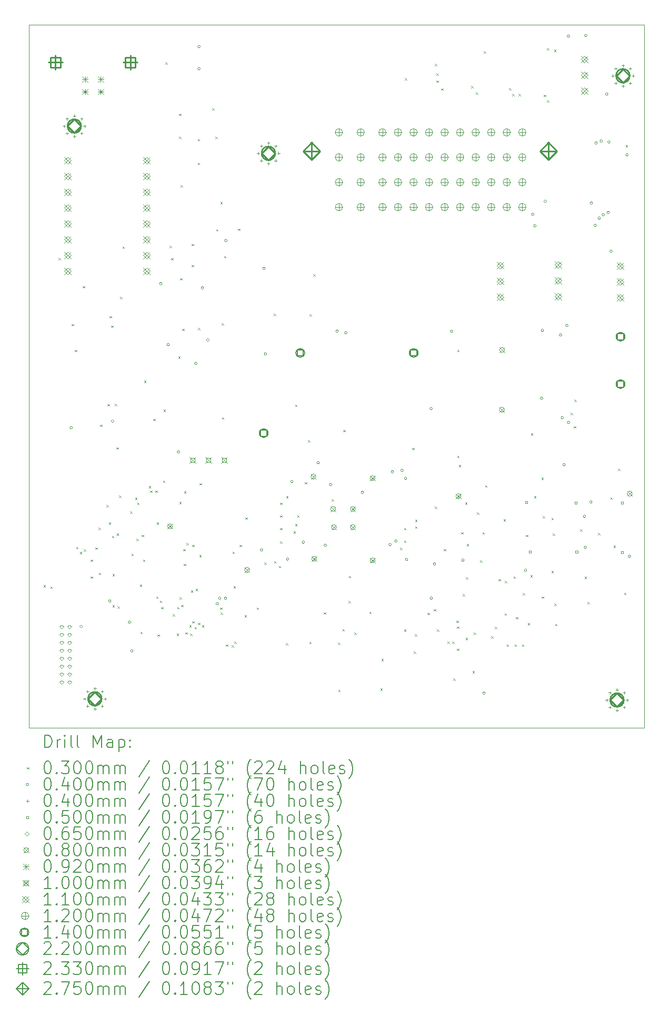
<source format=gbr>
%TF.GenerationSoftware,KiCad,Pcbnew,(6.0.7)*%
%TF.CreationDate,2022-10-12T02:09:32-03:00*%
%TF.ProjectId,uEFI_rev3,75454649-5f72-4657-9633-2e6b69636164,v3.0*%
%TF.SameCoordinates,Original*%
%TF.FileFunction,Drillmap*%
%TF.FilePolarity,Positive*%
%FSLAX45Y45*%
G04 Gerber Fmt 4.5, Leading zero omitted, Abs format (unit mm)*
G04 Created by KiCad (PCBNEW (6.0.7)) date 2022-10-12 02:09:32*
%MOMM*%
%LPD*%
G01*
G04 APERTURE LIST*
%ADD10C,0.050000*%
%ADD11C,0.200000*%
%ADD12C,0.030000*%
%ADD13C,0.040000*%
%ADD14C,0.065000*%
%ADD15C,0.080000*%
%ADD16C,0.092000*%
%ADD17C,0.100000*%
%ADD18C,0.110000*%
%ADD19C,0.120000*%
%ADD20C,0.140000*%
%ADD21C,0.220000*%
%ADD22C,0.233000*%
%ADD23C,0.275000*%
G04 APERTURE END LIST*
D10*
X5520000Y-4360000D02*
X15420000Y-4360000D01*
X15420000Y-4360000D02*
X15420000Y-15660000D01*
X15420000Y-15660000D02*
X5520000Y-15660000D01*
X5520000Y-15660000D02*
X5520000Y-4360000D01*
D11*
D12*
X5754699Y-13365000D02*
X5784699Y-13395000D01*
X5784699Y-13365000D02*
X5754699Y-13395000D01*
X5865000Y-13385000D02*
X5895000Y-13415000D01*
X5895000Y-13385000D02*
X5865000Y-13415000D01*
X5994235Y-8104235D02*
X6024235Y-8134235D01*
X6024235Y-8104235D02*
X5994235Y-8134235D01*
X6208000Y-9167100D02*
X6238000Y-9197100D01*
X6238000Y-9167100D02*
X6208000Y-9197100D01*
X6260000Y-9585000D02*
X6290000Y-9615000D01*
X6290000Y-9585000D02*
X6260000Y-9615000D01*
X6280000Y-12750000D02*
X6310000Y-12780000D01*
X6310000Y-12750000D02*
X6280000Y-12780000D01*
X6339539Y-12832467D02*
X6369539Y-12862467D01*
X6369539Y-12832467D02*
X6339539Y-12862467D01*
X6385000Y-8560000D02*
X6415000Y-8590000D01*
X6415000Y-8560000D02*
X6385000Y-8590000D01*
X6401462Y-12788618D02*
X6431462Y-12818618D01*
X6431462Y-12788618D02*
X6401462Y-12818618D01*
X6515000Y-12955000D02*
X6545000Y-12985000D01*
X6545000Y-12955000D02*
X6515000Y-12985000D01*
X6515000Y-13225000D02*
X6545000Y-13255000D01*
X6545000Y-13225000D02*
X6515000Y-13255000D01*
X6590000Y-12760000D02*
X6620000Y-12790000D01*
X6620000Y-12760000D02*
X6590000Y-12790000D01*
X6639800Y-12440000D02*
X6669800Y-12470000D01*
X6669800Y-12440000D02*
X6639800Y-12470000D01*
X6645000Y-13165000D02*
X6675000Y-13195000D01*
X6675000Y-13165000D02*
X6645000Y-13195000D01*
X6665000Y-10785000D02*
X6695000Y-10815000D01*
X6695000Y-10785000D02*
X6665000Y-10815000D01*
X6766800Y-12075400D02*
X6796800Y-12105400D01*
X6796800Y-12075400D02*
X6766800Y-12105400D01*
X6785000Y-10455000D02*
X6815000Y-10485000D01*
X6815000Y-10455000D02*
X6785000Y-10485000D01*
X6804900Y-12354800D02*
X6834900Y-12384800D01*
X6834900Y-12354800D02*
X6804900Y-12384800D01*
X6817600Y-9040100D02*
X6847600Y-9070100D01*
X6847600Y-9040100D02*
X6817600Y-9070100D01*
X6843000Y-9192500D02*
X6873000Y-9222500D01*
X6873000Y-9192500D02*
X6843000Y-9222500D01*
X6855700Y-12570700D02*
X6885700Y-12600700D01*
X6885700Y-12570700D02*
X6855700Y-12600700D01*
X6862650Y-13685000D02*
X6892650Y-13715000D01*
X6892650Y-13685000D02*
X6862650Y-13715000D01*
X6865000Y-13185000D02*
X6895000Y-13215000D01*
X6895000Y-13185000D02*
X6865000Y-13215000D01*
X6900000Y-10450000D02*
X6930000Y-10480000D01*
X6930000Y-10450000D02*
X6900000Y-10480000D01*
X6927900Y-11149360D02*
X6957900Y-11179360D01*
X6957900Y-11149360D02*
X6927900Y-11179360D01*
X6931900Y-12532600D02*
X6961900Y-12562600D01*
X6961900Y-12532600D02*
X6931900Y-12562600D01*
X6945000Y-13705000D02*
X6975000Y-13735000D01*
X6975000Y-13705000D02*
X6945000Y-13735000D01*
X6970000Y-11923000D02*
X7000000Y-11953000D01*
X7000000Y-11923000D02*
X6970000Y-11953000D01*
X6985000Y-8735000D02*
X7015000Y-8765000D01*
X7015000Y-8735000D02*
X6985000Y-8765000D01*
X7025411Y-7925000D02*
X7055411Y-7955000D01*
X7055411Y-7925000D02*
X7025411Y-7955000D01*
X7150000Y-12180000D02*
X7180000Y-12210000D01*
X7180000Y-12180000D02*
X7150000Y-12210000D01*
X7170000Y-12860000D02*
X7200000Y-12890000D01*
X7200000Y-12860000D02*
X7170000Y-12890000D01*
X7226641Y-11958580D02*
X7256641Y-11988580D01*
X7256641Y-11958580D02*
X7226641Y-11988580D01*
X7250000Y-12620000D02*
X7280000Y-12650000D01*
X7280000Y-12620000D02*
X7250000Y-12650000D01*
X7262100Y-12037300D02*
X7292100Y-12067300D01*
X7292100Y-12037300D02*
X7262100Y-12067300D01*
X7305000Y-13355000D02*
X7335000Y-13385000D01*
X7335000Y-13355000D02*
X7305000Y-13385000D01*
X7312900Y-14115000D02*
X7342900Y-14145000D01*
X7342900Y-14115000D02*
X7312900Y-14145000D01*
X7334235Y-12555765D02*
X7364235Y-12585765D01*
X7364235Y-12555765D02*
X7334235Y-12585765D01*
X7355000Y-12955000D02*
X7385000Y-12985000D01*
X7385000Y-12955000D02*
X7355000Y-12985000D01*
X7370360Y-10081080D02*
X7400360Y-10111080D01*
X7400360Y-10081080D02*
X7370360Y-10111080D01*
X7449250Y-11770600D02*
X7479250Y-11800600D01*
X7479250Y-11770600D02*
X7449250Y-11800600D01*
X7469771Y-11842894D02*
X7499771Y-11872894D01*
X7499771Y-11842894D02*
X7469771Y-11872894D01*
X7520000Y-10691100D02*
X7550000Y-10721100D01*
X7550000Y-10691100D02*
X7520000Y-10721100D01*
X7554172Y-11843558D02*
X7584172Y-11873558D01*
X7584172Y-11843558D02*
X7554172Y-11873558D01*
X7565000Y-13545000D02*
X7595000Y-13575000D01*
X7595000Y-13545000D02*
X7565000Y-13575000D01*
X7575157Y-12354843D02*
X7605157Y-12384843D01*
X7605157Y-12354843D02*
X7575157Y-12384843D01*
X7589952Y-14155048D02*
X7619952Y-14185048D01*
X7619952Y-14155048D02*
X7589952Y-14185048D01*
X7625000Y-13615000D02*
X7655000Y-13645000D01*
X7655000Y-13615000D02*
X7625000Y-13645000D01*
X7645000Y-13715000D02*
X7675000Y-13745000D01*
X7675000Y-13715000D02*
X7645000Y-13745000D01*
X7675350Y-11681700D02*
X7705350Y-11711700D01*
X7705350Y-11681700D02*
X7675350Y-11711700D01*
X7685000Y-10545000D02*
X7715000Y-10575000D01*
X7715000Y-10545000D02*
X7685000Y-10575000D01*
X7715000Y-4965000D02*
X7745000Y-4995000D01*
X7745000Y-4965000D02*
X7715000Y-4995000D01*
X7785000Y-7910000D02*
X7815000Y-7940000D01*
X7815000Y-7910000D02*
X7785000Y-7940000D01*
X7810000Y-8110000D02*
X7840000Y-8140000D01*
X7840000Y-8110000D02*
X7810000Y-8140000D01*
X7833600Y-13828000D02*
X7863600Y-13858000D01*
X7863600Y-13828000D02*
X7833600Y-13858000D01*
X7897132Y-14141166D02*
X7927132Y-14171166D01*
X7927132Y-14141166D02*
X7897132Y-14171166D01*
X7903950Y-13713700D02*
X7933950Y-13743700D01*
X7933950Y-13713700D02*
X7903950Y-13743700D01*
X7922500Y-9687500D02*
X7952500Y-9717500D01*
X7952500Y-9687500D02*
X7922500Y-9717500D01*
X7935200Y-5788900D02*
X7965200Y-5818900D01*
X7965200Y-5788900D02*
X7935200Y-5818900D01*
X7935200Y-6157200D02*
X7965200Y-6187200D01*
X7965200Y-6157200D02*
X7935200Y-6187200D01*
X7938550Y-12027782D02*
X7968550Y-12057782D01*
X7968550Y-12027782D02*
X7938550Y-12057782D01*
X7942650Y-13560000D02*
X7972650Y-13590000D01*
X7972650Y-13560000D02*
X7942650Y-13590000D01*
X7954300Y-8430500D02*
X7984300Y-8460500D01*
X7984300Y-8430500D02*
X7954300Y-8460500D01*
X7960600Y-6939520D02*
X7990600Y-6969520D01*
X7990600Y-6939520D02*
X7960600Y-6969520D01*
X7971225Y-13680208D02*
X8001225Y-13710208D01*
X8001225Y-13680208D02*
X7971225Y-13710208D01*
X7986000Y-9243300D02*
X8016000Y-9273300D01*
X8016000Y-9243300D02*
X7986000Y-9273300D01*
X8005157Y-12784843D02*
X8035157Y-12814843D01*
X8035157Y-12784843D02*
X8005157Y-12814843D01*
X8010000Y-13020000D02*
X8040000Y-13050000D01*
X8040000Y-13020000D02*
X8010000Y-13050000D01*
X8015000Y-11855000D02*
X8045000Y-11885000D01*
X8045000Y-11855000D02*
X8015000Y-11885000D01*
X8036800Y-14120100D02*
X8066800Y-14150100D01*
X8066800Y-14120100D02*
X8036800Y-14150100D01*
X8055000Y-12685000D02*
X8085000Y-12715000D01*
X8085000Y-12685000D02*
X8055000Y-12715000D01*
X8100300Y-14005800D02*
X8130300Y-14035800D01*
X8130300Y-14005800D02*
X8100300Y-14035800D01*
X8113000Y-14142150D02*
X8143000Y-14172150D01*
X8143000Y-14142150D02*
X8113000Y-14172150D01*
X8125767Y-13450767D02*
X8155767Y-13480767D01*
X8155767Y-13450767D02*
X8125767Y-13480767D01*
X8139000Y-7881840D02*
X8169000Y-7911840D01*
X8169000Y-7881840D02*
X8139000Y-7911840D01*
X8139000Y-8221840D02*
X8169000Y-8251840D01*
X8169000Y-8221840D02*
X8139000Y-8251840D01*
X8145000Y-12715000D02*
X8175000Y-12745000D01*
X8175000Y-12715000D02*
X8145000Y-12745000D01*
X8145390Y-13945680D02*
X8175390Y-13975680D01*
X8175390Y-13945680D02*
X8145390Y-13975680D01*
X8184757Y-14036848D02*
X8214757Y-14066848D01*
X8214757Y-14036848D02*
X8184757Y-14066848D01*
X8201900Y-13421600D02*
X8231900Y-13451600D01*
X8231900Y-13421600D02*
X8201900Y-13451600D01*
X8234920Y-6197840D02*
X8264920Y-6227840D01*
X8264920Y-6197840D02*
X8234920Y-6227840D01*
X8234920Y-6578840D02*
X8264920Y-6608840D01*
X8264920Y-6578840D02*
X8234920Y-6608840D01*
X8240000Y-9230600D02*
X8270000Y-9260600D01*
X8270000Y-9230600D02*
X8240000Y-9260600D01*
X8240000Y-13967700D02*
X8270000Y-13997700D01*
X8270000Y-13967700D02*
X8240000Y-13997700D01*
X8259846Y-12881619D02*
X8289846Y-12911619D01*
X8289846Y-12881619D02*
X8259846Y-12911619D01*
X8265000Y-11725000D02*
X8295000Y-11755000D01*
X8295000Y-11725000D02*
X8265000Y-11755000D01*
X8304775Y-14005801D02*
X8334775Y-14035801D01*
X8334775Y-14005801D02*
X8304775Y-14035801D01*
X8468600Y-5700000D02*
X8498600Y-5730000D01*
X8498600Y-5700000D02*
X8468600Y-5730000D01*
X8519400Y-6157200D02*
X8549400Y-6187200D01*
X8549400Y-6157200D02*
X8519400Y-6187200D01*
X8532100Y-7643100D02*
X8562100Y-7673100D01*
X8562100Y-7643100D02*
X8532100Y-7673100D01*
X8595000Y-13725000D02*
X8625000Y-13755000D01*
X8625000Y-13725000D02*
X8595000Y-13755000D01*
X8600680Y-7208760D02*
X8630680Y-7238760D01*
X8630680Y-7208760D02*
X8600680Y-7238760D01*
X8604235Y-13805765D02*
X8634235Y-13835765D01*
X8634235Y-13805765D02*
X8604235Y-13835765D01*
X8621000Y-9154400D02*
X8651000Y-9184400D01*
X8651000Y-9154400D02*
X8621000Y-9184400D01*
X8625400Y-10665700D02*
X8655400Y-10695700D01*
X8655400Y-10665700D02*
X8625400Y-10695700D01*
X8659100Y-8074900D02*
X8689100Y-8104900D01*
X8689100Y-8074900D02*
X8659100Y-8104900D01*
X8686735Y-14318265D02*
X8716735Y-14348265D01*
X8716735Y-14318265D02*
X8686735Y-14348265D01*
X8780000Y-14330000D02*
X8810000Y-14360000D01*
X8810000Y-14330000D02*
X8780000Y-14360000D01*
X8794624Y-12824623D02*
X8824624Y-12854623D01*
X8824624Y-12824623D02*
X8794624Y-12854623D01*
X8810000Y-13380000D02*
X8840000Y-13410000D01*
X8840000Y-13380000D02*
X8810000Y-13410000D01*
X8825090Y-14269880D02*
X8855090Y-14299880D01*
X8855090Y-14269880D02*
X8825090Y-14299880D01*
X8885000Y-7635000D02*
X8915000Y-7665000D01*
X8915000Y-7635000D02*
X8885000Y-7665000D01*
X8910000Y-12717250D02*
X8940000Y-12747250D01*
X8940000Y-12717250D02*
X8910000Y-12747250D01*
X8990000Y-13844498D02*
X9020000Y-13874498D01*
X9020000Y-13844498D02*
X8990000Y-13874498D01*
X9000000Y-12275000D02*
X9030000Y-12305000D01*
X9030000Y-12275000D02*
X9000000Y-12305000D01*
X9185000Y-13725000D02*
X9215000Y-13755000D01*
X9215000Y-13725000D02*
X9185000Y-13755000D01*
X9305000Y-13000000D02*
X9335000Y-13030000D01*
X9335000Y-13000000D02*
X9305000Y-13030000D01*
X9459200Y-9002000D02*
X9489200Y-9032000D01*
X9489200Y-9002000D02*
X9459200Y-9032000D01*
X9465000Y-12980000D02*
X9495000Y-13010000D01*
X9495000Y-12980000D02*
X9465000Y-13010000D01*
X9540000Y-13055000D02*
X9570000Y-13085000D01*
X9570000Y-13055000D02*
X9540000Y-13085000D01*
X9560800Y-12037300D02*
X9590800Y-12067300D01*
X9590800Y-12037300D02*
X9560800Y-12067300D01*
X9560800Y-12240500D02*
X9590800Y-12270500D01*
X9590800Y-12240500D02*
X9560800Y-12270500D01*
X9560800Y-12443700D02*
X9590800Y-12473700D01*
X9590800Y-12443700D02*
X9560800Y-12473700D01*
X9560800Y-12659600D02*
X9590800Y-12689600D01*
X9590800Y-12659600D02*
X9560800Y-12689600D01*
X9655000Y-14295000D02*
X9685000Y-14325000D01*
X9685000Y-14295000D02*
X9655000Y-14325000D01*
X9660000Y-11935000D02*
X9690000Y-11965000D01*
X9690000Y-11935000D02*
X9660000Y-11965000D01*
X9776700Y-12501310D02*
X9806700Y-12531310D01*
X9806700Y-12501310D02*
X9776700Y-12531310D01*
X9802100Y-10462500D02*
X9832100Y-10492500D01*
X9832100Y-10462500D02*
X9802100Y-10492500D01*
X9802100Y-12380200D02*
X9832100Y-12410200D01*
X9832100Y-12380200D02*
X9802100Y-12410200D01*
X9835000Y-12242230D02*
X9865000Y-12272230D01*
X9865000Y-12242230D02*
X9835000Y-12272230D01*
X9960000Y-11710000D02*
X9990000Y-11740000D01*
X9990000Y-11710000D02*
X9960000Y-11740000D01*
X10010000Y-11035000D02*
X10040000Y-11065000D01*
X10040000Y-11035000D02*
X10010000Y-11065000D01*
X10030000Y-14275000D02*
X10060000Y-14305000D01*
X10060000Y-14275000D02*
X10030000Y-14305000D01*
X10035000Y-9010000D02*
X10065000Y-9040000D01*
X10065000Y-9010000D02*
X10035000Y-9040000D01*
X10094200Y-8367000D02*
X10124200Y-8397000D01*
X10124200Y-8367000D02*
X10094200Y-8397000D01*
X10264235Y-13799235D02*
X10294235Y-13829235D01*
X10294235Y-13799235D02*
X10264235Y-13829235D01*
X10391380Y-11984554D02*
X10421380Y-12014554D01*
X10421380Y-11984554D02*
X10391380Y-12014554D01*
X10490000Y-14284850D02*
X10520000Y-14314850D01*
X10520000Y-14284850D02*
X10490000Y-14314850D01*
X10495000Y-15045000D02*
X10525000Y-15075000D01*
X10525000Y-15045000D02*
X10495000Y-15075000D01*
X10565000Y-14070000D02*
X10595000Y-14100000D01*
X10595000Y-14070000D02*
X10565000Y-14100000D01*
X10576800Y-10868900D02*
X10606800Y-10898900D01*
X10606800Y-10868900D02*
X10576800Y-10898900D01*
X10660000Y-13620000D02*
X10690000Y-13650000D01*
X10690000Y-13620000D02*
X10660000Y-13650000D01*
X10665000Y-13215000D02*
X10695000Y-13245000D01*
X10695000Y-13215000D02*
X10665000Y-13245000D01*
X10755000Y-14127350D02*
X10785000Y-14157350D01*
X10785000Y-14127350D02*
X10755000Y-14157350D01*
X10997500Y-13792500D02*
X11027500Y-13822500D01*
X11027500Y-13792500D02*
X10997500Y-13822500D01*
X11175000Y-15025000D02*
X11205000Y-15055000D01*
X11205000Y-15025000D02*
X11175000Y-15055000D01*
X11190000Y-14550000D02*
X11220000Y-14580000D01*
X11220000Y-14550000D02*
X11190000Y-14580000D01*
X11491200Y-12761200D02*
X11521200Y-12791200D01*
X11521200Y-12761200D02*
X11491200Y-12791200D01*
X11554700Y-12443700D02*
X11584700Y-12473700D01*
X11584700Y-12443700D02*
X11554700Y-12473700D01*
X11554700Y-12646900D02*
X11584700Y-12676900D01*
X11584700Y-12646900D02*
X11554700Y-12676900D01*
X11555000Y-14075000D02*
X11585000Y-14105000D01*
X11585000Y-14075000D02*
X11555000Y-14105000D01*
X11567400Y-5217400D02*
X11597400Y-5247400D01*
X11597400Y-5217400D02*
X11567400Y-5247400D01*
X11685000Y-11160000D02*
X11715000Y-11190000D01*
X11715000Y-11160000D02*
X11685000Y-11190000D01*
X11710000Y-14430000D02*
X11740000Y-14460000D01*
X11740000Y-14430000D02*
X11710000Y-14460000D01*
X11730000Y-14149850D02*
X11760000Y-14179850D01*
X11760000Y-14149850D02*
X11730000Y-14179850D01*
X11732500Y-12313230D02*
X11762500Y-12343230D01*
X11762500Y-12313230D02*
X11732500Y-12343230D01*
X11732500Y-12418300D02*
X11762500Y-12448300D01*
X11762500Y-12418300D02*
X11732500Y-12448300D01*
X11930000Y-13807500D02*
X11960000Y-13837500D01*
X11960000Y-13807500D02*
X11930000Y-13837500D01*
X12035000Y-13749850D02*
X12065000Y-13779850D01*
X12065000Y-13749850D02*
X12035000Y-13779850D01*
X12050000Y-4988800D02*
X12080000Y-5018800D01*
X12080000Y-4988800D02*
X12050000Y-5018800D01*
X12050000Y-12100800D02*
X12080000Y-12130800D01*
X12080000Y-12100800D02*
X12050000Y-12130800D01*
X12075400Y-5141200D02*
X12105400Y-5171200D01*
X12105400Y-5141200D02*
X12075400Y-5171200D01*
X12075400Y-5255500D02*
X12105400Y-5285500D01*
X12105400Y-5255500D02*
X12075400Y-5285500D01*
X12085000Y-14075000D02*
X12115000Y-14105000D01*
X12115000Y-14075000D02*
X12085000Y-14105000D01*
X12151600Y-5382500D02*
X12181600Y-5412500D01*
X12181600Y-5382500D02*
X12151600Y-5412500D01*
X12195000Y-12785000D02*
X12225000Y-12815000D01*
X12225000Y-12785000D02*
X12195000Y-12815000D01*
X12255000Y-14270150D02*
X12285000Y-14300150D01*
X12285000Y-14270150D02*
X12255000Y-14300150D01*
X12330150Y-14270150D02*
X12360150Y-14300150D01*
X12360150Y-14270150D02*
X12330150Y-14300150D01*
X12345000Y-14861105D02*
X12375000Y-14891105D01*
X12375000Y-14861105D02*
X12345000Y-14891105D01*
X12395000Y-13935000D02*
X12425000Y-13965000D01*
X12425000Y-13935000D02*
X12395000Y-13965000D01*
X12405000Y-14027500D02*
X12435000Y-14057500D01*
X12435000Y-14027500D02*
X12405000Y-14057500D01*
X12405000Y-14385000D02*
X12435000Y-14415000D01*
X12435000Y-14385000D02*
X12405000Y-14415000D01*
X12410000Y-9585000D02*
X12440000Y-9615000D01*
X12440000Y-9585000D02*
X12410000Y-9615000D01*
X12410000Y-11285000D02*
X12440000Y-11315000D01*
X12440000Y-11285000D02*
X12410000Y-11315000D01*
X12435000Y-11435000D02*
X12465000Y-11465000D01*
X12465000Y-11435000D02*
X12435000Y-11465000D01*
X12475000Y-12515000D02*
X12505000Y-12545000D01*
X12505000Y-12515000D02*
X12475000Y-12545000D01*
X12498100Y-13505800D02*
X12528100Y-13535800D01*
X12528100Y-13505800D02*
X12498100Y-13535800D01*
X12535000Y-12033150D02*
X12565000Y-12063150D01*
X12565000Y-12033150D02*
X12535000Y-12063150D01*
X12545000Y-14210000D02*
X12575000Y-14240000D01*
X12575000Y-14210000D02*
X12545000Y-14240000D01*
X12548900Y-13239100D02*
X12578900Y-13269100D01*
X12578900Y-13239100D02*
X12548900Y-13269100D01*
X12561600Y-12705700D02*
X12591600Y-12735700D01*
X12591600Y-12705700D02*
X12561600Y-12735700D01*
X12634200Y-5344400D02*
X12664200Y-5374400D01*
X12664200Y-5344400D02*
X12634200Y-5374400D01*
X12655000Y-14745000D02*
X12685000Y-14775000D01*
X12685000Y-14745000D02*
X12655000Y-14775000D01*
X12675000Y-14125000D02*
X12705000Y-14155000D01*
X12705000Y-14125000D02*
X12675000Y-14155000D01*
X12710400Y-5446000D02*
X12740400Y-5476000D01*
X12740400Y-5446000D02*
X12710400Y-5476000D01*
X12725000Y-12195000D02*
X12755000Y-12225000D01*
X12755000Y-12195000D02*
X12725000Y-12225000D01*
X12775900Y-12965200D02*
X12805900Y-12995200D01*
X12805900Y-12965200D02*
X12775900Y-12995200D01*
X12815000Y-12515000D02*
X12845000Y-12545000D01*
X12845000Y-12515000D02*
X12815000Y-12545000D01*
X12837400Y-4785600D02*
X12867400Y-4815600D01*
X12867400Y-4785600D02*
X12837400Y-4815600D01*
X12860000Y-11760000D02*
X12890000Y-11790000D01*
X12890000Y-11760000D02*
X12860000Y-11790000D01*
X12955000Y-14185000D02*
X12985000Y-14215000D01*
X12985000Y-14185000D02*
X12955000Y-14215000D01*
X13015000Y-14032650D02*
X13045000Y-14062650D01*
X13045000Y-14032650D02*
X13015000Y-14062650D01*
X13075000Y-13265000D02*
X13105000Y-13295000D01*
X13105000Y-13265000D02*
X13075000Y-13295000D01*
X13155000Y-12305000D02*
X13185000Y-12335000D01*
X13185000Y-12305000D02*
X13155000Y-12335000D01*
X13172500Y-13817000D02*
X13202500Y-13847000D01*
X13202500Y-13817000D02*
X13172500Y-13847000D01*
X13175000Y-13295000D02*
X13205000Y-13325000D01*
X13205000Y-13295000D02*
X13175000Y-13325000D01*
X13207500Y-14315000D02*
X13237500Y-14345000D01*
X13237500Y-14315000D02*
X13207500Y-14345000D01*
X13243800Y-5381650D02*
X13273800Y-5411650D01*
X13273800Y-5381650D02*
X13243800Y-5411650D01*
X13294600Y-5471400D02*
X13324600Y-5501400D01*
X13324600Y-5471400D02*
X13294600Y-5501400D01*
X13315000Y-13225000D02*
X13345000Y-13255000D01*
X13345000Y-13225000D02*
X13315000Y-13255000D01*
X13332500Y-14315000D02*
X13362500Y-14345000D01*
X13362500Y-14315000D02*
X13332500Y-14345000D01*
X13355000Y-13874650D02*
X13385000Y-13904650D01*
X13385000Y-13874650D02*
X13355000Y-13904650D01*
X13396200Y-5471400D02*
X13426200Y-5501400D01*
X13426200Y-5471400D02*
X13396200Y-5501400D01*
X13452500Y-14317500D02*
X13482500Y-14347500D01*
X13482500Y-14317500D02*
X13452500Y-14347500D01*
X13465000Y-13492500D02*
X13495000Y-13522500D01*
X13495000Y-13492500D02*
X13465000Y-13522500D01*
X13515000Y-12555000D02*
X13545000Y-12585000D01*
X13545000Y-12555000D02*
X13515000Y-12585000D01*
X13542500Y-13972500D02*
X13572500Y-14002500D01*
X13572500Y-13972500D02*
X13542500Y-14002500D01*
X13585000Y-13205000D02*
X13615000Y-13235000D01*
X13615000Y-13205000D02*
X13585000Y-13235000D01*
X13595250Y-10925000D02*
X13625250Y-10955000D01*
X13625250Y-10925000D02*
X13595250Y-10955000D01*
X13644436Y-11935000D02*
X13674436Y-11965000D01*
X13674436Y-11935000D02*
X13644436Y-11965000D01*
X13765000Y-11635000D02*
X13795000Y-11665000D01*
X13795000Y-11635000D02*
X13765000Y-11665000D01*
X13770150Y-13545000D02*
X13800150Y-13575000D01*
X13800150Y-13545000D02*
X13770150Y-13575000D01*
X13785000Y-12255000D02*
X13815000Y-12285000D01*
X13815000Y-12255000D02*
X13785000Y-12285000D01*
X13802600Y-5484100D02*
X13832600Y-5514100D01*
X13832600Y-5484100D02*
X13802600Y-5514100D01*
X13853400Y-4734800D02*
X13883400Y-4764800D01*
X13883400Y-4734800D02*
X13853400Y-4764800D01*
X13853400Y-5573000D02*
X13883400Y-5603000D01*
X13883400Y-5573000D02*
X13853400Y-5603000D01*
X13925000Y-12285000D02*
X13955000Y-12315000D01*
X13955000Y-12285000D02*
X13925000Y-12315000D01*
X13925000Y-13135000D02*
X13955000Y-13165000D01*
X13955000Y-13135000D02*
X13925000Y-13165000D01*
X13945000Y-12535000D02*
X13975000Y-12565000D01*
X13975000Y-12535000D02*
X13945000Y-12565000D01*
X13967700Y-4760200D02*
X13997700Y-4790200D01*
X13997700Y-4760200D02*
X13967700Y-4790200D01*
X13970000Y-13660000D02*
X14000000Y-13690000D01*
X14000000Y-13660000D02*
X13970000Y-13690000D01*
X13985000Y-13985000D02*
X14015000Y-14015000D01*
X14015000Y-13985000D02*
X13985000Y-14015000D01*
X14235000Y-10597350D02*
X14265000Y-10627350D01*
X14265000Y-10597350D02*
X14235000Y-10627350D01*
X14285000Y-10810000D02*
X14315000Y-10840000D01*
X14315000Y-10810000D02*
X14285000Y-10840000D01*
X14295000Y-10385000D02*
X14325000Y-10415000D01*
X14325000Y-10385000D02*
X14295000Y-10415000D01*
X14385000Y-12465000D02*
X14415000Y-12495000D01*
X14415000Y-12465000D02*
X14385000Y-12495000D01*
X14460000Y-13230000D02*
X14490000Y-13260000D01*
X14490000Y-13230000D02*
X14460000Y-13260000D01*
X14505000Y-13635000D02*
X14535000Y-13665000D01*
X14535000Y-13635000D02*
X14505000Y-13665000D01*
X14675000Y-12525000D02*
X14705000Y-12555000D01*
X14705000Y-12525000D02*
X14675000Y-12555000D01*
X14875000Y-11955000D02*
X14905000Y-11985000D01*
X14905000Y-11955000D02*
X14875000Y-11985000D01*
X14925000Y-12727650D02*
X14955000Y-12757650D01*
X14955000Y-12727650D02*
X14925000Y-12757650D01*
X14995000Y-11495000D02*
X15025000Y-11525000D01*
X15025000Y-11495000D02*
X14995000Y-11525000D01*
X15095000Y-13485000D02*
X15125000Y-13515000D01*
X15125000Y-13485000D02*
X15095000Y-13515000D01*
X15119850Y-6295000D02*
X15149850Y-6325000D01*
X15149850Y-6295000D02*
X15119850Y-6325000D01*
D13*
X6220000Y-10835000D02*
G75*
G03*
X6220000Y-10835000I-20000J0D01*
G01*
X6380000Y-14030000D02*
G75*
G03*
X6380000Y-14030000I-20000J0D01*
G01*
X6840000Y-13620000D02*
G75*
G03*
X6840000Y-13620000I-20000J0D01*
G01*
X6885000Y-10730000D02*
G75*
G03*
X6885000Y-10730000I-20000J0D01*
G01*
X7160000Y-13960000D02*
G75*
G03*
X7160000Y-13960000I-20000J0D01*
G01*
X7195000Y-14420500D02*
G75*
G03*
X7195000Y-14420500I-20000J0D01*
G01*
X7660000Y-8520000D02*
G75*
G03*
X7660000Y-8520000I-20000J0D01*
G01*
X7780000Y-9500000D02*
G75*
G03*
X7780000Y-9500000I-20000J0D01*
G01*
X7944800Y-11226800D02*
G75*
G03*
X7944800Y-11226800I-20000J0D01*
G01*
X8224200Y-9804400D02*
G75*
G03*
X8224200Y-9804400I-20000J0D01*
G01*
X8275000Y-4711700D02*
G75*
G03*
X8275000Y-4711700I-20000J0D01*
G01*
X8275000Y-5067300D02*
G75*
G03*
X8275000Y-5067300I-20000J0D01*
G01*
X8330880Y-8587740D02*
G75*
G03*
X8330880Y-8587740I-20000J0D01*
G01*
X8420000Y-9425000D02*
G75*
G03*
X8420000Y-9425000I-20000J0D01*
G01*
X8569790Y-13662350D02*
G75*
G03*
X8569790Y-13662350I-20000J0D01*
G01*
X8607263Y-13574374D02*
G75*
G03*
X8607263Y-13574374I-20000J0D01*
G01*
X8702410Y-13575140D02*
G75*
G03*
X8702410Y-13575140I-20000J0D01*
G01*
X8709340Y-7828280D02*
G75*
G03*
X8709340Y-7828280I-20000J0D01*
G01*
X9280000Y-12800000D02*
G75*
G03*
X9280000Y-12800000I-20000J0D01*
G01*
X9320000Y-8275000D02*
G75*
G03*
X9320000Y-8275000I-20000J0D01*
G01*
X9345000Y-9650000D02*
G75*
G03*
X9345000Y-9650000I-20000J0D01*
G01*
X9699940Y-12946380D02*
G75*
G03*
X9699940Y-12946380I-20000J0D01*
G01*
X9770000Y-11700000D02*
G75*
G03*
X9770000Y-11700000I-20000J0D01*
G01*
X9953940Y-12674600D02*
G75*
G03*
X9953940Y-12674600I-20000J0D01*
G01*
X10191450Y-11397198D02*
G75*
G03*
X10191450Y-11397198I-20000J0D01*
G01*
X10307000Y-12725400D02*
G75*
G03*
X10307000Y-12725400I-20000J0D01*
G01*
X10393418Y-11750966D02*
G75*
G03*
X10393418Y-11750966I-20000J0D01*
G01*
X10497500Y-9283700D02*
G75*
G03*
X10497500Y-9283700I-20000J0D01*
G01*
X10637200Y-9308250D02*
G75*
G03*
X10637200Y-9308250I-20000J0D01*
G01*
X10903900Y-11874500D02*
G75*
G03*
X10903900Y-11874500I-20000J0D01*
G01*
X11348400Y-12712700D02*
G75*
G03*
X11348400Y-12712700I-20000J0D01*
G01*
X11386500Y-11544300D02*
G75*
G03*
X11386500Y-11544300I-20000J0D01*
G01*
X11442299Y-12655929D02*
G75*
G03*
X11442299Y-12655929I-20000J0D01*
G01*
X11541440Y-11521440D02*
G75*
G03*
X11541440Y-11521440I-20000J0D01*
G01*
X11600000Y-11650000D02*
G75*
G03*
X11600000Y-11650000I-20000J0D01*
G01*
X11615100Y-12951460D02*
G75*
G03*
X11615100Y-12951460I-20000J0D01*
G01*
X12008800Y-10528300D02*
G75*
G03*
X12008800Y-10528300I-20000J0D01*
G01*
X12012400Y-13571600D02*
G75*
G03*
X12012400Y-13571600I-20000J0D01*
G01*
X12063200Y-13025500D02*
G75*
G03*
X12063200Y-13025500I-20000J0D01*
G01*
X12339000Y-9283700D02*
G75*
G03*
X12339000Y-9283700I-20000J0D01*
G01*
X12520400Y-12962000D02*
G75*
G03*
X12520400Y-12962000I-20000J0D01*
G01*
X12860000Y-15100000D02*
G75*
G03*
X12860000Y-15100000I-20000J0D01*
G01*
X13530639Y-13125639D02*
G75*
G03*
X13530639Y-13125639I-20000J0D01*
G01*
X13645757Y-7407243D02*
G75*
G03*
X13645757Y-7407243I-20000J0D01*
G01*
X13679404Y-7593328D02*
G75*
G03*
X13679404Y-7593328I-20000J0D01*
G01*
X13786800Y-10363200D02*
G75*
G03*
X13786800Y-10363200I-20000J0D01*
G01*
X13799500Y-9271000D02*
G75*
G03*
X13799500Y-9271000I-20000J0D01*
G01*
X13845522Y-7199478D02*
G75*
G03*
X13845522Y-7199478I-20000J0D01*
G01*
X14091600Y-9347200D02*
G75*
G03*
X14091600Y-9347200I-20000J0D01*
G01*
X14120000Y-10675000D02*
G75*
G03*
X14120000Y-10675000I-20000J0D01*
G01*
X14150000Y-11430000D02*
G75*
G03*
X14150000Y-11430000I-20000J0D01*
G01*
X14193200Y-9194800D02*
G75*
G03*
X14193200Y-9194800I-20000J0D01*
G01*
X14218600Y-4546600D02*
G75*
G03*
X14218600Y-4546600I-20000J0D01*
G01*
X14220000Y-10750000D02*
G75*
G03*
X14220000Y-10750000I-20000J0D01*
G01*
X14475000Y-12260000D02*
G75*
G03*
X14475000Y-12260000I-20000J0D01*
G01*
X14490000Y-12755000D02*
G75*
G03*
X14490000Y-12755000I-20000J0D01*
G01*
X14498000Y-4533900D02*
G75*
G03*
X14498000Y-4533900I-20000J0D01*
G01*
X14580000Y-12030000D02*
G75*
G03*
X14580000Y-12030000I-20000J0D01*
G01*
X14587750Y-7226300D02*
G75*
G03*
X14587750Y-7226300I-20000J0D01*
G01*
X14648751Y-7581900D02*
G75*
G03*
X14648751Y-7581900I-20000J0D01*
G01*
X14665000Y-6260000D02*
G75*
G03*
X14665000Y-6260000I-20000J0D01*
G01*
X14713901Y-7467600D02*
G75*
G03*
X14713901Y-7467600I-20000J0D01*
G01*
X14745000Y-6230000D02*
G75*
G03*
X14745000Y-6230000I-20000J0D01*
G01*
X14780392Y-7414406D02*
G75*
G03*
X14780392Y-7414406I-20000J0D01*
G01*
X14834422Y-5476628D02*
G75*
G03*
X14834422Y-5476628I-20000J0D01*
G01*
X14857074Y-7377387D02*
G75*
G03*
X14857074Y-7377387I-20000J0D01*
G01*
X14870000Y-6245000D02*
G75*
G03*
X14870000Y-6245000I-20000J0D01*
G01*
X14904400Y-8001000D02*
G75*
G03*
X14904400Y-8001000I-20000J0D01*
G01*
X15159850Y-6451600D02*
G75*
G03*
X15159850Y-6451600I-20000J0D01*
G01*
X15200336Y-12900000D02*
G75*
G03*
X15200336Y-12900000I-20000J0D01*
G01*
X6085000Y-5970000D02*
X6085000Y-6010000D01*
X6065000Y-5990000D02*
X6105000Y-5990000D01*
X6133327Y-5853327D02*
X6133327Y-5893327D01*
X6113327Y-5873327D02*
X6153327Y-5873327D01*
X6133327Y-6086673D02*
X6133327Y-6126673D01*
X6113327Y-6106673D02*
X6153327Y-6106673D01*
X6250000Y-5805000D02*
X6250000Y-5845000D01*
X6230000Y-5825000D02*
X6270000Y-5825000D01*
X6250000Y-6135000D02*
X6250000Y-6175000D01*
X6230000Y-6155000D02*
X6270000Y-6155000D01*
X6366673Y-5853327D02*
X6366673Y-5893327D01*
X6346673Y-5873327D02*
X6386673Y-5873327D01*
X6366673Y-6086673D02*
X6366673Y-6126673D01*
X6346673Y-6106673D02*
X6386673Y-6106673D01*
X6415000Y-5970000D02*
X6415000Y-6010000D01*
X6395000Y-5990000D02*
X6435000Y-5990000D01*
X6415000Y-15170000D02*
X6415000Y-15210000D01*
X6395000Y-15190000D02*
X6435000Y-15190000D01*
X6463327Y-15053327D02*
X6463327Y-15093327D01*
X6443327Y-15073327D02*
X6483327Y-15073327D01*
X6463327Y-15286673D02*
X6463327Y-15326673D01*
X6443327Y-15306673D02*
X6483327Y-15306673D01*
X6580000Y-15005000D02*
X6580000Y-15045000D01*
X6560000Y-15025000D02*
X6600000Y-15025000D01*
X6580000Y-15335000D02*
X6580000Y-15375000D01*
X6560000Y-15355000D02*
X6600000Y-15355000D01*
X6696673Y-15053327D02*
X6696673Y-15093327D01*
X6676673Y-15073327D02*
X6716673Y-15073327D01*
X6696673Y-15286673D02*
X6696673Y-15326673D01*
X6676673Y-15306673D02*
X6716673Y-15306673D01*
X6745000Y-15170000D02*
X6745000Y-15210000D01*
X6725000Y-15190000D02*
X6765000Y-15190000D01*
X9207600Y-6406200D02*
X9207600Y-6446200D01*
X9187600Y-6426200D02*
X9227600Y-6426200D01*
X9255927Y-6289527D02*
X9255927Y-6329527D01*
X9235927Y-6309527D02*
X9275927Y-6309527D01*
X9255927Y-6522873D02*
X9255927Y-6562873D01*
X9235927Y-6542873D02*
X9275927Y-6542873D01*
X9372600Y-6241200D02*
X9372600Y-6281200D01*
X9352600Y-6261200D02*
X9392600Y-6261200D01*
X9372600Y-6571200D02*
X9372600Y-6611200D01*
X9352600Y-6591200D02*
X9392600Y-6591200D01*
X9489273Y-6289527D02*
X9489273Y-6329527D01*
X9469273Y-6309527D02*
X9509273Y-6309527D01*
X9489273Y-6522873D02*
X9489273Y-6562873D01*
X9469273Y-6542873D02*
X9509273Y-6542873D01*
X9537600Y-6406200D02*
X9537600Y-6446200D01*
X9517600Y-6426200D02*
X9557600Y-6426200D01*
X14815000Y-15190000D02*
X14815000Y-15230000D01*
X14795000Y-15210000D02*
X14835000Y-15210000D01*
X14863327Y-15073327D02*
X14863327Y-15113327D01*
X14843327Y-15093327D02*
X14883327Y-15093327D01*
X14863327Y-15306673D02*
X14863327Y-15346673D01*
X14843327Y-15326673D02*
X14883327Y-15326673D01*
X14909900Y-5161600D02*
X14909900Y-5201600D01*
X14889900Y-5181600D02*
X14929900Y-5181600D01*
X14958227Y-5044927D02*
X14958227Y-5084927D01*
X14938227Y-5064927D02*
X14978227Y-5064927D01*
X14958227Y-5278273D02*
X14958227Y-5318273D01*
X14938227Y-5298273D02*
X14978227Y-5298273D01*
X14980000Y-15025000D02*
X14980000Y-15065000D01*
X14960000Y-15045000D02*
X15000000Y-15045000D01*
X14980000Y-15355000D02*
X14980000Y-15395000D01*
X14960000Y-15375000D02*
X15000000Y-15375000D01*
X15074900Y-4996600D02*
X15074900Y-5036600D01*
X15054900Y-5016600D02*
X15094900Y-5016600D01*
X15074900Y-5326600D02*
X15074900Y-5366600D01*
X15054900Y-5346600D02*
X15094900Y-5346600D01*
X15096673Y-15073327D02*
X15096673Y-15113327D01*
X15076673Y-15093327D02*
X15116673Y-15093327D01*
X15096673Y-15306673D02*
X15096673Y-15346673D01*
X15076673Y-15326673D02*
X15116673Y-15326673D01*
X15145000Y-15190000D02*
X15145000Y-15230000D01*
X15125000Y-15210000D02*
X15165000Y-15210000D01*
X15191573Y-5044927D02*
X15191573Y-5084927D01*
X15171573Y-5064927D02*
X15211573Y-5064927D01*
X15191573Y-5278273D02*
X15191573Y-5318273D01*
X15171573Y-5298273D02*
X15211573Y-5298273D01*
X15239900Y-5161600D02*
X15239900Y-5201600D01*
X15219900Y-5181600D02*
X15259900Y-5181600D01*
D10*
X13537678Y-12047678D02*
X13537678Y-12012322D01*
X13502322Y-12012322D01*
X13502322Y-12047678D01*
X13537678Y-12047678D01*
X13597678Y-12847678D02*
X13597678Y-12812322D01*
X13562322Y-12812322D01*
X13562322Y-12847678D01*
X13597678Y-12847678D01*
X14337678Y-12057678D02*
X14337678Y-12022322D01*
X14302322Y-12022322D01*
X14302322Y-12057678D01*
X14337678Y-12057678D01*
X14347678Y-12847678D02*
X14347678Y-12812322D01*
X14312322Y-12812322D01*
X14312322Y-12847678D01*
X14347678Y-12847678D01*
X15077678Y-12057678D02*
X15077678Y-12022322D01*
X15042322Y-12022322D01*
X15042322Y-12057678D01*
X15077678Y-12057678D01*
X15077678Y-12857678D02*
X15077678Y-12822322D01*
X15042322Y-12822322D01*
X15042322Y-12857678D01*
X15077678Y-12857678D01*
D14*
X6043000Y-14067500D02*
X6075500Y-14035000D01*
X6043000Y-14002500D01*
X6010500Y-14035000D01*
X6043000Y-14067500D01*
X6043000Y-14194500D02*
X6075500Y-14162000D01*
X6043000Y-14129500D01*
X6010500Y-14162000D01*
X6043000Y-14194500D01*
X6043000Y-14321500D02*
X6075500Y-14289000D01*
X6043000Y-14256500D01*
X6010500Y-14289000D01*
X6043000Y-14321500D01*
X6043000Y-14448500D02*
X6075500Y-14416000D01*
X6043000Y-14383500D01*
X6010500Y-14416000D01*
X6043000Y-14448500D01*
X6043000Y-14575500D02*
X6075500Y-14543000D01*
X6043000Y-14510500D01*
X6010500Y-14543000D01*
X6043000Y-14575500D01*
X6043000Y-14702500D02*
X6075500Y-14670000D01*
X6043000Y-14637500D01*
X6010500Y-14670000D01*
X6043000Y-14702500D01*
X6043000Y-14829500D02*
X6075500Y-14797000D01*
X6043000Y-14764500D01*
X6010500Y-14797000D01*
X6043000Y-14829500D01*
X6043000Y-14956500D02*
X6075500Y-14924000D01*
X6043000Y-14891500D01*
X6010500Y-14924000D01*
X6043000Y-14956500D01*
X6170000Y-14067500D02*
X6202500Y-14035000D01*
X6170000Y-14002500D01*
X6137500Y-14035000D01*
X6170000Y-14067500D01*
X6170000Y-14194500D02*
X6202500Y-14162000D01*
X6170000Y-14129500D01*
X6137500Y-14162000D01*
X6170000Y-14194500D01*
X6170000Y-14321500D02*
X6202500Y-14289000D01*
X6170000Y-14256500D01*
X6137500Y-14289000D01*
X6170000Y-14321500D01*
X6170000Y-14448500D02*
X6202500Y-14416000D01*
X6170000Y-14383500D01*
X6137500Y-14416000D01*
X6170000Y-14448500D01*
X6170000Y-14575500D02*
X6202500Y-14543000D01*
X6170000Y-14510500D01*
X6137500Y-14543000D01*
X6170000Y-14575500D01*
X6170000Y-14702500D02*
X6202500Y-14670000D01*
X6170000Y-14637500D01*
X6137500Y-14670000D01*
X6170000Y-14702500D01*
X6170000Y-14829500D02*
X6202500Y-14797000D01*
X6170000Y-14764500D01*
X6137500Y-14797000D01*
X6170000Y-14829500D01*
X6170000Y-14956500D02*
X6202500Y-14924000D01*
X6170000Y-14891500D01*
X6137500Y-14924000D01*
X6170000Y-14956500D01*
D15*
X7750000Y-12380000D02*
X7830000Y-12460000D01*
X7830000Y-12380000D02*
X7750000Y-12460000D01*
X7830000Y-12420000D02*
G75*
G03*
X7830000Y-12420000I-40000J0D01*
G01*
X8989700Y-13079100D02*
X9069700Y-13159100D01*
X9069700Y-13079100D02*
X8989700Y-13159100D01*
X9069700Y-13119100D02*
G75*
G03*
X9069700Y-13119100I-40000J0D01*
G01*
X10056500Y-11580500D02*
X10136500Y-11660500D01*
X10136500Y-11580500D02*
X10056500Y-11660500D01*
X10136500Y-11620500D02*
G75*
G03*
X10136500Y-11620500I-40000J0D01*
G01*
X10069200Y-12901300D02*
X10149200Y-12981300D01*
X10149200Y-12901300D02*
X10069200Y-12981300D01*
X10149200Y-12941300D02*
G75*
G03*
X10149200Y-12941300I-40000J0D01*
G01*
X10374000Y-12101200D02*
X10454000Y-12181200D01*
X10454000Y-12101200D02*
X10374000Y-12181200D01*
X10454000Y-12141200D02*
G75*
G03*
X10454000Y-12141200I-40000J0D01*
G01*
X10386700Y-12393300D02*
X10466700Y-12473300D01*
X10466700Y-12393300D02*
X10386700Y-12473300D01*
X10466700Y-12433300D02*
G75*
G03*
X10466700Y-12433300I-40000J0D01*
G01*
X10691500Y-12101200D02*
X10771500Y-12181200D01*
X10771500Y-12101200D02*
X10691500Y-12181200D01*
X10771500Y-12141200D02*
G75*
G03*
X10771500Y-12141200I-40000J0D01*
G01*
X10691500Y-12393300D02*
X10771500Y-12473300D01*
X10771500Y-12393300D02*
X10691500Y-12473300D01*
X10771500Y-12433300D02*
G75*
G03*
X10771500Y-12433300I-40000J0D01*
G01*
X11009000Y-11605900D02*
X11089000Y-11685900D01*
X11089000Y-11605900D02*
X11009000Y-11685900D01*
X11089000Y-11645900D02*
G75*
G03*
X11089000Y-11645900I-40000J0D01*
G01*
X11009000Y-12926700D02*
X11089000Y-13006700D01*
X11089000Y-12926700D02*
X11009000Y-13006700D01*
X11089000Y-12966700D02*
G75*
G03*
X11089000Y-12966700I-40000J0D01*
G01*
X12390000Y-11895000D02*
X12470000Y-11975000D01*
X12470000Y-11895000D02*
X12390000Y-11975000D01*
X12470000Y-11935000D02*
G75*
G03*
X12470000Y-11935000I-40000J0D01*
G01*
X13089260Y-10506080D02*
X13169260Y-10586080D01*
X13169260Y-10506080D02*
X13089260Y-10586080D01*
X13169260Y-10546080D02*
G75*
G03*
X13169260Y-10546080I-40000J0D01*
G01*
X13091800Y-9545200D02*
X13171800Y-9625200D01*
X13171800Y-9545200D02*
X13091800Y-9625200D01*
X13171800Y-9585200D02*
G75*
G03*
X13171800Y-9585200I-40000J0D01*
G01*
X15145000Y-11855000D02*
X15225000Y-11935000D01*
X15225000Y-11855000D02*
X15145000Y-11935000D01*
X15225000Y-11895000D02*
G75*
G03*
X15225000Y-11895000I-40000J0D01*
G01*
D16*
X6378000Y-5191750D02*
X6470000Y-5283750D01*
X6470000Y-5191750D02*
X6378000Y-5283750D01*
X6424000Y-5191750D02*
X6424000Y-5283750D01*
X6378000Y-5237750D02*
X6470000Y-5237750D01*
X6378000Y-5391750D02*
X6470000Y-5483750D01*
X6470000Y-5391750D02*
X6378000Y-5483750D01*
X6424000Y-5391750D02*
X6424000Y-5483750D01*
X6378000Y-5437750D02*
X6470000Y-5437750D01*
X6628000Y-5191750D02*
X6720000Y-5283750D01*
X6720000Y-5191750D02*
X6628000Y-5283750D01*
X6674000Y-5191750D02*
X6674000Y-5283750D01*
X6628000Y-5237750D02*
X6720000Y-5237750D01*
X6628000Y-5391750D02*
X6720000Y-5483750D01*
X6720000Y-5391750D02*
X6628000Y-5483750D01*
X6674000Y-5391750D02*
X6674000Y-5483750D01*
X6628000Y-5437750D02*
X6720000Y-5437750D01*
D17*
X8103400Y-11303800D02*
X8203400Y-11403800D01*
X8203400Y-11303800D02*
X8103400Y-11403800D01*
X8188756Y-11389156D02*
X8188756Y-11318444D01*
X8118044Y-11318444D01*
X8118044Y-11389156D01*
X8188756Y-11389156D01*
X8357400Y-11303800D02*
X8457400Y-11403800D01*
X8457400Y-11303800D02*
X8357400Y-11403800D01*
X8442756Y-11389156D02*
X8442756Y-11318444D01*
X8372044Y-11318444D01*
X8372044Y-11389156D01*
X8442756Y-11389156D01*
X8611400Y-11303800D02*
X8711400Y-11403800D01*
X8711400Y-11303800D02*
X8611400Y-11403800D01*
X8696756Y-11389156D02*
X8696756Y-11318444D01*
X8626044Y-11318444D01*
X8626044Y-11389156D01*
X8696756Y-11389156D01*
D18*
X6090000Y-6486000D02*
X6200000Y-6596000D01*
X6200000Y-6486000D02*
X6090000Y-6596000D01*
X6145000Y-6596000D02*
X6200000Y-6541000D01*
X6145000Y-6486000D01*
X6090000Y-6541000D01*
X6145000Y-6596000D01*
X6090000Y-6740000D02*
X6200000Y-6850000D01*
X6200000Y-6740000D02*
X6090000Y-6850000D01*
X6145000Y-6850000D02*
X6200000Y-6795000D01*
X6145000Y-6740000D01*
X6090000Y-6795000D01*
X6145000Y-6850000D01*
X6090000Y-6994000D02*
X6200000Y-7104000D01*
X6200000Y-6994000D02*
X6090000Y-7104000D01*
X6145000Y-7104000D02*
X6200000Y-7049000D01*
X6145000Y-6994000D01*
X6090000Y-7049000D01*
X6145000Y-7104000D01*
X6090000Y-7248000D02*
X6200000Y-7358000D01*
X6200000Y-7248000D02*
X6090000Y-7358000D01*
X6145000Y-7358000D02*
X6200000Y-7303000D01*
X6145000Y-7248000D01*
X6090000Y-7303000D01*
X6145000Y-7358000D01*
X6090000Y-7502000D02*
X6200000Y-7612000D01*
X6200000Y-7502000D02*
X6090000Y-7612000D01*
X6145000Y-7612000D02*
X6200000Y-7557000D01*
X6145000Y-7502000D01*
X6090000Y-7557000D01*
X6145000Y-7612000D01*
X6090000Y-7756000D02*
X6200000Y-7866000D01*
X6200000Y-7756000D02*
X6090000Y-7866000D01*
X6145000Y-7866000D02*
X6200000Y-7811000D01*
X6145000Y-7756000D01*
X6090000Y-7811000D01*
X6145000Y-7866000D01*
X6090000Y-8010000D02*
X6200000Y-8120000D01*
X6200000Y-8010000D02*
X6090000Y-8120000D01*
X6145000Y-8120000D02*
X6200000Y-8065000D01*
X6145000Y-8010000D01*
X6090000Y-8065000D01*
X6145000Y-8120000D01*
X6090000Y-8264000D02*
X6200000Y-8374000D01*
X6200000Y-8264000D02*
X6090000Y-8374000D01*
X6145000Y-8374000D02*
X6200000Y-8319000D01*
X6145000Y-8264000D01*
X6090000Y-8319000D01*
X6145000Y-8374000D01*
X7360000Y-6486000D02*
X7470000Y-6596000D01*
X7470000Y-6486000D02*
X7360000Y-6596000D01*
X7415000Y-6596000D02*
X7470000Y-6541000D01*
X7415000Y-6486000D01*
X7360000Y-6541000D01*
X7415000Y-6596000D01*
X7360000Y-6740000D02*
X7470000Y-6850000D01*
X7470000Y-6740000D02*
X7360000Y-6850000D01*
X7415000Y-6850000D02*
X7470000Y-6795000D01*
X7415000Y-6740000D01*
X7360000Y-6795000D01*
X7415000Y-6850000D01*
X7360000Y-6994000D02*
X7470000Y-7104000D01*
X7470000Y-6994000D02*
X7360000Y-7104000D01*
X7415000Y-7104000D02*
X7470000Y-7049000D01*
X7415000Y-6994000D01*
X7360000Y-7049000D01*
X7415000Y-7104000D01*
X7360000Y-7248000D02*
X7470000Y-7358000D01*
X7470000Y-7248000D02*
X7360000Y-7358000D01*
X7415000Y-7358000D02*
X7470000Y-7303000D01*
X7415000Y-7248000D01*
X7360000Y-7303000D01*
X7415000Y-7358000D01*
X7360000Y-7502000D02*
X7470000Y-7612000D01*
X7470000Y-7502000D02*
X7360000Y-7612000D01*
X7415000Y-7612000D02*
X7470000Y-7557000D01*
X7415000Y-7502000D01*
X7360000Y-7557000D01*
X7415000Y-7612000D01*
X7360000Y-7756000D02*
X7470000Y-7866000D01*
X7470000Y-7756000D02*
X7360000Y-7866000D01*
X7415000Y-7866000D02*
X7470000Y-7811000D01*
X7415000Y-7756000D01*
X7360000Y-7811000D01*
X7415000Y-7866000D01*
X7360000Y-8010000D02*
X7470000Y-8120000D01*
X7470000Y-8010000D02*
X7360000Y-8120000D01*
X7415000Y-8120000D02*
X7470000Y-8065000D01*
X7415000Y-8010000D01*
X7360000Y-8065000D01*
X7415000Y-8120000D01*
X7360000Y-8264000D02*
X7470000Y-8374000D01*
X7470000Y-8264000D02*
X7360000Y-8374000D01*
X7415000Y-8374000D02*
X7470000Y-8319000D01*
X7415000Y-8264000D01*
X7360000Y-8319000D01*
X7415000Y-8374000D01*
X13044300Y-8174600D02*
X13154300Y-8284600D01*
X13154300Y-8174600D02*
X13044300Y-8284600D01*
X13099300Y-8284600D02*
X13154300Y-8229600D01*
X13099300Y-8174600D01*
X13044300Y-8229600D01*
X13099300Y-8284600D01*
X13044300Y-8428600D02*
X13154300Y-8538600D01*
X13154300Y-8428600D02*
X13044300Y-8538600D01*
X13099300Y-8538600D02*
X13154300Y-8483600D01*
X13099300Y-8428600D01*
X13044300Y-8483600D01*
X13099300Y-8538600D01*
X13044300Y-8682600D02*
X13154300Y-8792600D01*
X13154300Y-8682600D02*
X13044300Y-8792600D01*
X13099300Y-8792600D02*
X13154300Y-8737600D01*
X13099300Y-8682600D01*
X13044300Y-8737600D01*
X13099300Y-8792600D01*
X13976480Y-8161900D02*
X14086480Y-8271900D01*
X14086480Y-8161900D02*
X13976480Y-8271900D01*
X14031480Y-8271900D02*
X14086480Y-8216900D01*
X14031480Y-8161900D01*
X13976480Y-8216900D01*
X14031480Y-8271900D01*
X13976480Y-8415900D02*
X14086480Y-8525900D01*
X14086480Y-8415900D02*
X13976480Y-8525900D01*
X14031480Y-8525900D02*
X14086480Y-8470900D01*
X14031480Y-8415900D01*
X13976480Y-8470900D01*
X14031480Y-8525900D01*
X13976480Y-8669900D02*
X14086480Y-8779900D01*
X14086480Y-8669900D02*
X13976480Y-8779900D01*
X14031480Y-8779900D02*
X14086480Y-8724900D01*
X14031480Y-8669900D01*
X13976480Y-8724900D01*
X14031480Y-8779900D01*
X14397600Y-4859900D02*
X14507600Y-4969900D01*
X14507600Y-4859900D02*
X14397600Y-4969900D01*
X14452600Y-4969900D02*
X14507600Y-4914900D01*
X14452600Y-4859900D01*
X14397600Y-4914900D01*
X14452600Y-4969900D01*
X14397600Y-5113900D02*
X14507600Y-5223900D01*
X14507600Y-5113900D02*
X14397600Y-5223900D01*
X14452600Y-5223900D02*
X14507600Y-5168900D01*
X14452600Y-5113900D01*
X14397600Y-5168900D01*
X14452600Y-5223900D01*
X14397600Y-5367900D02*
X14507600Y-5477900D01*
X14507600Y-5367900D02*
X14397600Y-5477900D01*
X14452600Y-5477900D02*
X14507600Y-5422900D01*
X14452600Y-5367900D01*
X14397600Y-5422900D01*
X14452600Y-5477900D01*
X14976720Y-8184760D02*
X15086720Y-8294760D01*
X15086720Y-8184760D02*
X14976720Y-8294760D01*
X15031720Y-8294760D02*
X15086720Y-8239760D01*
X15031720Y-8184760D01*
X14976720Y-8239760D01*
X15031720Y-8294760D01*
X14976720Y-8438760D02*
X15086720Y-8548760D01*
X15086720Y-8438760D02*
X14976720Y-8548760D01*
X15031720Y-8548760D02*
X15086720Y-8493760D01*
X15031720Y-8438760D01*
X14976720Y-8493760D01*
X15031720Y-8548760D01*
X14976720Y-8692760D02*
X15086720Y-8802760D01*
X15086720Y-8692760D02*
X14976720Y-8802760D01*
X15031720Y-8802760D02*
X15086720Y-8747760D01*
X15031720Y-8692760D01*
X14976720Y-8747760D01*
X15031720Y-8802760D01*
D19*
X10506500Y-6031000D02*
X10506500Y-6151000D01*
X10446500Y-6091000D02*
X10566500Y-6091000D01*
X10566500Y-6091000D02*
G75*
G03*
X10566500Y-6091000I-60000J0D01*
G01*
X10506500Y-6431000D02*
X10506500Y-6551000D01*
X10446500Y-6491000D02*
X10566500Y-6491000D01*
X10566500Y-6491000D02*
G75*
G03*
X10566500Y-6491000I-60000J0D01*
G01*
X10506500Y-6831000D02*
X10506500Y-6951000D01*
X10446500Y-6891000D02*
X10566500Y-6891000D01*
X10566500Y-6891000D02*
G75*
G03*
X10566500Y-6891000I-60000J0D01*
G01*
X10506500Y-7231000D02*
X10506500Y-7351000D01*
X10446500Y-7291000D02*
X10566500Y-7291000D01*
X10566500Y-7291000D02*
G75*
G03*
X10566500Y-7291000I-60000J0D01*
G01*
X10856500Y-6031000D02*
X10856500Y-6151000D01*
X10796500Y-6091000D02*
X10916500Y-6091000D01*
X10916500Y-6091000D02*
G75*
G03*
X10916500Y-6091000I-60000J0D01*
G01*
X10856500Y-6431000D02*
X10856500Y-6551000D01*
X10796500Y-6491000D02*
X10916500Y-6491000D01*
X10916500Y-6491000D02*
G75*
G03*
X10916500Y-6491000I-60000J0D01*
G01*
X10856500Y-6831000D02*
X10856500Y-6951000D01*
X10796500Y-6891000D02*
X10916500Y-6891000D01*
X10916500Y-6891000D02*
G75*
G03*
X10916500Y-6891000I-60000J0D01*
G01*
X10856500Y-7231000D02*
X10856500Y-7351000D01*
X10796500Y-7291000D02*
X10916500Y-7291000D01*
X10916500Y-7291000D02*
G75*
G03*
X10916500Y-7291000I-60000J0D01*
G01*
X11206500Y-6031000D02*
X11206500Y-6151000D01*
X11146500Y-6091000D02*
X11266500Y-6091000D01*
X11266500Y-6091000D02*
G75*
G03*
X11266500Y-6091000I-60000J0D01*
G01*
X11206500Y-6431000D02*
X11206500Y-6551000D01*
X11146500Y-6491000D02*
X11266500Y-6491000D01*
X11266500Y-6491000D02*
G75*
G03*
X11266500Y-6491000I-60000J0D01*
G01*
X11206500Y-6831000D02*
X11206500Y-6951000D01*
X11146500Y-6891000D02*
X11266500Y-6891000D01*
X11266500Y-6891000D02*
G75*
G03*
X11266500Y-6891000I-60000J0D01*
G01*
X11206500Y-7231000D02*
X11206500Y-7351000D01*
X11146500Y-7291000D02*
X11266500Y-7291000D01*
X11266500Y-7291000D02*
G75*
G03*
X11266500Y-7291000I-60000J0D01*
G01*
X11456500Y-6031000D02*
X11456500Y-6151000D01*
X11396500Y-6091000D02*
X11516500Y-6091000D01*
X11516500Y-6091000D02*
G75*
G03*
X11516500Y-6091000I-60000J0D01*
G01*
X11456500Y-6431000D02*
X11456500Y-6551000D01*
X11396500Y-6491000D02*
X11516500Y-6491000D01*
X11516500Y-6491000D02*
G75*
G03*
X11516500Y-6491000I-60000J0D01*
G01*
X11456500Y-6831000D02*
X11456500Y-6951000D01*
X11396500Y-6891000D02*
X11516500Y-6891000D01*
X11516500Y-6891000D02*
G75*
G03*
X11516500Y-6891000I-60000J0D01*
G01*
X11456500Y-7231000D02*
X11456500Y-7351000D01*
X11396500Y-7291000D02*
X11516500Y-7291000D01*
X11516500Y-7291000D02*
G75*
G03*
X11516500Y-7291000I-60000J0D01*
G01*
X11706500Y-6031000D02*
X11706500Y-6151000D01*
X11646500Y-6091000D02*
X11766500Y-6091000D01*
X11766500Y-6091000D02*
G75*
G03*
X11766500Y-6091000I-60000J0D01*
G01*
X11706500Y-6431000D02*
X11706500Y-6551000D01*
X11646500Y-6491000D02*
X11766500Y-6491000D01*
X11766500Y-6491000D02*
G75*
G03*
X11766500Y-6491000I-60000J0D01*
G01*
X11706500Y-6831000D02*
X11706500Y-6951000D01*
X11646500Y-6891000D02*
X11766500Y-6891000D01*
X11766500Y-6891000D02*
G75*
G03*
X11766500Y-6891000I-60000J0D01*
G01*
X11706500Y-7231000D02*
X11706500Y-7351000D01*
X11646500Y-7291000D02*
X11766500Y-7291000D01*
X11766500Y-7291000D02*
G75*
G03*
X11766500Y-7291000I-60000J0D01*
G01*
X11956500Y-6031000D02*
X11956500Y-6151000D01*
X11896500Y-6091000D02*
X12016500Y-6091000D01*
X12016500Y-6091000D02*
G75*
G03*
X12016500Y-6091000I-60000J0D01*
G01*
X11956500Y-6431000D02*
X11956500Y-6551000D01*
X11896500Y-6491000D02*
X12016500Y-6491000D01*
X12016500Y-6491000D02*
G75*
G03*
X12016500Y-6491000I-60000J0D01*
G01*
X11956500Y-6831000D02*
X11956500Y-6951000D01*
X11896500Y-6891000D02*
X12016500Y-6891000D01*
X12016500Y-6891000D02*
G75*
G03*
X12016500Y-6891000I-60000J0D01*
G01*
X11956500Y-7231000D02*
X11956500Y-7351000D01*
X11896500Y-7291000D02*
X12016500Y-7291000D01*
X12016500Y-7291000D02*
G75*
G03*
X12016500Y-7291000I-60000J0D01*
G01*
X12206500Y-6031000D02*
X12206500Y-6151000D01*
X12146500Y-6091000D02*
X12266500Y-6091000D01*
X12266500Y-6091000D02*
G75*
G03*
X12266500Y-6091000I-60000J0D01*
G01*
X12206500Y-6431000D02*
X12206500Y-6551000D01*
X12146500Y-6491000D02*
X12266500Y-6491000D01*
X12266500Y-6491000D02*
G75*
G03*
X12266500Y-6491000I-60000J0D01*
G01*
X12206500Y-6831000D02*
X12206500Y-6951000D01*
X12146500Y-6891000D02*
X12266500Y-6891000D01*
X12266500Y-6891000D02*
G75*
G03*
X12266500Y-6891000I-60000J0D01*
G01*
X12206500Y-7231000D02*
X12206500Y-7351000D01*
X12146500Y-7291000D02*
X12266500Y-7291000D01*
X12266500Y-7291000D02*
G75*
G03*
X12266500Y-7291000I-60000J0D01*
G01*
X12456500Y-6031000D02*
X12456500Y-6151000D01*
X12396500Y-6091000D02*
X12516500Y-6091000D01*
X12516500Y-6091000D02*
G75*
G03*
X12516500Y-6091000I-60000J0D01*
G01*
X12456500Y-6431000D02*
X12456500Y-6551000D01*
X12396500Y-6491000D02*
X12516500Y-6491000D01*
X12516500Y-6491000D02*
G75*
G03*
X12516500Y-6491000I-60000J0D01*
G01*
X12456500Y-6831000D02*
X12456500Y-6951000D01*
X12396500Y-6891000D02*
X12516500Y-6891000D01*
X12516500Y-6891000D02*
G75*
G03*
X12516500Y-6891000I-60000J0D01*
G01*
X12456500Y-7231000D02*
X12456500Y-7351000D01*
X12396500Y-7291000D02*
X12516500Y-7291000D01*
X12516500Y-7291000D02*
G75*
G03*
X12516500Y-7291000I-60000J0D01*
G01*
X12706500Y-6031000D02*
X12706500Y-6151000D01*
X12646500Y-6091000D02*
X12766500Y-6091000D01*
X12766500Y-6091000D02*
G75*
G03*
X12766500Y-6091000I-60000J0D01*
G01*
X12706500Y-6431000D02*
X12706500Y-6551000D01*
X12646500Y-6491000D02*
X12766500Y-6491000D01*
X12766500Y-6491000D02*
G75*
G03*
X12766500Y-6491000I-60000J0D01*
G01*
X12706500Y-6831000D02*
X12706500Y-6951000D01*
X12646500Y-6891000D02*
X12766500Y-6891000D01*
X12766500Y-6891000D02*
G75*
G03*
X12766500Y-6891000I-60000J0D01*
G01*
X12706500Y-7231000D02*
X12706500Y-7351000D01*
X12646500Y-7291000D02*
X12766500Y-7291000D01*
X12766500Y-7291000D02*
G75*
G03*
X12766500Y-7291000I-60000J0D01*
G01*
X12956500Y-6031000D02*
X12956500Y-6151000D01*
X12896500Y-6091000D02*
X13016500Y-6091000D01*
X13016500Y-6091000D02*
G75*
G03*
X13016500Y-6091000I-60000J0D01*
G01*
X12956500Y-6431000D02*
X12956500Y-6551000D01*
X12896500Y-6491000D02*
X13016500Y-6491000D01*
X13016500Y-6491000D02*
G75*
G03*
X13016500Y-6491000I-60000J0D01*
G01*
X12956500Y-6831000D02*
X12956500Y-6951000D01*
X12896500Y-6891000D02*
X13016500Y-6891000D01*
X13016500Y-6891000D02*
G75*
G03*
X13016500Y-6891000I-60000J0D01*
G01*
X12956500Y-7231000D02*
X12956500Y-7351000D01*
X12896500Y-7291000D02*
X13016500Y-7291000D01*
X13016500Y-7291000D02*
G75*
G03*
X13016500Y-7291000I-60000J0D01*
G01*
X13206500Y-6031000D02*
X13206500Y-6151000D01*
X13146500Y-6091000D02*
X13266500Y-6091000D01*
X13266500Y-6091000D02*
G75*
G03*
X13266500Y-6091000I-60000J0D01*
G01*
X13206500Y-6431000D02*
X13206500Y-6551000D01*
X13146500Y-6491000D02*
X13266500Y-6491000D01*
X13266500Y-6491000D02*
G75*
G03*
X13266500Y-6491000I-60000J0D01*
G01*
X13206500Y-6831000D02*
X13206500Y-6951000D01*
X13146500Y-6891000D02*
X13266500Y-6891000D01*
X13266500Y-6891000D02*
G75*
G03*
X13266500Y-6891000I-60000J0D01*
G01*
X13206500Y-7231000D02*
X13206500Y-7351000D01*
X13146500Y-7291000D02*
X13266500Y-7291000D01*
X13266500Y-7291000D02*
G75*
G03*
X13266500Y-7291000I-60000J0D01*
G01*
X13456500Y-6031000D02*
X13456500Y-6151000D01*
X13396500Y-6091000D02*
X13516500Y-6091000D01*
X13516500Y-6091000D02*
G75*
G03*
X13516500Y-6091000I-60000J0D01*
G01*
X13456500Y-6431000D02*
X13456500Y-6551000D01*
X13396500Y-6491000D02*
X13516500Y-6491000D01*
X13516500Y-6491000D02*
G75*
G03*
X13516500Y-6491000I-60000J0D01*
G01*
X13456500Y-6831000D02*
X13456500Y-6951000D01*
X13396500Y-6891000D02*
X13516500Y-6891000D01*
X13516500Y-6891000D02*
G75*
G03*
X13516500Y-6891000I-60000J0D01*
G01*
X13456500Y-7231000D02*
X13456500Y-7351000D01*
X13396500Y-7291000D02*
X13516500Y-7291000D01*
X13516500Y-7291000D02*
G75*
G03*
X13516500Y-7291000I-60000J0D01*
G01*
D20*
X9345898Y-10971498D02*
X9345898Y-10872502D01*
X9246902Y-10872502D01*
X9246902Y-10971498D01*
X9345898Y-10971498D01*
X9366400Y-10922000D02*
G75*
G03*
X9366400Y-10922000I-70000J0D01*
G01*
X9934498Y-9683048D02*
X9934498Y-9584052D01*
X9835502Y-9584052D01*
X9835502Y-9683048D01*
X9934498Y-9683048D01*
X9955000Y-9633550D02*
G75*
G03*
X9955000Y-9633550I-70000J0D01*
G01*
X11759498Y-9683048D02*
X11759498Y-9584052D01*
X11660502Y-9584052D01*
X11660502Y-9683048D01*
X11759498Y-9683048D01*
X11780000Y-9633550D02*
G75*
G03*
X11780000Y-9633550I-70000J0D01*
G01*
X15086298Y-9422098D02*
X15086298Y-9323102D01*
X14987302Y-9323102D01*
X14987302Y-9422098D01*
X15086298Y-9422098D01*
X15106800Y-9372600D02*
G75*
G03*
X15106800Y-9372600I-70000J0D01*
G01*
X15086298Y-10184098D02*
X15086298Y-10085102D01*
X14987302Y-10085102D01*
X14987302Y-10184098D01*
X15086298Y-10184098D01*
X15106800Y-10134600D02*
G75*
G03*
X15106800Y-10134600I-70000J0D01*
G01*
D21*
X6250000Y-6100000D02*
X6360000Y-5990000D01*
X6250000Y-5880000D01*
X6140000Y-5990000D01*
X6250000Y-6100000D01*
X6360000Y-5990000D02*
G75*
G03*
X6360000Y-5990000I-110000J0D01*
G01*
X6580000Y-15300000D02*
X6690000Y-15190000D01*
X6580000Y-15080000D01*
X6470000Y-15190000D01*
X6580000Y-15300000D01*
X6690000Y-15190000D02*
G75*
G03*
X6690000Y-15190000I-110000J0D01*
G01*
X9372600Y-6536200D02*
X9482600Y-6426200D01*
X9372600Y-6316200D01*
X9262600Y-6426200D01*
X9372600Y-6536200D01*
X9482600Y-6426200D02*
G75*
G03*
X9482600Y-6426200I-110000J0D01*
G01*
X14980000Y-15320000D02*
X15090000Y-15210000D01*
X14980000Y-15100000D01*
X14870000Y-15210000D01*
X14980000Y-15320000D01*
X15090000Y-15210000D02*
G75*
G03*
X15090000Y-15210000I-110000J0D01*
G01*
X15074900Y-5291600D02*
X15184900Y-5181600D01*
X15074900Y-5071600D01*
X14964900Y-5181600D01*
X15074900Y-5291600D01*
X15184900Y-5181600D02*
G75*
G03*
X15184900Y-5181600I-110000J0D01*
G01*
D22*
X5947000Y-4850250D02*
X5947000Y-5083250D01*
X5830500Y-4966750D02*
X6063500Y-4966750D01*
X6029379Y-5049129D02*
X6029379Y-4884371D01*
X5864621Y-4884371D01*
X5864621Y-5049129D01*
X6029379Y-5049129D01*
X7151000Y-4850250D02*
X7151000Y-5083250D01*
X7034500Y-4966750D02*
X7267500Y-4966750D01*
X7233379Y-5049129D02*
X7233379Y-4884371D01*
X7068621Y-4884371D01*
X7068621Y-5049129D01*
X7233379Y-5049129D01*
D23*
X10066500Y-6253500D02*
X10066500Y-6528500D01*
X9929000Y-6391000D02*
X10204000Y-6391000D01*
X10066500Y-6528500D02*
X10204000Y-6391000D01*
X10066500Y-6253500D01*
X9929000Y-6391000D01*
X10066500Y-6528500D01*
X13876500Y-6253500D02*
X13876500Y-6528500D01*
X13739000Y-6391000D02*
X14014000Y-6391000D01*
X13876500Y-6528500D02*
X14014000Y-6391000D01*
X13876500Y-6253500D01*
X13739000Y-6391000D01*
X13876500Y-6528500D01*
D11*
X5775119Y-15972976D02*
X5775119Y-15772976D01*
X5822738Y-15772976D01*
X5851309Y-15782500D01*
X5870357Y-15801548D01*
X5879881Y-15820595D01*
X5889405Y-15858690D01*
X5889405Y-15887262D01*
X5879881Y-15925357D01*
X5870357Y-15944405D01*
X5851309Y-15963452D01*
X5822738Y-15972976D01*
X5775119Y-15972976D01*
X5975119Y-15972976D02*
X5975119Y-15839643D01*
X5975119Y-15877738D02*
X5984643Y-15858690D01*
X5994167Y-15849167D01*
X6013214Y-15839643D01*
X6032262Y-15839643D01*
X6098928Y-15972976D02*
X6098928Y-15839643D01*
X6098928Y-15772976D02*
X6089405Y-15782500D01*
X6098928Y-15792024D01*
X6108452Y-15782500D01*
X6098928Y-15772976D01*
X6098928Y-15792024D01*
X6222738Y-15972976D02*
X6203690Y-15963452D01*
X6194167Y-15944405D01*
X6194167Y-15772976D01*
X6327500Y-15972976D02*
X6308452Y-15963452D01*
X6298928Y-15944405D01*
X6298928Y-15772976D01*
X6556071Y-15972976D02*
X6556071Y-15772976D01*
X6622738Y-15915833D01*
X6689405Y-15772976D01*
X6689405Y-15972976D01*
X6870357Y-15972976D02*
X6870357Y-15868214D01*
X6860833Y-15849167D01*
X6841786Y-15839643D01*
X6803690Y-15839643D01*
X6784643Y-15849167D01*
X6870357Y-15963452D02*
X6851309Y-15972976D01*
X6803690Y-15972976D01*
X6784643Y-15963452D01*
X6775119Y-15944405D01*
X6775119Y-15925357D01*
X6784643Y-15906309D01*
X6803690Y-15896786D01*
X6851309Y-15896786D01*
X6870357Y-15887262D01*
X6965595Y-15839643D02*
X6965595Y-16039643D01*
X6965595Y-15849167D02*
X6984643Y-15839643D01*
X7022738Y-15839643D01*
X7041786Y-15849167D01*
X7051309Y-15858690D01*
X7060833Y-15877738D01*
X7060833Y-15934881D01*
X7051309Y-15953928D01*
X7041786Y-15963452D01*
X7022738Y-15972976D01*
X6984643Y-15972976D01*
X6965595Y-15963452D01*
X7146548Y-15953928D02*
X7156071Y-15963452D01*
X7146548Y-15972976D01*
X7137024Y-15963452D01*
X7146548Y-15953928D01*
X7146548Y-15972976D01*
X7146548Y-15849167D02*
X7156071Y-15858690D01*
X7146548Y-15868214D01*
X7137024Y-15858690D01*
X7146548Y-15849167D01*
X7146548Y-15868214D01*
D12*
X5487500Y-16287500D02*
X5517500Y-16317500D01*
X5517500Y-16287500D02*
X5487500Y-16317500D01*
D11*
X5813214Y-16192976D02*
X5832262Y-16192976D01*
X5851309Y-16202500D01*
X5860833Y-16212024D01*
X5870357Y-16231071D01*
X5879881Y-16269167D01*
X5879881Y-16316786D01*
X5870357Y-16354881D01*
X5860833Y-16373928D01*
X5851309Y-16383452D01*
X5832262Y-16392976D01*
X5813214Y-16392976D01*
X5794167Y-16383452D01*
X5784643Y-16373928D01*
X5775119Y-16354881D01*
X5765595Y-16316786D01*
X5765595Y-16269167D01*
X5775119Y-16231071D01*
X5784643Y-16212024D01*
X5794167Y-16202500D01*
X5813214Y-16192976D01*
X5965595Y-16373928D02*
X5975119Y-16383452D01*
X5965595Y-16392976D01*
X5956071Y-16383452D01*
X5965595Y-16373928D01*
X5965595Y-16392976D01*
X6041786Y-16192976D02*
X6165595Y-16192976D01*
X6098928Y-16269167D01*
X6127500Y-16269167D01*
X6146548Y-16278690D01*
X6156071Y-16288214D01*
X6165595Y-16307262D01*
X6165595Y-16354881D01*
X6156071Y-16373928D01*
X6146548Y-16383452D01*
X6127500Y-16392976D01*
X6070357Y-16392976D01*
X6051309Y-16383452D01*
X6041786Y-16373928D01*
X6289405Y-16192976D02*
X6308452Y-16192976D01*
X6327500Y-16202500D01*
X6337024Y-16212024D01*
X6346548Y-16231071D01*
X6356071Y-16269167D01*
X6356071Y-16316786D01*
X6346548Y-16354881D01*
X6337024Y-16373928D01*
X6327500Y-16383452D01*
X6308452Y-16392976D01*
X6289405Y-16392976D01*
X6270357Y-16383452D01*
X6260833Y-16373928D01*
X6251309Y-16354881D01*
X6241786Y-16316786D01*
X6241786Y-16269167D01*
X6251309Y-16231071D01*
X6260833Y-16212024D01*
X6270357Y-16202500D01*
X6289405Y-16192976D01*
X6479881Y-16192976D02*
X6498928Y-16192976D01*
X6517976Y-16202500D01*
X6527500Y-16212024D01*
X6537024Y-16231071D01*
X6546548Y-16269167D01*
X6546548Y-16316786D01*
X6537024Y-16354881D01*
X6527500Y-16373928D01*
X6517976Y-16383452D01*
X6498928Y-16392976D01*
X6479881Y-16392976D01*
X6460833Y-16383452D01*
X6451309Y-16373928D01*
X6441786Y-16354881D01*
X6432262Y-16316786D01*
X6432262Y-16269167D01*
X6441786Y-16231071D01*
X6451309Y-16212024D01*
X6460833Y-16202500D01*
X6479881Y-16192976D01*
X6632262Y-16392976D02*
X6632262Y-16259643D01*
X6632262Y-16278690D02*
X6641786Y-16269167D01*
X6660833Y-16259643D01*
X6689405Y-16259643D01*
X6708452Y-16269167D01*
X6717976Y-16288214D01*
X6717976Y-16392976D01*
X6717976Y-16288214D02*
X6727500Y-16269167D01*
X6746548Y-16259643D01*
X6775119Y-16259643D01*
X6794167Y-16269167D01*
X6803690Y-16288214D01*
X6803690Y-16392976D01*
X6898928Y-16392976D02*
X6898928Y-16259643D01*
X6898928Y-16278690D02*
X6908452Y-16269167D01*
X6927500Y-16259643D01*
X6956071Y-16259643D01*
X6975119Y-16269167D01*
X6984643Y-16288214D01*
X6984643Y-16392976D01*
X6984643Y-16288214D02*
X6994167Y-16269167D01*
X7013214Y-16259643D01*
X7041786Y-16259643D01*
X7060833Y-16269167D01*
X7070357Y-16288214D01*
X7070357Y-16392976D01*
X7460833Y-16183452D02*
X7289405Y-16440595D01*
X7717976Y-16192976D02*
X7737024Y-16192976D01*
X7756071Y-16202500D01*
X7765595Y-16212024D01*
X7775119Y-16231071D01*
X7784643Y-16269167D01*
X7784643Y-16316786D01*
X7775119Y-16354881D01*
X7765595Y-16373928D01*
X7756071Y-16383452D01*
X7737024Y-16392976D01*
X7717976Y-16392976D01*
X7698928Y-16383452D01*
X7689405Y-16373928D01*
X7679881Y-16354881D01*
X7670357Y-16316786D01*
X7670357Y-16269167D01*
X7679881Y-16231071D01*
X7689405Y-16212024D01*
X7698928Y-16202500D01*
X7717976Y-16192976D01*
X7870357Y-16373928D02*
X7879881Y-16383452D01*
X7870357Y-16392976D01*
X7860833Y-16383452D01*
X7870357Y-16373928D01*
X7870357Y-16392976D01*
X8003690Y-16192976D02*
X8022738Y-16192976D01*
X8041786Y-16202500D01*
X8051309Y-16212024D01*
X8060833Y-16231071D01*
X8070357Y-16269167D01*
X8070357Y-16316786D01*
X8060833Y-16354881D01*
X8051309Y-16373928D01*
X8041786Y-16383452D01*
X8022738Y-16392976D01*
X8003690Y-16392976D01*
X7984643Y-16383452D01*
X7975119Y-16373928D01*
X7965595Y-16354881D01*
X7956071Y-16316786D01*
X7956071Y-16269167D01*
X7965595Y-16231071D01*
X7975119Y-16212024D01*
X7984643Y-16202500D01*
X8003690Y-16192976D01*
X8260833Y-16392976D02*
X8146548Y-16392976D01*
X8203690Y-16392976D02*
X8203690Y-16192976D01*
X8184643Y-16221548D01*
X8165595Y-16240595D01*
X8146548Y-16250119D01*
X8451310Y-16392976D02*
X8337024Y-16392976D01*
X8394167Y-16392976D02*
X8394167Y-16192976D01*
X8375119Y-16221548D01*
X8356071Y-16240595D01*
X8337024Y-16250119D01*
X8565595Y-16278690D02*
X8546548Y-16269167D01*
X8537024Y-16259643D01*
X8527500Y-16240595D01*
X8527500Y-16231071D01*
X8537024Y-16212024D01*
X8546548Y-16202500D01*
X8565595Y-16192976D01*
X8603690Y-16192976D01*
X8622738Y-16202500D01*
X8632262Y-16212024D01*
X8641786Y-16231071D01*
X8641786Y-16240595D01*
X8632262Y-16259643D01*
X8622738Y-16269167D01*
X8603690Y-16278690D01*
X8565595Y-16278690D01*
X8546548Y-16288214D01*
X8537024Y-16297738D01*
X8527500Y-16316786D01*
X8527500Y-16354881D01*
X8537024Y-16373928D01*
X8546548Y-16383452D01*
X8565595Y-16392976D01*
X8603690Y-16392976D01*
X8622738Y-16383452D01*
X8632262Y-16373928D01*
X8641786Y-16354881D01*
X8641786Y-16316786D01*
X8632262Y-16297738D01*
X8622738Y-16288214D01*
X8603690Y-16278690D01*
X8717976Y-16192976D02*
X8717976Y-16231071D01*
X8794167Y-16192976D02*
X8794167Y-16231071D01*
X9089405Y-16469167D02*
X9079881Y-16459643D01*
X9060833Y-16431071D01*
X9051310Y-16412024D01*
X9041786Y-16383452D01*
X9032262Y-16335833D01*
X9032262Y-16297738D01*
X9041786Y-16250119D01*
X9051310Y-16221548D01*
X9060833Y-16202500D01*
X9079881Y-16173928D01*
X9089405Y-16164405D01*
X9156071Y-16212024D02*
X9165595Y-16202500D01*
X9184643Y-16192976D01*
X9232262Y-16192976D01*
X9251310Y-16202500D01*
X9260833Y-16212024D01*
X9270357Y-16231071D01*
X9270357Y-16250119D01*
X9260833Y-16278690D01*
X9146548Y-16392976D01*
X9270357Y-16392976D01*
X9346548Y-16212024D02*
X9356071Y-16202500D01*
X9375119Y-16192976D01*
X9422738Y-16192976D01*
X9441786Y-16202500D01*
X9451310Y-16212024D01*
X9460833Y-16231071D01*
X9460833Y-16250119D01*
X9451310Y-16278690D01*
X9337024Y-16392976D01*
X9460833Y-16392976D01*
X9632262Y-16259643D02*
X9632262Y-16392976D01*
X9584643Y-16183452D02*
X9537024Y-16326309D01*
X9660833Y-16326309D01*
X9889405Y-16392976D02*
X9889405Y-16192976D01*
X9975119Y-16392976D02*
X9975119Y-16288214D01*
X9965595Y-16269167D01*
X9946548Y-16259643D01*
X9917976Y-16259643D01*
X9898929Y-16269167D01*
X9889405Y-16278690D01*
X10098929Y-16392976D02*
X10079881Y-16383452D01*
X10070357Y-16373928D01*
X10060833Y-16354881D01*
X10060833Y-16297738D01*
X10070357Y-16278690D01*
X10079881Y-16269167D01*
X10098929Y-16259643D01*
X10127500Y-16259643D01*
X10146548Y-16269167D01*
X10156071Y-16278690D01*
X10165595Y-16297738D01*
X10165595Y-16354881D01*
X10156071Y-16373928D01*
X10146548Y-16383452D01*
X10127500Y-16392976D01*
X10098929Y-16392976D01*
X10279881Y-16392976D02*
X10260833Y-16383452D01*
X10251310Y-16364405D01*
X10251310Y-16192976D01*
X10432262Y-16383452D02*
X10413214Y-16392976D01*
X10375119Y-16392976D01*
X10356071Y-16383452D01*
X10346548Y-16364405D01*
X10346548Y-16288214D01*
X10356071Y-16269167D01*
X10375119Y-16259643D01*
X10413214Y-16259643D01*
X10432262Y-16269167D01*
X10441786Y-16288214D01*
X10441786Y-16307262D01*
X10346548Y-16326309D01*
X10517976Y-16383452D02*
X10537024Y-16392976D01*
X10575119Y-16392976D01*
X10594167Y-16383452D01*
X10603690Y-16364405D01*
X10603690Y-16354881D01*
X10594167Y-16335833D01*
X10575119Y-16326309D01*
X10546548Y-16326309D01*
X10527500Y-16316786D01*
X10517976Y-16297738D01*
X10517976Y-16288214D01*
X10527500Y-16269167D01*
X10546548Y-16259643D01*
X10575119Y-16259643D01*
X10594167Y-16269167D01*
X10670357Y-16469167D02*
X10679881Y-16459643D01*
X10698929Y-16431071D01*
X10708452Y-16412024D01*
X10717976Y-16383452D01*
X10727500Y-16335833D01*
X10727500Y-16297738D01*
X10717976Y-16250119D01*
X10708452Y-16221548D01*
X10698929Y-16202500D01*
X10679881Y-16173928D01*
X10670357Y-16164405D01*
D13*
X5517500Y-16566500D02*
G75*
G03*
X5517500Y-16566500I-20000J0D01*
G01*
D11*
X5813214Y-16456976D02*
X5832262Y-16456976D01*
X5851309Y-16466500D01*
X5860833Y-16476024D01*
X5870357Y-16495071D01*
X5879881Y-16533167D01*
X5879881Y-16580786D01*
X5870357Y-16618881D01*
X5860833Y-16637928D01*
X5851309Y-16647452D01*
X5832262Y-16656976D01*
X5813214Y-16656976D01*
X5794167Y-16647452D01*
X5784643Y-16637928D01*
X5775119Y-16618881D01*
X5765595Y-16580786D01*
X5765595Y-16533167D01*
X5775119Y-16495071D01*
X5784643Y-16476024D01*
X5794167Y-16466500D01*
X5813214Y-16456976D01*
X5965595Y-16637928D02*
X5975119Y-16647452D01*
X5965595Y-16656976D01*
X5956071Y-16647452D01*
X5965595Y-16637928D01*
X5965595Y-16656976D01*
X6146548Y-16523643D02*
X6146548Y-16656976D01*
X6098928Y-16447452D02*
X6051309Y-16590309D01*
X6175119Y-16590309D01*
X6289405Y-16456976D02*
X6308452Y-16456976D01*
X6327500Y-16466500D01*
X6337024Y-16476024D01*
X6346548Y-16495071D01*
X6356071Y-16533167D01*
X6356071Y-16580786D01*
X6346548Y-16618881D01*
X6337024Y-16637928D01*
X6327500Y-16647452D01*
X6308452Y-16656976D01*
X6289405Y-16656976D01*
X6270357Y-16647452D01*
X6260833Y-16637928D01*
X6251309Y-16618881D01*
X6241786Y-16580786D01*
X6241786Y-16533167D01*
X6251309Y-16495071D01*
X6260833Y-16476024D01*
X6270357Y-16466500D01*
X6289405Y-16456976D01*
X6479881Y-16456976D02*
X6498928Y-16456976D01*
X6517976Y-16466500D01*
X6527500Y-16476024D01*
X6537024Y-16495071D01*
X6546548Y-16533167D01*
X6546548Y-16580786D01*
X6537024Y-16618881D01*
X6527500Y-16637928D01*
X6517976Y-16647452D01*
X6498928Y-16656976D01*
X6479881Y-16656976D01*
X6460833Y-16647452D01*
X6451309Y-16637928D01*
X6441786Y-16618881D01*
X6432262Y-16580786D01*
X6432262Y-16533167D01*
X6441786Y-16495071D01*
X6451309Y-16476024D01*
X6460833Y-16466500D01*
X6479881Y-16456976D01*
X6632262Y-16656976D02*
X6632262Y-16523643D01*
X6632262Y-16542690D02*
X6641786Y-16533167D01*
X6660833Y-16523643D01*
X6689405Y-16523643D01*
X6708452Y-16533167D01*
X6717976Y-16552214D01*
X6717976Y-16656976D01*
X6717976Y-16552214D02*
X6727500Y-16533167D01*
X6746548Y-16523643D01*
X6775119Y-16523643D01*
X6794167Y-16533167D01*
X6803690Y-16552214D01*
X6803690Y-16656976D01*
X6898928Y-16656976D02*
X6898928Y-16523643D01*
X6898928Y-16542690D02*
X6908452Y-16533167D01*
X6927500Y-16523643D01*
X6956071Y-16523643D01*
X6975119Y-16533167D01*
X6984643Y-16552214D01*
X6984643Y-16656976D01*
X6984643Y-16552214D02*
X6994167Y-16533167D01*
X7013214Y-16523643D01*
X7041786Y-16523643D01*
X7060833Y-16533167D01*
X7070357Y-16552214D01*
X7070357Y-16656976D01*
X7460833Y-16447452D02*
X7289405Y-16704595D01*
X7717976Y-16456976D02*
X7737024Y-16456976D01*
X7756071Y-16466500D01*
X7765595Y-16476024D01*
X7775119Y-16495071D01*
X7784643Y-16533167D01*
X7784643Y-16580786D01*
X7775119Y-16618881D01*
X7765595Y-16637928D01*
X7756071Y-16647452D01*
X7737024Y-16656976D01*
X7717976Y-16656976D01*
X7698928Y-16647452D01*
X7689405Y-16637928D01*
X7679881Y-16618881D01*
X7670357Y-16580786D01*
X7670357Y-16533167D01*
X7679881Y-16495071D01*
X7689405Y-16476024D01*
X7698928Y-16466500D01*
X7717976Y-16456976D01*
X7870357Y-16637928D02*
X7879881Y-16647452D01*
X7870357Y-16656976D01*
X7860833Y-16647452D01*
X7870357Y-16637928D01*
X7870357Y-16656976D01*
X8003690Y-16456976D02*
X8022738Y-16456976D01*
X8041786Y-16466500D01*
X8051309Y-16476024D01*
X8060833Y-16495071D01*
X8070357Y-16533167D01*
X8070357Y-16580786D01*
X8060833Y-16618881D01*
X8051309Y-16637928D01*
X8041786Y-16647452D01*
X8022738Y-16656976D01*
X8003690Y-16656976D01*
X7984643Y-16647452D01*
X7975119Y-16637928D01*
X7965595Y-16618881D01*
X7956071Y-16580786D01*
X7956071Y-16533167D01*
X7965595Y-16495071D01*
X7975119Y-16476024D01*
X7984643Y-16466500D01*
X8003690Y-16456976D01*
X8260833Y-16656976D02*
X8146548Y-16656976D01*
X8203690Y-16656976D02*
X8203690Y-16456976D01*
X8184643Y-16485548D01*
X8165595Y-16504595D01*
X8146548Y-16514119D01*
X8441786Y-16456976D02*
X8346548Y-16456976D01*
X8337024Y-16552214D01*
X8346548Y-16542690D01*
X8365595Y-16533167D01*
X8413214Y-16533167D01*
X8432262Y-16542690D01*
X8441786Y-16552214D01*
X8451310Y-16571262D01*
X8451310Y-16618881D01*
X8441786Y-16637928D01*
X8432262Y-16647452D01*
X8413214Y-16656976D01*
X8365595Y-16656976D01*
X8346548Y-16647452D01*
X8337024Y-16637928D01*
X8517976Y-16456976D02*
X8651310Y-16456976D01*
X8565595Y-16656976D01*
X8717976Y-16456976D02*
X8717976Y-16495071D01*
X8794167Y-16456976D02*
X8794167Y-16495071D01*
X9089405Y-16733167D02*
X9079881Y-16723643D01*
X9060833Y-16695071D01*
X9051310Y-16676024D01*
X9041786Y-16647452D01*
X9032262Y-16599833D01*
X9032262Y-16561738D01*
X9041786Y-16514119D01*
X9051310Y-16485548D01*
X9060833Y-16466500D01*
X9079881Y-16437928D01*
X9089405Y-16428405D01*
X9146548Y-16456976D02*
X9279881Y-16456976D01*
X9194167Y-16656976D01*
X9394167Y-16456976D02*
X9413214Y-16456976D01*
X9432262Y-16466500D01*
X9441786Y-16476024D01*
X9451310Y-16495071D01*
X9460833Y-16533167D01*
X9460833Y-16580786D01*
X9451310Y-16618881D01*
X9441786Y-16637928D01*
X9432262Y-16647452D01*
X9413214Y-16656976D01*
X9394167Y-16656976D01*
X9375119Y-16647452D01*
X9365595Y-16637928D01*
X9356071Y-16618881D01*
X9346548Y-16580786D01*
X9346548Y-16533167D01*
X9356071Y-16495071D01*
X9365595Y-16476024D01*
X9375119Y-16466500D01*
X9394167Y-16456976D01*
X9698929Y-16656976D02*
X9698929Y-16456976D01*
X9784643Y-16656976D02*
X9784643Y-16552214D01*
X9775119Y-16533167D01*
X9756071Y-16523643D01*
X9727500Y-16523643D01*
X9708452Y-16533167D01*
X9698929Y-16542690D01*
X9908452Y-16656976D02*
X9889405Y-16647452D01*
X9879881Y-16637928D01*
X9870357Y-16618881D01*
X9870357Y-16561738D01*
X9879881Y-16542690D01*
X9889405Y-16533167D01*
X9908452Y-16523643D01*
X9937024Y-16523643D01*
X9956071Y-16533167D01*
X9965595Y-16542690D01*
X9975119Y-16561738D01*
X9975119Y-16618881D01*
X9965595Y-16637928D01*
X9956071Y-16647452D01*
X9937024Y-16656976D01*
X9908452Y-16656976D01*
X10089405Y-16656976D02*
X10070357Y-16647452D01*
X10060833Y-16628405D01*
X10060833Y-16456976D01*
X10241786Y-16647452D02*
X10222738Y-16656976D01*
X10184643Y-16656976D01*
X10165595Y-16647452D01*
X10156071Y-16628405D01*
X10156071Y-16552214D01*
X10165595Y-16533167D01*
X10184643Y-16523643D01*
X10222738Y-16523643D01*
X10241786Y-16533167D01*
X10251310Y-16552214D01*
X10251310Y-16571262D01*
X10156071Y-16590309D01*
X10327500Y-16647452D02*
X10346548Y-16656976D01*
X10384643Y-16656976D01*
X10403690Y-16647452D01*
X10413214Y-16628405D01*
X10413214Y-16618881D01*
X10403690Y-16599833D01*
X10384643Y-16590309D01*
X10356071Y-16590309D01*
X10337024Y-16580786D01*
X10327500Y-16561738D01*
X10327500Y-16552214D01*
X10337024Y-16533167D01*
X10356071Y-16523643D01*
X10384643Y-16523643D01*
X10403690Y-16533167D01*
X10479881Y-16733167D02*
X10489405Y-16723643D01*
X10508452Y-16695071D01*
X10517976Y-16676024D01*
X10527500Y-16647452D01*
X10537024Y-16599833D01*
X10537024Y-16561738D01*
X10527500Y-16514119D01*
X10517976Y-16485548D01*
X10508452Y-16466500D01*
X10489405Y-16437928D01*
X10479881Y-16428405D01*
D13*
X5497500Y-16810500D02*
X5497500Y-16850500D01*
X5477500Y-16830500D02*
X5517500Y-16830500D01*
D11*
X5813214Y-16720976D02*
X5832262Y-16720976D01*
X5851309Y-16730500D01*
X5860833Y-16740024D01*
X5870357Y-16759071D01*
X5879881Y-16797167D01*
X5879881Y-16844786D01*
X5870357Y-16882881D01*
X5860833Y-16901929D01*
X5851309Y-16911452D01*
X5832262Y-16920976D01*
X5813214Y-16920976D01*
X5794167Y-16911452D01*
X5784643Y-16901929D01*
X5775119Y-16882881D01*
X5765595Y-16844786D01*
X5765595Y-16797167D01*
X5775119Y-16759071D01*
X5784643Y-16740024D01*
X5794167Y-16730500D01*
X5813214Y-16720976D01*
X5965595Y-16901929D02*
X5975119Y-16911452D01*
X5965595Y-16920976D01*
X5956071Y-16911452D01*
X5965595Y-16901929D01*
X5965595Y-16920976D01*
X6146548Y-16787643D02*
X6146548Y-16920976D01*
X6098928Y-16711452D02*
X6051309Y-16854310D01*
X6175119Y-16854310D01*
X6289405Y-16720976D02*
X6308452Y-16720976D01*
X6327500Y-16730500D01*
X6337024Y-16740024D01*
X6346548Y-16759071D01*
X6356071Y-16797167D01*
X6356071Y-16844786D01*
X6346548Y-16882881D01*
X6337024Y-16901929D01*
X6327500Y-16911452D01*
X6308452Y-16920976D01*
X6289405Y-16920976D01*
X6270357Y-16911452D01*
X6260833Y-16901929D01*
X6251309Y-16882881D01*
X6241786Y-16844786D01*
X6241786Y-16797167D01*
X6251309Y-16759071D01*
X6260833Y-16740024D01*
X6270357Y-16730500D01*
X6289405Y-16720976D01*
X6479881Y-16720976D02*
X6498928Y-16720976D01*
X6517976Y-16730500D01*
X6527500Y-16740024D01*
X6537024Y-16759071D01*
X6546548Y-16797167D01*
X6546548Y-16844786D01*
X6537024Y-16882881D01*
X6527500Y-16901929D01*
X6517976Y-16911452D01*
X6498928Y-16920976D01*
X6479881Y-16920976D01*
X6460833Y-16911452D01*
X6451309Y-16901929D01*
X6441786Y-16882881D01*
X6432262Y-16844786D01*
X6432262Y-16797167D01*
X6441786Y-16759071D01*
X6451309Y-16740024D01*
X6460833Y-16730500D01*
X6479881Y-16720976D01*
X6632262Y-16920976D02*
X6632262Y-16787643D01*
X6632262Y-16806690D02*
X6641786Y-16797167D01*
X6660833Y-16787643D01*
X6689405Y-16787643D01*
X6708452Y-16797167D01*
X6717976Y-16816214D01*
X6717976Y-16920976D01*
X6717976Y-16816214D02*
X6727500Y-16797167D01*
X6746548Y-16787643D01*
X6775119Y-16787643D01*
X6794167Y-16797167D01*
X6803690Y-16816214D01*
X6803690Y-16920976D01*
X6898928Y-16920976D02*
X6898928Y-16787643D01*
X6898928Y-16806690D02*
X6908452Y-16797167D01*
X6927500Y-16787643D01*
X6956071Y-16787643D01*
X6975119Y-16797167D01*
X6984643Y-16816214D01*
X6984643Y-16920976D01*
X6984643Y-16816214D02*
X6994167Y-16797167D01*
X7013214Y-16787643D01*
X7041786Y-16787643D01*
X7060833Y-16797167D01*
X7070357Y-16816214D01*
X7070357Y-16920976D01*
X7460833Y-16711452D02*
X7289405Y-16968595D01*
X7717976Y-16720976D02*
X7737024Y-16720976D01*
X7756071Y-16730500D01*
X7765595Y-16740024D01*
X7775119Y-16759071D01*
X7784643Y-16797167D01*
X7784643Y-16844786D01*
X7775119Y-16882881D01*
X7765595Y-16901929D01*
X7756071Y-16911452D01*
X7737024Y-16920976D01*
X7717976Y-16920976D01*
X7698928Y-16911452D01*
X7689405Y-16901929D01*
X7679881Y-16882881D01*
X7670357Y-16844786D01*
X7670357Y-16797167D01*
X7679881Y-16759071D01*
X7689405Y-16740024D01*
X7698928Y-16730500D01*
X7717976Y-16720976D01*
X7870357Y-16901929D02*
X7879881Y-16911452D01*
X7870357Y-16920976D01*
X7860833Y-16911452D01*
X7870357Y-16901929D01*
X7870357Y-16920976D01*
X8003690Y-16720976D02*
X8022738Y-16720976D01*
X8041786Y-16730500D01*
X8051309Y-16740024D01*
X8060833Y-16759071D01*
X8070357Y-16797167D01*
X8070357Y-16844786D01*
X8060833Y-16882881D01*
X8051309Y-16901929D01*
X8041786Y-16911452D01*
X8022738Y-16920976D01*
X8003690Y-16920976D01*
X7984643Y-16911452D01*
X7975119Y-16901929D01*
X7965595Y-16882881D01*
X7956071Y-16844786D01*
X7956071Y-16797167D01*
X7965595Y-16759071D01*
X7975119Y-16740024D01*
X7984643Y-16730500D01*
X8003690Y-16720976D01*
X8260833Y-16920976D02*
X8146548Y-16920976D01*
X8203690Y-16920976D02*
X8203690Y-16720976D01*
X8184643Y-16749548D01*
X8165595Y-16768595D01*
X8146548Y-16778119D01*
X8441786Y-16720976D02*
X8346548Y-16720976D01*
X8337024Y-16816214D01*
X8346548Y-16806690D01*
X8365595Y-16797167D01*
X8413214Y-16797167D01*
X8432262Y-16806690D01*
X8441786Y-16816214D01*
X8451310Y-16835262D01*
X8451310Y-16882881D01*
X8441786Y-16901929D01*
X8432262Y-16911452D01*
X8413214Y-16920976D01*
X8365595Y-16920976D01*
X8346548Y-16911452D01*
X8337024Y-16901929D01*
X8517976Y-16720976D02*
X8651310Y-16720976D01*
X8565595Y-16920976D01*
X8717976Y-16720976D02*
X8717976Y-16759071D01*
X8794167Y-16720976D02*
X8794167Y-16759071D01*
X9089405Y-16997167D02*
X9079881Y-16987643D01*
X9060833Y-16959071D01*
X9051310Y-16940024D01*
X9041786Y-16911452D01*
X9032262Y-16863833D01*
X9032262Y-16825738D01*
X9041786Y-16778119D01*
X9051310Y-16749548D01*
X9060833Y-16730500D01*
X9079881Y-16701928D01*
X9089405Y-16692405D01*
X9251310Y-16787643D02*
X9251310Y-16920976D01*
X9203690Y-16711452D02*
X9156071Y-16854310D01*
X9279881Y-16854310D01*
X9394167Y-16720976D02*
X9413214Y-16720976D01*
X9432262Y-16730500D01*
X9441786Y-16740024D01*
X9451310Y-16759071D01*
X9460833Y-16797167D01*
X9460833Y-16844786D01*
X9451310Y-16882881D01*
X9441786Y-16901929D01*
X9432262Y-16911452D01*
X9413214Y-16920976D01*
X9394167Y-16920976D01*
X9375119Y-16911452D01*
X9365595Y-16901929D01*
X9356071Y-16882881D01*
X9346548Y-16844786D01*
X9346548Y-16797167D01*
X9356071Y-16759071D01*
X9365595Y-16740024D01*
X9375119Y-16730500D01*
X9394167Y-16720976D01*
X9698929Y-16920976D02*
X9698929Y-16720976D01*
X9784643Y-16920976D02*
X9784643Y-16816214D01*
X9775119Y-16797167D01*
X9756071Y-16787643D01*
X9727500Y-16787643D01*
X9708452Y-16797167D01*
X9698929Y-16806690D01*
X9908452Y-16920976D02*
X9889405Y-16911452D01*
X9879881Y-16901929D01*
X9870357Y-16882881D01*
X9870357Y-16825738D01*
X9879881Y-16806690D01*
X9889405Y-16797167D01*
X9908452Y-16787643D01*
X9937024Y-16787643D01*
X9956071Y-16797167D01*
X9965595Y-16806690D01*
X9975119Y-16825738D01*
X9975119Y-16882881D01*
X9965595Y-16901929D01*
X9956071Y-16911452D01*
X9937024Y-16920976D01*
X9908452Y-16920976D01*
X10089405Y-16920976D02*
X10070357Y-16911452D01*
X10060833Y-16892405D01*
X10060833Y-16720976D01*
X10241786Y-16911452D02*
X10222738Y-16920976D01*
X10184643Y-16920976D01*
X10165595Y-16911452D01*
X10156071Y-16892405D01*
X10156071Y-16816214D01*
X10165595Y-16797167D01*
X10184643Y-16787643D01*
X10222738Y-16787643D01*
X10241786Y-16797167D01*
X10251310Y-16816214D01*
X10251310Y-16835262D01*
X10156071Y-16854310D01*
X10327500Y-16911452D02*
X10346548Y-16920976D01*
X10384643Y-16920976D01*
X10403690Y-16911452D01*
X10413214Y-16892405D01*
X10413214Y-16882881D01*
X10403690Y-16863833D01*
X10384643Y-16854310D01*
X10356071Y-16854310D01*
X10337024Y-16844786D01*
X10327500Y-16825738D01*
X10327500Y-16816214D01*
X10337024Y-16797167D01*
X10356071Y-16787643D01*
X10384643Y-16787643D01*
X10403690Y-16797167D01*
X10479881Y-16997167D02*
X10489405Y-16987643D01*
X10508452Y-16959071D01*
X10517976Y-16940024D01*
X10527500Y-16911452D01*
X10537024Y-16863833D01*
X10537024Y-16825738D01*
X10527500Y-16778119D01*
X10517976Y-16749548D01*
X10508452Y-16730500D01*
X10489405Y-16701928D01*
X10479881Y-16692405D01*
D10*
X5510178Y-17112178D02*
X5510178Y-17076822D01*
X5474822Y-17076822D01*
X5474822Y-17112178D01*
X5510178Y-17112178D01*
D11*
X5813214Y-16984976D02*
X5832262Y-16984976D01*
X5851309Y-16994500D01*
X5860833Y-17004024D01*
X5870357Y-17023071D01*
X5879881Y-17061167D01*
X5879881Y-17108786D01*
X5870357Y-17146881D01*
X5860833Y-17165929D01*
X5851309Y-17175452D01*
X5832262Y-17184976D01*
X5813214Y-17184976D01*
X5794167Y-17175452D01*
X5784643Y-17165929D01*
X5775119Y-17146881D01*
X5765595Y-17108786D01*
X5765595Y-17061167D01*
X5775119Y-17023071D01*
X5784643Y-17004024D01*
X5794167Y-16994500D01*
X5813214Y-16984976D01*
X5965595Y-17165929D02*
X5975119Y-17175452D01*
X5965595Y-17184976D01*
X5956071Y-17175452D01*
X5965595Y-17165929D01*
X5965595Y-17184976D01*
X6156071Y-16984976D02*
X6060833Y-16984976D01*
X6051309Y-17080214D01*
X6060833Y-17070690D01*
X6079881Y-17061167D01*
X6127500Y-17061167D01*
X6146548Y-17070690D01*
X6156071Y-17080214D01*
X6165595Y-17099262D01*
X6165595Y-17146881D01*
X6156071Y-17165929D01*
X6146548Y-17175452D01*
X6127500Y-17184976D01*
X6079881Y-17184976D01*
X6060833Y-17175452D01*
X6051309Y-17165929D01*
X6289405Y-16984976D02*
X6308452Y-16984976D01*
X6327500Y-16994500D01*
X6337024Y-17004024D01*
X6346548Y-17023071D01*
X6356071Y-17061167D01*
X6356071Y-17108786D01*
X6346548Y-17146881D01*
X6337024Y-17165929D01*
X6327500Y-17175452D01*
X6308452Y-17184976D01*
X6289405Y-17184976D01*
X6270357Y-17175452D01*
X6260833Y-17165929D01*
X6251309Y-17146881D01*
X6241786Y-17108786D01*
X6241786Y-17061167D01*
X6251309Y-17023071D01*
X6260833Y-17004024D01*
X6270357Y-16994500D01*
X6289405Y-16984976D01*
X6479881Y-16984976D02*
X6498928Y-16984976D01*
X6517976Y-16994500D01*
X6527500Y-17004024D01*
X6537024Y-17023071D01*
X6546548Y-17061167D01*
X6546548Y-17108786D01*
X6537024Y-17146881D01*
X6527500Y-17165929D01*
X6517976Y-17175452D01*
X6498928Y-17184976D01*
X6479881Y-17184976D01*
X6460833Y-17175452D01*
X6451309Y-17165929D01*
X6441786Y-17146881D01*
X6432262Y-17108786D01*
X6432262Y-17061167D01*
X6441786Y-17023071D01*
X6451309Y-17004024D01*
X6460833Y-16994500D01*
X6479881Y-16984976D01*
X6632262Y-17184976D02*
X6632262Y-17051643D01*
X6632262Y-17070690D02*
X6641786Y-17061167D01*
X6660833Y-17051643D01*
X6689405Y-17051643D01*
X6708452Y-17061167D01*
X6717976Y-17080214D01*
X6717976Y-17184976D01*
X6717976Y-17080214D02*
X6727500Y-17061167D01*
X6746548Y-17051643D01*
X6775119Y-17051643D01*
X6794167Y-17061167D01*
X6803690Y-17080214D01*
X6803690Y-17184976D01*
X6898928Y-17184976D02*
X6898928Y-17051643D01*
X6898928Y-17070690D02*
X6908452Y-17061167D01*
X6927500Y-17051643D01*
X6956071Y-17051643D01*
X6975119Y-17061167D01*
X6984643Y-17080214D01*
X6984643Y-17184976D01*
X6984643Y-17080214D02*
X6994167Y-17061167D01*
X7013214Y-17051643D01*
X7041786Y-17051643D01*
X7060833Y-17061167D01*
X7070357Y-17080214D01*
X7070357Y-17184976D01*
X7460833Y-16975452D02*
X7289405Y-17232595D01*
X7717976Y-16984976D02*
X7737024Y-16984976D01*
X7756071Y-16994500D01*
X7765595Y-17004024D01*
X7775119Y-17023071D01*
X7784643Y-17061167D01*
X7784643Y-17108786D01*
X7775119Y-17146881D01*
X7765595Y-17165929D01*
X7756071Y-17175452D01*
X7737024Y-17184976D01*
X7717976Y-17184976D01*
X7698928Y-17175452D01*
X7689405Y-17165929D01*
X7679881Y-17146881D01*
X7670357Y-17108786D01*
X7670357Y-17061167D01*
X7679881Y-17023071D01*
X7689405Y-17004024D01*
X7698928Y-16994500D01*
X7717976Y-16984976D01*
X7870357Y-17165929D02*
X7879881Y-17175452D01*
X7870357Y-17184976D01*
X7860833Y-17175452D01*
X7870357Y-17165929D01*
X7870357Y-17184976D01*
X8003690Y-16984976D02*
X8022738Y-16984976D01*
X8041786Y-16994500D01*
X8051309Y-17004024D01*
X8060833Y-17023071D01*
X8070357Y-17061167D01*
X8070357Y-17108786D01*
X8060833Y-17146881D01*
X8051309Y-17165929D01*
X8041786Y-17175452D01*
X8022738Y-17184976D01*
X8003690Y-17184976D01*
X7984643Y-17175452D01*
X7975119Y-17165929D01*
X7965595Y-17146881D01*
X7956071Y-17108786D01*
X7956071Y-17061167D01*
X7965595Y-17023071D01*
X7975119Y-17004024D01*
X7984643Y-16994500D01*
X8003690Y-16984976D01*
X8260833Y-17184976D02*
X8146548Y-17184976D01*
X8203690Y-17184976D02*
X8203690Y-16984976D01*
X8184643Y-17013548D01*
X8165595Y-17032595D01*
X8146548Y-17042119D01*
X8356071Y-17184976D02*
X8394167Y-17184976D01*
X8413214Y-17175452D01*
X8422738Y-17165929D01*
X8441786Y-17137357D01*
X8451310Y-17099262D01*
X8451310Y-17023071D01*
X8441786Y-17004024D01*
X8432262Y-16994500D01*
X8413214Y-16984976D01*
X8375119Y-16984976D01*
X8356071Y-16994500D01*
X8346548Y-17004024D01*
X8337024Y-17023071D01*
X8337024Y-17070690D01*
X8346548Y-17089738D01*
X8356071Y-17099262D01*
X8375119Y-17108786D01*
X8413214Y-17108786D01*
X8432262Y-17099262D01*
X8441786Y-17089738D01*
X8451310Y-17070690D01*
X8517976Y-16984976D02*
X8651310Y-16984976D01*
X8565595Y-17184976D01*
X8717976Y-16984976D02*
X8717976Y-17023071D01*
X8794167Y-16984976D02*
X8794167Y-17023071D01*
X9089405Y-17261167D02*
X9079881Y-17251643D01*
X9060833Y-17223071D01*
X9051310Y-17204024D01*
X9041786Y-17175452D01*
X9032262Y-17127833D01*
X9032262Y-17089738D01*
X9041786Y-17042119D01*
X9051310Y-17013548D01*
X9060833Y-16994500D01*
X9079881Y-16965929D01*
X9089405Y-16956405D01*
X9251310Y-16984976D02*
X9213214Y-16984976D01*
X9194167Y-16994500D01*
X9184643Y-17004024D01*
X9165595Y-17032595D01*
X9156071Y-17070690D01*
X9156071Y-17146881D01*
X9165595Y-17165929D01*
X9175119Y-17175452D01*
X9194167Y-17184976D01*
X9232262Y-17184976D01*
X9251310Y-17175452D01*
X9260833Y-17165929D01*
X9270357Y-17146881D01*
X9270357Y-17099262D01*
X9260833Y-17080214D01*
X9251310Y-17070690D01*
X9232262Y-17061167D01*
X9194167Y-17061167D01*
X9175119Y-17070690D01*
X9165595Y-17080214D01*
X9156071Y-17099262D01*
X9508452Y-17184976D02*
X9508452Y-16984976D01*
X9594167Y-17184976D02*
X9594167Y-17080214D01*
X9584643Y-17061167D01*
X9565595Y-17051643D01*
X9537024Y-17051643D01*
X9517976Y-17061167D01*
X9508452Y-17070690D01*
X9717976Y-17184976D02*
X9698929Y-17175452D01*
X9689405Y-17165929D01*
X9679881Y-17146881D01*
X9679881Y-17089738D01*
X9689405Y-17070690D01*
X9698929Y-17061167D01*
X9717976Y-17051643D01*
X9746548Y-17051643D01*
X9765595Y-17061167D01*
X9775119Y-17070690D01*
X9784643Y-17089738D01*
X9784643Y-17146881D01*
X9775119Y-17165929D01*
X9765595Y-17175452D01*
X9746548Y-17184976D01*
X9717976Y-17184976D01*
X9898929Y-17184976D02*
X9879881Y-17175452D01*
X9870357Y-17156405D01*
X9870357Y-16984976D01*
X10051310Y-17175452D02*
X10032262Y-17184976D01*
X9994167Y-17184976D01*
X9975119Y-17175452D01*
X9965595Y-17156405D01*
X9965595Y-17080214D01*
X9975119Y-17061167D01*
X9994167Y-17051643D01*
X10032262Y-17051643D01*
X10051310Y-17061167D01*
X10060833Y-17080214D01*
X10060833Y-17099262D01*
X9965595Y-17118310D01*
X10137024Y-17175452D02*
X10156071Y-17184976D01*
X10194167Y-17184976D01*
X10213214Y-17175452D01*
X10222738Y-17156405D01*
X10222738Y-17146881D01*
X10213214Y-17127833D01*
X10194167Y-17118310D01*
X10165595Y-17118310D01*
X10146548Y-17108786D01*
X10137024Y-17089738D01*
X10137024Y-17080214D01*
X10146548Y-17061167D01*
X10165595Y-17051643D01*
X10194167Y-17051643D01*
X10213214Y-17061167D01*
X10289405Y-17261167D02*
X10298929Y-17251643D01*
X10317976Y-17223071D01*
X10327500Y-17204024D01*
X10337024Y-17175452D01*
X10346548Y-17127833D01*
X10346548Y-17089738D01*
X10337024Y-17042119D01*
X10327500Y-17013548D01*
X10317976Y-16994500D01*
X10298929Y-16965929D01*
X10289405Y-16956405D01*
D14*
X5485000Y-17391000D02*
X5517500Y-17358500D01*
X5485000Y-17326000D01*
X5452500Y-17358500D01*
X5485000Y-17391000D01*
D11*
X5813214Y-17248976D02*
X5832262Y-17248976D01*
X5851309Y-17258500D01*
X5860833Y-17268024D01*
X5870357Y-17287071D01*
X5879881Y-17325167D01*
X5879881Y-17372786D01*
X5870357Y-17410881D01*
X5860833Y-17429929D01*
X5851309Y-17439452D01*
X5832262Y-17448976D01*
X5813214Y-17448976D01*
X5794167Y-17439452D01*
X5784643Y-17429929D01*
X5775119Y-17410881D01*
X5765595Y-17372786D01*
X5765595Y-17325167D01*
X5775119Y-17287071D01*
X5784643Y-17268024D01*
X5794167Y-17258500D01*
X5813214Y-17248976D01*
X5965595Y-17429929D02*
X5975119Y-17439452D01*
X5965595Y-17448976D01*
X5956071Y-17439452D01*
X5965595Y-17429929D01*
X5965595Y-17448976D01*
X6146548Y-17248976D02*
X6108452Y-17248976D01*
X6089405Y-17258500D01*
X6079881Y-17268024D01*
X6060833Y-17296595D01*
X6051309Y-17334690D01*
X6051309Y-17410881D01*
X6060833Y-17429929D01*
X6070357Y-17439452D01*
X6089405Y-17448976D01*
X6127500Y-17448976D01*
X6146548Y-17439452D01*
X6156071Y-17429929D01*
X6165595Y-17410881D01*
X6165595Y-17363262D01*
X6156071Y-17344214D01*
X6146548Y-17334690D01*
X6127500Y-17325167D01*
X6089405Y-17325167D01*
X6070357Y-17334690D01*
X6060833Y-17344214D01*
X6051309Y-17363262D01*
X6346548Y-17248976D02*
X6251309Y-17248976D01*
X6241786Y-17344214D01*
X6251309Y-17334690D01*
X6270357Y-17325167D01*
X6317976Y-17325167D01*
X6337024Y-17334690D01*
X6346548Y-17344214D01*
X6356071Y-17363262D01*
X6356071Y-17410881D01*
X6346548Y-17429929D01*
X6337024Y-17439452D01*
X6317976Y-17448976D01*
X6270357Y-17448976D01*
X6251309Y-17439452D01*
X6241786Y-17429929D01*
X6479881Y-17248976D02*
X6498928Y-17248976D01*
X6517976Y-17258500D01*
X6527500Y-17268024D01*
X6537024Y-17287071D01*
X6546548Y-17325167D01*
X6546548Y-17372786D01*
X6537024Y-17410881D01*
X6527500Y-17429929D01*
X6517976Y-17439452D01*
X6498928Y-17448976D01*
X6479881Y-17448976D01*
X6460833Y-17439452D01*
X6451309Y-17429929D01*
X6441786Y-17410881D01*
X6432262Y-17372786D01*
X6432262Y-17325167D01*
X6441786Y-17287071D01*
X6451309Y-17268024D01*
X6460833Y-17258500D01*
X6479881Y-17248976D01*
X6632262Y-17448976D02*
X6632262Y-17315643D01*
X6632262Y-17334690D02*
X6641786Y-17325167D01*
X6660833Y-17315643D01*
X6689405Y-17315643D01*
X6708452Y-17325167D01*
X6717976Y-17344214D01*
X6717976Y-17448976D01*
X6717976Y-17344214D02*
X6727500Y-17325167D01*
X6746548Y-17315643D01*
X6775119Y-17315643D01*
X6794167Y-17325167D01*
X6803690Y-17344214D01*
X6803690Y-17448976D01*
X6898928Y-17448976D02*
X6898928Y-17315643D01*
X6898928Y-17334690D02*
X6908452Y-17325167D01*
X6927500Y-17315643D01*
X6956071Y-17315643D01*
X6975119Y-17325167D01*
X6984643Y-17344214D01*
X6984643Y-17448976D01*
X6984643Y-17344214D02*
X6994167Y-17325167D01*
X7013214Y-17315643D01*
X7041786Y-17315643D01*
X7060833Y-17325167D01*
X7070357Y-17344214D01*
X7070357Y-17448976D01*
X7460833Y-17239452D02*
X7289405Y-17496595D01*
X7717976Y-17248976D02*
X7737024Y-17248976D01*
X7756071Y-17258500D01*
X7765595Y-17268024D01*
X7775119Y-17287071D01*
X7784643Y-17325167D01*
X7784643Y-17372786D01*
X7775119Y-17410881D01*
X7765595Y-17429929D01*
X7756071Y-17439452D01*
X7737024Y-17448976D01*
X7717976Y-17448976D01*
X7698928Y-17439452D01*
X7689405Y-17429929D01*
X7679881Y-17410881D01*
X7670357Y-17372786D01*
X7670357Y-17325167D01*
X7679881Y-17287071D01*
X7689405Y-17268024D01*
X7698928Y-17258500D01*
X7717976Y-17248976D01*
X7870357Y-17429929D02*
X7879881Y-17439452D01*
X7870357Y-17448976D01*
X7860833Y-17439452D01*
X7870357Y-17429929D01*
X7870357Y-17448976D01*
X8003690Y-17248976D02*
X8022738Y-17248976D01*
X8041786Y-17258500D01*
X8051309Y-17268024D01*
X8060833Y-17287071D01*
X8070357Y-17325167D01*
X8070357Y-17372786D01*
X8060833Y-17410881D01*
X8051309Y-17429929D01*
X8041786Y-17439452D01*
X8022738Y-17448976D01*
X8003690Y-17448976D01*
X7984643Y-17439452D01*
X7975119Y-17429929D01*
X7965595Y-17410881D01*
X7956071Y-17372786D01*
X7956071Y-17325167D01*
X7965595Y-17287071D01*
X7975119Y-17268024D01*
X7984643Y-17258500D01*
X8003690Y-17248976D01*
X8146548Y-17268024D02*
X8156071Y-17258500D01*
X8175119Y-17248976D01*
X8222738Y-17248976D01*
X8241786Y-17258500D01*
X8251309Y-17268024D01*
X8260833Y-17287071D01*
X8260833Y-17306119D01*
X8251309Y-17334690D01*
X8137024Y-17448976D01*
X8260833Y-17448976D01*
X8441786Y-17248976D02*
X8346548Y-17248976D01*
X8337024Y-17344214D01*
X8346548Y-17334690D01*
X8365595Y-17325167D01*
X8413214Y-17325167D01*
X8432262Y-17334690D01*
X8441786Y-17344214D01*
X8451310Y-17363262D01*
X8451310Y-17410881D01*
X8441786Y-17429929D01*
X8432262Y-17439452D01*
X8413214Y-17448976D01*
X8365595Y-17448976D01*
X8346548Y-17439452D01*
X8337024Y-17429929D01*
X8622738Y-17248976D02*
X8584643Y-17248976D01*
X8565595Y-17258500D01*
X8556071Y-17268024D01*
X8537024Y-17296595D01*
X8527500Y-17334690D01*
X8527500Y-17410881D01*
X8537024Y-17429929D01*
X8546548Y-17439452D01*
X8565595Y-17448976D01*
X8603690Y-17448976D01*
X8622738Y-17439452D01*
X8632262Y-17429929D01*
X8641786Y-17410881D01*
X8641786Y-17363262D01*
X8632262Y-17344214D01*
X8622738Y-17334690D01*
X8603690Y-17325167D01*
X8565595Y-17325167D01*
X8546548Y-17334690D01*
X8537024Y-17344214D01*
X8527500Y-17363262D01*
X8717976Y-17248976D02*
X8717976Y-17287071D01*
X8794167Y-17248976D02*
X8794167Y-17287071D01*
X9089405Y-17525167D02*
X9079881Y-17515643D01*
X9060833Y-17487071D01*
X9051310Y-17468024D01*
X9041786Y-17439452D01*
X9032262Y-17391833D01*
X9032262Y-17353738D01*
X9041786Y-17306119D01*
X9051310Y-17277548D01*
X9060833Y-17258500D01*
X9079881Y-17229929D01*
X9089405Y-17220405D01*
X9270357Y-17448976D02*
X9156071Y-17448976D01*
X9213214Y-17448976D02*
X9213214Y-17248976D01*
X9194167Y-17277548D01*
X9175119Y-17296595D01*
X9156071Y-17306119D01*
X9441786Y-17248976D02*
X9403690Y-17248976D01*
X9384643Y-17258500D01*
X9375119Y-17268024D01*
X9356071Y-17296595D01*
X9346548Y-17334690D01*
X9346548Y-17410881D01*
X9356071Y-17429929D01*
X9365595Y-17439452D01*
X9384643Y-17448976D01*
X9422738Y-17448976D01*
X9441786Y-17439452D01*
X9451310Y-17429929D01*
X9460833Y-17410881D01*
X9460833Y-17363262D01*
X9451310Y-17344214D01*
X9441786Y-17334690D01*
X9422738Y-17325167D01*
X9384643Y-17325167D01*
X9365595Y-17334690D01*
X9356071Y-17344214D01*
X9346548Y-17363262D01*
X9698929Y-17448976D02*
X9698929Y-17248976D01*
X9784643Y-17448976D02*
X9784643Y-17344214D01*
X9775119Y-17325167D01*
X9756071Y-17315643D01*
X9727500Y-17315643D01*
X9708452Y-17325167D01*
X9698929Y-17334690D01*
X9908452Y-17448976D02*
X9889405Y-17439452D01*
X9879881Y-17429929D01*
X9870357Y-17410881D01*
X9870357Y-17353738D01*
X9879881Y-17334690D01*
X9889405Y-17325167D01*
X9908452Y-17315643D01*
X9937024Y-17315643D01*
X9956071Y-17325167D01*
X9965595Y-17334690D01*
X9975119Y-17353738D01*
X9975119Y-17410881D01*
X9965595Y-17429929D01*
X9956071Y-17439452D01*
X9937024Y-17448976D01*
X9908452Y-17448976D01*
X10089405Y-17448976D02*
X10070357Y-17439452D01*
X10060833Y-17420405D01*
X10060833Y-17248976D01*
X10241786Y-17439452D02*
X10222738Y-17448976D01*
X10184643Y-17448976D01*
X10165595Y-17439452D01*
X10156071Y-17420405D01*
X10156071Y-17344214D01*
X10165595Y-17325167D01*
X10184643Y-17315643D01*
X10222738Y-17315643D01*
X10241786Y-17325167D01*
X10251310Y-17344214D01*
X10251310Y-17363262D01*
X10156071Y-17382310D01*
X10327500Y-17439452D02*
X10346548Y-17448976D01*
X10384643Y-17448976D01*
X10403690Y-17439452D01*
X10413214Y-17420405D01*
X10413214Y-17410881D01*
X10403690Y-17391833D01*
X10384643Y-17382310D01*
X10356071Y-17382310D01*
X10337024Y-17372786D01*
X10327500Y-17353738D01*
X10327500Y-17344214D01*
X10337024Y-17325167D01*
X10356071Y-17315643D01*
X10384643Y-17315643D01*
X10403690Y-17325167D01*
X10479881Y-17525167D02*
X10489405Y-17515643D01*
X10508452Y-17487071D01*
X10517976Y-17468024D01*
X10527500Y-17439452D01*
X10537024Y-17391833D01*
X10537024Y-17353738D01*
X10527500Y-17306119D01*
X10517976Y-17277548D01*
X10508452Y-17258500D01*
X10489405Y-17229929D01*
X10479881Y-17220405D01*
D15*
X5437500Y-17582500D02*
X5517500Y-17662500D01*
X5517500Y-17582500D02*
X5437500Y-17662500D01*
X5517500Y-17622500D02*
G75*
G03*
X5517500Y-17622500I-40000J0D01*
G01*
D11*
X5813214Y-17512976D02*
X5832262Y-17512976D01*
X5851309Y-17522500D01*
X5860833Y-17532024D01*
X5870357Y-17551071D01*
X5879881Y-17589167D01*
X5879881Y-17636786D01*
X5870357Y-17674881D01*
X5860833Y-17693929D01*
X5851309Y-17703452D01*
X5832262Y-17712976D01*
X5813214Y-17712976D01*
X5794167Y-17703452D01*
X5784643Y-17693929D01*
X5775119Y-17674881D01*
X5765595Y-17636786D01*
X5765595Y-17589167D01*
X5775119Y-17551071D01*
X5784643Y-17532024D01*
X5794167Y-17522500D01*
X5813214Y-17512976D01*
X5965595Y-17693929D02*
X5975119Y-17703452D01*
X5965595Y-17712976D01*
X5956071Y-17703452D01*
X5965595Y-17693929D01*
X5965595Y-17712976D01*
X6089405Y-17598690D02*
X6070357Y-17589167D01*
X6060833Y-17579643D01*
X6051309Y-17560595D01*
X6051309Y-17551071D01*
X6060833Y-17532024D01*
X6070357Y-17522500D01*
X6089405Y-17512976D01*
X6127500Y-17512976D01*
X6146548Y-17522500D01*
X6156071Y-17532024D01*
X6165595Y-17551071D01*
X6165595Y-17560595D01*
X6156071Y-17579643D01*
X6146548Y-17589167D01*
X6127500Y-17598690D01*
X6089405Y-17598690D01*
X6070357Y-17608214D01*
X6060833Y-17617738D01*
X6051309Y-17636786D01*
X6051309Y-17674881D01*
X6060833Y-17693929D01*
X6070357Y-17703452D01*
X6089405Y-17712976D01*
X6127500Y-17712976D01*
X6146548Y-17703452D01*
X6156071Y-17693929D01*
X6165595Y-17674881D01*
X6165595Y-17636786D01*
X6156071Y-17617738D01*
X6146548Y-17608214D01*
X6127500Y-17598690D01*
X6289405Y-17512976D02*
X6308452Y-17512976D01*
X6327500Y-17522500D01*
X6337024Y-17532024D01*
X6346548Y-17551071D01*
X6356071Y-17589167D01*
X6356071Y-17636786D01*
X6346548Y-17674881D01*
X6337024Y-17693929D01*
X6327500Y-17703452D01*
X6308452Y-17712976D01*
X6289405Y-17712976D01*
X6270357Y-17703452D01*
X6260833Y-17693929D01*
X6251309Y-17674881D01*
X6241786Y-17636786D01*
X6241786Y-17589167D01*
X6251309Y-17551071D01*
X6260833Y-17532024D01*
X6270357Y-17522500D01*
X6289405Y-17512976D01*
X6479881Y-17512976D02*
X6498928Y-17512976D01*
X6517976Y-17522500D01*
X6527500Y-17532024D01*
X6537024Y-17551071D01*
X6546548Y-17589167D01*
X6546548Y-17636786D01*
X6537024Y-17674881D01*
X6527500Y-17693929D01*
X6517976Y-17703452D01*
X6498928Y-17712976D01*
X6479881Y-17712976D01*
X6460833Y-17703452D01*
X6451309Y-17693929D01*
X6441786Y-17674881D01*
X6432262Y-17636786D01*
X6432262Y-17589167D01*
X6441786Y-17551071D01*
X6451309Y-17532024D01*
X6460833Y-17522500D01*
X6479881Y-17512976D01*
X6632262Y-17712976D02*
X6632262Y-17579643D01*
X6632262Y-17598690D02*
X6641786Y-17589167D01*
X6660833Y-17579643D01*
X6689405Y-17579643D01*
X6708452Y-17589167D01*
X6717976Y-17608214D01*
X6717976Y-17712976D01*
X6717976Y-17608214D02*
X6727500Y-17589167D01*
X6746548Y-17579643D01*
X6775119Y-17579643D01*
X6794167Y-17589167D01*
X6803690Y-17608214D01*
X6803690Y-17712976D01*
X6898928Y-17712976D02*
X6898928Y-17579643D01*
X6898928Y-17598690D02*
X6908452Y-17589167D01*
X6927500Y-17579643D01*
X6956071Y-17579643D01*
X6975119Y-17589167D01*
X6984643Y-17608214D01*
X6984643Y-17712976D01*
X6984643Y-17608214D02*
X6994167Y-17589167D01*
X7013214Y-17579643D01*
X7041786Y-17579643D01*
X7060833Y-17589167D01*
X7070357Y-17608214D01*
X7070357Y-17712976D01*
X7460833Y-17503452D02*
X7289405Y-17760595D01*
X7717976Y-17512976D02*
X7737024Y-17512976D01*
X7756071Y-17522500D01*
X7765595Y-17532024D01*
X7775119Y-17551071D01*
X7784643Y-17589167D01*
X7784643Y-17636786D01*
X7775119Y-17674881D01*
X7765595Y-17693929D01*
X7756071Y-17703452D01*
X7737024Y-17712976D01*
X7717976Y-17712976D01*
X7698928Y-17703452D01*
X7689405Y-17693929D01*
X7679881Y-17674881D01*
X7670357Y-17636786D01*
X7670357Y-17589167D01*
X7679881Y-17551071D01*
X7689405Y-17532024D01*
X7698928Y-17522500D01*
X7717976Y-17512976D01*
X7870357Y-17693929D02*
X7879881Y-17703452D01*
X7870357Y-17712976D01*
X7860833Y-17703452D01*
X7870357Y-17693929D01*
X7870357Y-17712976D01*
X8003690Y-17512976D02*
X8022738Y-17512976D01*
X8041786Y-17522500D01*
X8051309Y-17532024D01*
X8060833Y-17551071D01*
X8070357Y-17589167D01*
X8070357Y-17636786D01*
X8060833Y-17674881D01*
X8051309Y-17693929D01*
X8041786Y-17703452D01*
X8022738Y-17712976D01*
X8003690Y-17712976D01*
X7984643Y-17703452D01*
X7975119Y-17693929D01*
X7965595Y-17674881D01*
X7956071Y-17636786D01*
X7956071Y-17589167D01*
X7965595Y-17551071D01*
X7975119Y-17532024D01*
X7984643Y-17522500D01*
X8003690Y-17512976D01*
X8137024Y-17512976D02*
X8260833Y-17512976D01*
X8194167Y-17589167D01*
X8222738Y-17589167D01*
X8241786Y-17598690D01*
X8251309Y-17608214D01*
X8260833Y-17627262D01*
X8260833Y-17674881D01*
X8251309Y-17693929D01*
X8241786Y-17703452D01*
X8222738Y-17712976D01*
X8165595Y-17712976D01*
X8146548Y-17703452D01*
X8137024Y-17693929D01*
X8451310Y-17712976D02*
X8337024Y-17712976D01*
X8394167Y-17712976D02*
X8394167Y-17512976D01*
X8375119Y-17541548D01*
X8356071Y-17560595D01*
X8337024Y-17570119D01*
X8632262Y-17512976D02*
X8537024Y-17512976D01*
X8527500Y-17608214D01*
X8537024Y-17598690D01*
X8556071Y-17589167D01*
X8603690Y-17589167D01*
X8622738Y-17598690D01*
X8632262Y-17608214D01*
X8641786Y-17627262D01*
X8641786Y-17674881D01*
X8632262Y-17693929D01*
X8622738Y-17703452D01*
X8603690Y-17712976D01*
X8556071Y-17712976D01*
X8537024Y-17703452D01*
X8527500Y-17693929D01*
X8717976Y-17512976D02*
X8717976Y-17551071D01*
X8794167Y-17512976D02*
X8794167Y-17551071D01*
X9089405Y-17789167D02*
X9079881Y-17779643D01*
X9060833Y-17751071D01*
X9051310Y-17732024D01*
X9041786Y-17703452D01*
X9032262Y-17655833D01*
X9032262Y-17617738D01*
X9041786Y-17570119D01*
X9051310Y-17541548D01*
X9060833Y-17522500D01*
X9079881Y-17493929D01*
X9089405Y-17484405D01*
X9270357Y-17712976D02*
X9156071Y-17712976D01*
X9213214Y-17712976D02*
X9213214Y-17512976D01*
X9194167Y-17541548D01*
X9175119Y-17560595D01*
X9156071Y-17570119D01*
X9441786Y-17579643D02*
X9441786Y-17712976D01*
X9394167Y-17503452D02*
X9346548Y-17646310D01*
X9470357Y-17646310D01*
X9698929Y-17712976D02*
X9698929Y-17512976D01*
X9784643Y-17712976D02*
X9784643Y-17608214D01*
X9775119Y-17589167D01*
X9756071Y-17579643D01*
X9727500Y-17579643D01*
X9708452Y-17589167D01*
X9698929Y-17598690D01*
X9908452Y-17712976D02*
X9889405Y-17703452D01*
X9879881Y-17693929D01*
X9870357Y-17674881D01*
X9870357Y-17617738D01*
X9879881Y-17598690D01*
X9889405Y-17589167D01*
X9908452Y-17579643D01*
X9937024Y-17579643D01*
X9956071Y-17589167D01*
X9965595Y-17598690D01*
X9975119Y-17617738D01*
X9975119Y-17674881D01*
X9965595Y-17693929D01*
X9956071Y-17703452D01*
X9937024Y-17712976D01*
X9908452Y-17712976D01*
X10089405Y-17712976D02*
X10070357Y-17703452D01*
X10060833Y-17684405D01*
X10060833Y-17512976D01*
X10241786Y-17703452D02*
X10222738Y-17712976D01*
X10184643Y-17712976D01*
X10165595Y-17703452D01*
X10156071Y-17684405D01*
X10156071Y-17608214D01*
X10165595Y-17589167D01*
X10184643Y-17579643D01*
X10222738Y-17579643D01*
X10241786Y-17589167D01*
X10251310Y-17608214D01*
X10251310Y-17627262D01*
X10156071Y-17646310D01*
X10327500Y-17703452D02*
X10346548Y-17712976D01*
X10384643Y-17712976D01*
X10403690Y-17703452D01*
X10413214Y-17684405D01*
X10413214Y-17674881D01*
X10403690Y-17655833D01*
X10384643Y-17646310D01*
X10356071Y-17646310D01*
X10337024Y-17636786D01*
X10327500Y-17617738D01*
X10327500Y-17608214D01*
X10337024Y-17589167D01*
X10356071Y-17579643D01*
X10384643Y-17579643D01*
X10403690Y-17589167D01*
X10479881Y-17789167D02*
X10489405Y-17779643D01*
X10508452Y-17751071D01*
X10517976Y-17732024D01*
X10527500Y-17703452D01*
X10537024Y-17655833D01*
X10537024Y-17617738D01*
X10527500Y-17570119D01*
X10517976Y-17541548D01*
X10508452Y-17522500D01*
X10489405Y-17493929D01*
X10479881Y-17484405D01*
D16*
X5425500Y-17840500D02*
X5517500Y-17932500D01*
X5517500Y-17840500D02*
X5425500Y-17932500D01*
X5471500Y-17840500D02*
X5471500Y-17932500D01*
X5425500Y-17886500D02*
X5517500Y-17886500D01*
D11*
X5813214Y-17776976D02*
X5832262Y-17776976D01*
X5851309Y-17786500D01*
X5860833Y-17796024D01*
X5870357Y-17815071D01*
X5879881Y-17853167D01*
X5879881Y-17900786D01*
X5870357Y-17938881D01*
X5860833Y-17957929D01*
X5851309Y-17967452D01*
X5832262Y-17976976D01*
X5813214Y-17976976D01*
X5794167Y-17967452D01*
X5784643Y-17957929D01*
X5775119Y-17938881D01*
X5765595Y-17900786D01*
X5765595Y-17853167D01*
X5775119Y-17815071D01*
X5784643Y-17796024D01*
X5794167Y-17786500D01*
X5813214Y-17776976D01*
X5965595Y-17957929D02*
X5975119Y-17967452D01*
X5965595Y-17976976D01*
X5956071Y-17967452D01*
X5965595Y-17957929D01*
X5965595Y-17976976D01*
X6070357Y-17976976D02*
X6108452Y-17976976D01*
X6127500Y-17967452D01*
X6137024Y-17957929D01*
X6156071Y-17929357D01*
X6165595Y-17891262D01*
X6165595Y-17815071D01*
X6156071Y-17796024D01*
X6146548Y-17786500D01*
X6127500Y-17776976D01*
X6089405Y-17776976D01*
X6070357Y-17786500D01*
X6060833Y-17796024D01*
X6051309Y-17815071D01*
X6051309Y-17862690D01*
X6060833Y-17881738D01*
X6070357Y-17891262D01*
X6089405Y-17900786D01*
X6127500Y-17900786D01*
X6146548Y-17891262D01*
X6156071Y-17881738D01*
X6165595Y-17862690D01*
X6241786Y-17796024D02*
X6251309Y-17786500D01*
X6270357Y-17776976D01*
X6317976Y-17776976D01*
X6337024Y-17786500D01*
X6346548Y-17796024D01*
X6356071Y-17815071D01*
X6356071Y-17834119D01*
X6346548Y-17862690D01*
X6232262Y-17976976D01*
X6356071Y-17976976D01*
X6479881Y-17776976D02*
X6498928Y-17776976D01*
X6517976Y-17786500D01*
X6527500Y-17796024D01*
X6537024Y-17815071D01*
X6546548Y-17853167D01*
X6546548Y-17900786D01*
X6537024Y-17938881D01*
X6527500Y-17957929D01*
X6517976Y-17967452D01*
X6498928Y-17976976D01*
X6479881Y-17976976D01*
X6460833Y-17967452D01*
X6451309Y-17957929D01*
X6441786Y-17938881D01*
X6432262Y-17900786D01*
X6432262Y-17853167D01*
X6441786Y-17815071D01*
X6451309Y-17796024D01*
X6460833Y-17786500D01*
X6479881Y-17776976D01*
X6632262Y-17976976D02*
X6632262Y-17843643D01*
X6632262Y-17862690D02*
X6641786Y-17853167D01*
X6660833Y-17843643D01*
X6689405Y-17843643D01*
X6708452Y-17853167D01*
X6717976Y-17872214D01*
X6717976Y-17976976D01*
X6717976Y-17872214D02*
X6727500Y-17853167D01*
X6746548Y-17843643D01*
X6775119Y-17843643D01*
X6794167Y-17853167D01*
X6803690Y-17872214D01*
X6803690Y-17976976D01*
X6898928Y-17976976D02*
X6898928Y-17843643D01*
X6898928Y-17862690D02*
X6908452Y-17853167D01*
X6927500Y-17843643D01*
X6956071Y-17843643D01*
X6975119Y-17853167D01*
X6984643Y-17872214D01*
X6984643Y-17976976D01*
X6984643Y-17872214D02*
X6994167Y-17853167D01*
X7013214Y-17843643D01*
X7041786Y-17843643D01*
X7060833Y-17853167D01*
X7070357Y-17872214D01*
X7070357Y-17976976D01*
X7460833Y-17767452D02*
X7289405Y-18024595D01*
X7717976Y-17776976D02*
X7737024Y-17776976D01*
X7756071Y-17786500D01*
X7765595Y-17796024D01*
X7775119Y-17815071D01*
X7784643Y-17853167D01*
X7784643Y-17900786D01*
X7775119Y-17938881D01*
X7765595Y-17957929D01*
X7756071Y-17967452D01*
X7737024Y-17976976D01*
X7717976Y-17976976D01*
X7698928Y-17967452D01*
X7689405Y-17957929D01*
X7679881Y-17938881D01*
X7670357Y-17900786D01*
X7670357Y-17853167D01*
X7679881Y-17815071D01*
X7689405Y-17796024D01*
X7698928Y-17786500D01*
X7717976Y-17776976D01*
X7870357Y-17957929D02*
X7879881Y-17967452D01*
X7870357Y-17976976D01*
X7860833Y-17967452D01*
X7870357Y-17957929D01*
X7870357Y-17976976D01*
X8003690Y-17776976D02*
X8022738Y-17776976D01*
X8041786Y-17786500D01*
X8051309Y-17796024D01*
X8060833Y-17815071D01*
X8070357Y-17853167D01*
X8070357Y-17900786D01*
X8060833Y-17938881D01*
X8051309Y-17957929D01*
X8041786Y-17967452D01*
X8022738Y-17976976D01*
X8003690Y-17976976D01*
X7984643Y-17967452D01*
X7975119Y-17957929D01*
X7965595Y-17938881D01*
X7956071Y-17900786D01*
X7956071Y-17853167D01*
X7965595Y-17815071D01*
X7975119Y-17796024D01*
X7984643Y-17786500D01*
X8003690Y-17776976D01*
X8137024Y-17776976D02*
X8260833Y-17776976D01*
X8194167Y-17853167D01*
X8222738Y-17853167D01*
X8241786Y-17862690D01*
X8251309Y-17872214D01*
X8260833Y-17891262D01*
X8260833Y-17938881D01*
X8251309Y-17957929D01*
X8241786Y-17967452D01*
X8222738Y-17976976D01*
X8165595Y-17976976D01*
X8146548Y-17967452D01*
X8137024Y-17957929D01*
X8432262Y-17776976D02*
X8394167Y-17776976D01*
X8375119Y-17786500D01*
X8365595Y-17796024D01*
X8346548Y-17824595D01*
X8337024Y-17862690D01*
X8337024Y-17938881D01*
X8346548Y-17957929D01*
X8356071Y-17967452D01*
X8375119Y-17976976D01*
X8413214Y-17976976D01*
X8432262Y-17967452D01*
X8441786Y-17957929D01*
X8451310Y-17938881D01*
X8451310Y-17891262D01*
X8441786Y-17872214D01*
X8432262Y-17862690D01*
X8413214Y-17853167D01*
X8375119Y-17853167D01*
X8356071Y-17862690D01*
X8346548Y-17872214D01*
X8337024Y-17891262D01*
X8527500Y-17796024D02*
X8537024Y-17786500D01*
X8556071Y-17776976D01*
X8603690Y-17776976D01*
X8622738Y-17786500D01*
X8632262Y-17796024D01*
X8641786Y-17815071D01*
X8641786Y-17834119D01*
X8632262Y-17862690D01*
X8517976Y-17976976D01*
X8641786Y-17976976D01*
X8717976Y-17776976D02*
X8717976Y-17815071D01*
X8794167Y-17776976D02*
X8794167Y-17815071D01*
X9089405Y-18053167D02*
X9079881Y-18043643D01*
X9060833Y-18015071D01*
X9051310Y-17996024D01*
X9041786Y-17967452D01*
X9032262Y-17919833D01*
X9032262Y-17881738D01*
X9041786Y-17834119D01*
X9051310Y-17805548D01*
X9060833Y-17786500D01*
X9079881Y-17757929D01*
X9089405Y-17748405D01*
X9251310Y-17843643D02*
X9251310Y-17976976D01*
X9203690Y-17767452D02*
X9156071Y-17910310D01*
X9279881Y-17910310D01*
X9508452Y-17976976D02*
X9508452Y-17776976D01*
X9594167Y-17976976D02*
X9594167Y-17872214D01*
X9584643Y-17853167D01*
X9565595Y-17843643D01*
X9537024Y-17843643D01*
X9517976Y-17853167D01*
X9508452Y-17862690D01*
X9717976Y-17976976D02*
X9698929Y-17967452D01*
X9689405Y-17957929D01*
X9679881Y-17938881D01*
X9679881Y-17881738D01*
X9689405Y-17862690D01*
X9698929Y-17853167D01*
X9717976Y-17843643D01*
X9746548Y-17843643D01*
X9765595Y-17853167D01*
X9775119Y-17862690D01*
X9784643Y-17881738D01*
X9784643Y-17938881D01*
X9775119Y-17957929D01*
X9765595Y-17967452D01*
X9746548Y-17976976D01*
X9717976Y-17976976D01*
X9898929Y-17976976D02*
X9879881Y-17967452D01*
X9870357Y-17948405D01*
X9870357Y-17776976D01*
X10051310Y-17967452D02*
X10032262Y-17976976D01*
X9994167Y-17976976D01*
X9975119Y-17967452D01*
X9965595Y-17948405D01*
X9965595Y-17872214D01*
X9975119Y-17853167D01*
X9994167Y-17843643D01*
X10032262Y-17843643D01*
X10051310Y-17853167D01*
X10060833Y-17872214D01*
X10060833Y-17891262D01*
X9965595Y-17910310D01*
X10137024Y-17967452D02*
X10156071Y-17976976D01*
X10194167Y-17976976D01*
X10213214Y-17967452D01*
X10222738Y-17948405D01*
X10222738Y-17938881D01*
X10213214Y-17919833D01*
X10194167Y-17910310D01*
X10165595Y-17910310D01*
X10146548Y-17900786D01*
X10137024Y-17881738D01*
X10137024Y-17872214D01*
X10146548Y-17853167D01*
X10165595Y-17843643D01*
X10194167Y-17843643D01*
X10213214Y-17853167D01*
X10289405Y-18053167D02*
X10298929Y-18043643D01*
X10317976Y-18015071D01*
X10327500Y-17996024D01*
X10337024Y-17967452D01*
X10346548Y-17919833D01*
X10346548Y-17881738D01*
X10337024Y-17834119D01*
X10327500Y-17805548D01*
X10317976Y-17786500D01*
X10298929Y-17757929D01*
X10289405Y-17748405D01*
D17*
X5417500Y-18100500D02*
X5517500Y-18200500D01*
X5517500Y-18100500D02*
X5417500Y-18200500D01*
X5502856Y-18185856D02*
X5502856Y-18115144D01*
X5432144Y-18115144D01*
X5432144Y-18185856D01*
X5502856Y-18185856D01*
D11*
X5879881Y-18240976D02*
X5765595Y-18240976D01*
X5822738Y-18240976D02*
X5822738Y-18040976D01*
X5803690Y-18069548D01*
X5784643Y-18088595D01*
X5765595Y-18098119D01*
X5965595Y-18221929D02*
X5975119Y-18231452D01*
X5965595Y-18240976D01*
X5956071Y-18231452D01*
X5965595Y-18221929D01*
X5965595Y-18240976D01*
X6098928Y-18040976D02*
X6117976Y-18040976D01*
X6137024Y-18050500D01*
X6146548Y-18060024D01*
X6156071Y-18079071D01*
X6165595Y-18117167D01*
X6165595Y-18164786D01*
X6156071Y-18202881D01*
X6146548Y-18221929D01*
X6137024Y-18231452D01*
X6117976Y-18240976D01*
X6098928Y-18240976D01*
X6079881Y-18231452D01*
X6070357Y-18221929D01*
X6060833Y-18202881D01*
X6051309Y-18164786D01*
X6051309Y-18117167D01*
X6060833Y-18079071D01*
X6070357Y-18060024D01*
X6079881Y-18050500D01*
X6098928Y-18040976D01*
X6289405Y-18040976D02*
X6308452Y-18040976D01*
X6327500Y-18050500D01*
X6337024Y-18060024D01*
X6346548Y-18079071D01*
X6356071Y-18117167D01*
X6356071Y-18164786D01*
X6346548Y-18202881D01*
X6337024Y-18221929D01*
X6327500Y-18231452D01*
X6308452Y-18240976D01*
X6289405Y-18240976D01*
X6270357Y-18231452D01*
X6260833Y-18221929D01*
X6251309Y-18202881D01*
X6241786Y-18164786D01*
X6241786Y-18117167D01*
X6251309Y-18079071D01*
X6260833Y-18060024D01*
X6270357Y-18050500D01*
X6289405Y-18040976D01*
X6479881Y-18040976D02*
X6498928Y-18040976D01*
X6517976Y-18050500D01*
X6527500Y-18060024D01*
X6537024Y-18079071D01*
X6546548Y-18117167D01*
X6546548Y-18164786D01*
X6537024Y-18202881D01*
X6527500Y-18221929D01*
X6517976Y-18231452D01*
X6498928Y-18240976D01*
X6479881Y-18240976D01*
X6460833Y-18231452D01*
X6451309Y-18221929D01*
X6441786Y-18202881D01*
X6432262Y-18164786D01*
X6432262Y-18117167D01*
X6441786Y-18079071D01*
X6451309Y-18060024D01*
X6460833Y-18050500D01*
X6479881Y-18040976D01*
X6632262Y-18240976D02*
X6632262Y-18107643D01*
X6632262Y-18126690D02*
X6641786Y-18117167D01*
X6660833Y-18107643D01*
X6689405Y-18107643D01*
X6708452Y-18117167D01*
X6717976Y-18136214D01*
X6717976Y-18240976D01*
X6717976Y-18136214D02*
X6727500Y-18117167D01*
X6746548Y-18107643D01*
X6775119Y-18107643D01*
X6794167Y-18117167D01*
X6803690Y-18136214D01*
X6803690Y-18240976D01*
X6898928Y-18240976D02*
X6898928Y-18107643D01*
X6898928Y-18126690D02*
X6908452Y-18117167D01*
X6927500Y-18107643D01*
X6956071Y-18107643D01*
X6975119Y-18117167D01*
X6984643Y-18136214D01*
X6984643Y-18240976D01*
X6984643Y-18136214D02*
X6994167Y-18117167D01*
X7013214Y-18107643D01*
X7041786Y-18107643D01*
X7060833Y-18117167D01*
X7070357Y-18136214D01*
X7070357Y-18240976D01*
X7460833Y-18031452D02*
X7289405Y-18288595D01*
X7717976Y-18040976D02*
X7737024Y-18040976D01*
X7756071Y-18050500D01*
X7765595Y-18060024D01*
X7775119Y-18079071D01*
X7784643Y-18117167D01*
X7784643Y-18164786D01*
X7775119Y-18202881D01*
X7765595Y-18221929D01*
X7756071Y-18231452D01*
X7737024Y-18240976D01*
X7717976Y-18240976D01*
X7698928Y-18231452D01*
X7689405Y-18221929D01*
X7679881Y-18202881D01*
X7670357Y-18164786D01*
X7670357Y-18117167D01*
X7679881Y-18079071D01*
X7689405Y-18060024D01*
X7698928Y-18050500D01*
X7717976Y-18040976D01*
X7870357Y-18221929D02*
X7879881Y-18231452D01*
X7870357Y-18240976D01*
X7860833Y-18231452D01*
X7870357Y-18221929D01*
X7870357Y-18240976D01*
X8003690Y-18040976D02*
X8022738Y-18040976D01*
X8041786Y-18050500D01*
X8051309Y-18060024D01*
X8060833Y-18079071D01*
X8070357Y-18117167D01*
X8070357Y-18164786D01*
X8060833Y-18202881D01*
X8051309Y-18221929D01*
X8041786Y-18231452D01*
X8022738Y-18240976D01*
X8003690Y-18240976D01*
X7984643Y-18231452D01*
X7975119Y-18221929D01*
X7965595Y-18202881D01*
X7956071Y-18164786D01*
X7956071Y-18117167D01*
X7965595Y-18079071D01*
X7975119Y-18060024D01*
X7984643Y-18050500D01*
X8003690Y-18040976D01*
X8137024Y-18040976D02*
X8260833Y-18040976D01*
X8194167Y-18117167D01*
X8222738Y-18117167D01*
X8241786Y-18126690D01*
X8251309Y-18136214D01*
X8260833Y-18155262D01*
X8260833Y-18202881D01*
X8251309Y-18221929D01*
X8241786Y-18231452D01*
X8222738Y-18240976D01*
X8165595Y-18240976D01*
X8146548Y-18231452D01*
X8137024Y-18221929D01*
X8356071Y-18240976D02*
X8394167Y-18240976D01*
X8413214Y-18231452D01*
X8422738Y-18221929D01*
X8441786Y-18193357D01*
X8451310Y-18155262D01*
X8451310Y-18079071D01*
X8441786Y-18060024D01*
X8432262Y-18050500D01*
X8413214Y-18040976D01*
X8375119Y-18040976D01*
X8356071Y-18050500D01*
X8346548Y-18060024D01*
X8337024Y-18079071D01*
X8337024Y-18126690D01*
X8346548Y-18145738D01*
X8356071Y-18155262D01*
X8375119Y-18164786D01*
X8413214Y-18164786D01*
X8432262Y-18155262D01*
X8441786Y-18145738D01*
X8451310Y-18126690D01*
X8622738Y-18107643D02*
X8622738Y-18240976D01*
X8575119Y-18031452D02*
X8527500Y-18174310D01*
X8651310Y-18174310D01*
X8717976Y-18040976D02*
X8717976Y-18079071D01*
X8794167Y-18040976D02*
X8794167Y-18079071D01*
X9089405Y-18317167D02*
X9079881Y-18307643D01*
X9060833Y-18279071D01*
X9051310Y-18260024D01*
X9041786Y-18231452D01*
X9032262Y-18183833D01*
X9032262Y-18145738D01*
X9041786Y-18098119D01*
X9051310Y-18069548D01*
X9060833Y-18050500D01*
X9079881Y-18021929D01*
X9089405Y-18012405D01*
X9146548Y-18040976D02*
X9270357Y-18040976D01*
X9203690Y-18117167D01*
X9232262Y-18117167D01*
X9251310Y-18126690D01*
X9260833Y-18136214D01*
X9270357Y-18155262D01*
X9270357Y-18202881D01*
X9260833Y-18221929D01*
X9251310Y-18231452D01*
X9232262Y-18240976D01*
X9175119Y-18240976D01*
X9156071Y-18231452D01*
X9146548Y-18221929D01*
X9508452Y-18240976D02*
X9508452Y-18040976D01*
X9594167Y-18240976D02*
X9594167Y-18136214D01*
X9584643Y-18117167D01*
X9565595Y-18107643D01*
X9537024Y-18107643D01*
X9517976Y-18117167D01*
X9508452Y-18126690D01*
X9717976Y-18240976D02*
X9698929Y-18231452D01*
X9689405Y-18221929D01*
X9679881Y-18202881D01*
X9679881Y-18145738D01*
X9689405Y-18126690D01*
X9698929Y-18117167D01*
X9717976Y-18107643D01*
X9746548Y-18107643D01*
X9765595Y-18117167D01*
X9775119Y-18126690D01*
X9784643Y-18145738D01*
X9784643Y-18202881D01*
X9775119Y-18221929D01*
X9765595Y-18231452D01*
X9746548Y-18240976D01*
X9717976Y-18240976D01*
X9898929Y-18240976D02*
X9879881Y-18231452D01*
X9870357Y-18212405D01*
X9870357Y-18040976D01*
X10051310Y-18231452D02*
X10032262Y-18240976D01*
X9994167Y-18240976D01*
X9975119Y-18231452D01*
X9965595Y-18212405D01*
X9965595Y-18136214D01*
X9975119Y-18117167D01*
X9994167Y-18107643D01*
X10032262Y-18107643D01*
X10051310Y-18117167D01*
X10060833Y-18136214D01*
X10060833Y-18155262D01*
X9965595Y-18174310D01*
X10137024Y-18231452D02*
X10156071Y-18240976D01*
X10194167Y-18240976D01*
X10213214Y-18231452D01*
X10222738Y-18212405D01*
X10222738Y-18202881D01*
X10213214Y-18183833D01*
X10194167Y-18174310D01*
X10165595Y-18174310D01*
X10146548Y-18164786D01*
X10137024Y-18145738D01*
X10137024Y-18136214D01*
X10146548Y-18117167D01*
X10165595Y-18107643D01*
X10194167Y-18107643D01*
X10213214Y-18117167D01*
X10289405Y-18317167D02*
X10298929Y-18307643D01*
X10317976Y-18279071D01*
X10327500Y-18260024D01*
X10337024Y-18231452D01*
X10346548Y-18183833D01*
X10346548Y-18145738D01*
X10337024Y-18098119D01*
X10327500Y-18069548D01*
X10317976Y-18050500D01*
X10298929Y-18021929D01*
X10289405Y-18012405D01*
D18*
X5407500Y-18359500D02*
X5517500Y-18469500D01*
X5517500Y-18359500D02*
X5407500Y-18469500D01*
X5462500Y-18469500D02*
X5517500Y-18414500D01*
X5462500Y-18359500D01*
X5407500Y-18414500D01*
X5462500Y-18469500D01*
D11*
X5879881Y-18504976D02*
X5765595Y-18504976D01*
X5822738Y-18504976D02*
X5822738Y-18304976D01*
X5803690Y-18333548D01*
X5784643Y-18352595D01*
X5765595Y-18362119D01*
X5965595Y-18485929D02*
X5975119Y-18495452D01*
X5965595Y-18504976D01*
X5956071Y-18495452D01*
X5965595Y-18485929D01*
X5965595Y-18504976D01*
X6165595Y-18504976D02*
X6051309Y-18504976D01*
X6108452Y-18504976D02*
X6108452Y-18304976D01*
X6089405Y-18333548D01*
X6070357Y-18352595D01*
X6051309Y-18362119D01*
X6289405Y-18304976D02*
X6308452Y-18304976D01*
X6327500Y-18314500D01*
X6337024Y-18324024D01*
X6346548Y-18343071D01*
X6356071Y-18381167D01*
X6356071Y-18428786D01*
X6346548Y-18466881D01*
X6337024Y-18485929D01*
X6327500Y-18495452D01*
X6308452Y-18504976D01*
X6289405Y-18504976D01*
X6270357Y-18495452D01*
X6260833Y-18485929D01*
X6251309Y-18466881D01*
X6241786Y-18428786D01*
X6241786Y-18381167D01*
X6251309Y-18343071D01*
X6260833Y-18324024D01*
X6270357Y-18314500D01*
X6289405Y-18304976D01*
X6479881Y-18304976D02*
X6498928Y-18304976D01*
X6517976Y-18314500D01*
X6527500Y-18324024D01*
X6537024Y-18343071D01*
X6546548Y-18381167D01*
X6546548Y-18428786D01*
X6537024Y-18466881D01*
X6527500Y-18485929D01*
X6517976Y-18495452D01*
X6498928Y-18504976D01*
X6479881Y-18504976D01*
X6460833Y-18495452D01*
X6451309Y-18485929D01*
X6441786Y-18466881D01*
X6432262Y-18428786D01*
X6432262Y-18381167D01*
X6441786Y-18343071D01*
X6451309Y-18324024D01*
X6460833Y-18314500D01*
X6479881Y-18304976D01*
X6632262Y-18504976D02*
X6632262Y-18371643D01*
X6632262Y-18390690D02*
X6641786Y-18381167D01*
X6660833Y-18371643D01*
X6689405Y-18371643D01*
X6708452Y-18381167D01*
X6717976Y-18400214D01*
X6717976Y-18504976D01*
X6717976Y-18400214D02*
X6727500Y-18381167D01*
X6746548Y-18371643D01*
X6775119Y-18371643D01*
X6794167Y-18381167D01*
X6803690Y-18400214D01*
X6803690Y-18504976D01*
X6898928Y-18504976D02*
X6898928Y-18371643D01*
X6898928Y-18390690D02*
X6908452Y-18381167D01*
X6927500Y-18371643D01*
X6956071Y-18371643D01*
X6975119Y-18381167D01*
X6984643Y-18400214D01*
X6984643Y-18504976D01*
X6984643Y-18400214D02*
X6994167Y-18381167D01*
X7013214Y-18371643D01*
X7041786Y-18371643D01*
X7060833Y-18381167D01*
X7070357Y-18400214D01*
X7070357Y-18504976D01*
X7460833Y-18295452D02*
X7289405Y-18552595D01*
X7717976Y-18304976D02*
X7737024Y-18304976D01*
X7756071Y-18314500D01*
X7765595Y-18324024D01*
X7775119Y-18343071D01*
X7784643Y-18381167D01*
X7784643Y-18428786D01*
X7775119Y-18466881D01*
X7765595Y-18485929D01*
X7756071Y-18495452D01*
X7737024Y-18504976D01*
X7717976Y-18504976D01*
X7698928Y-18495452D01*
X7689405Y-18485929D01*
X7679881Y-18466881D01*
X7670357Y-18428786D01*
X7670357Y-18381167D01*
X7679881Y-18343071D01*
X7689405Y-18324024D01*
X7698928Y-18314500D01*
X7717976Y-18304976D01*
X7870357Y-18485929D02*
X7879881Y-18495452D01*
X7870357Y-18504976D01*
X7860833Y-18495452D01*
X7870357Y-18485929D01*
X7870357Y-18504976D01*
X8003690Y-18304976D02*
X8022738Y-18304976D01*
X8041786Y-18314500D01*
X8051309Y-18324024D01*
X8060833Y-18343071D01*
X8070357Y-18381167D01*
X8070357Y-18428786D01*
X8060833Y-18466881D01*
X8051309Y-18485929D01*
X8041786Y-18495452D01*
X8022738Y-18504976D01*
X8003690Y-18504976D01*
X7984643Y-18495452D01*
X7975119Y-18485929D01*
X7965595Y-18466881D01*
X7956071Y-18428786D01*
X7956071Y-18381167D01*
X7965595Y-18343071D01*
X7975119Y-18324024D01*
X7984643Y-18314500D01*
X8003690Y-18304976D01*
X8241786Y-18371643D02*
X8241786Y-18504976D01*
X8194167Y-18295452D02*
X8146548Y-18438310D01*
X8270357Y-18438310D01*
X8327500Y-18304976D02*
X8451310Y-18304976D01*
X8384643Y-18381167D01*
X8413214Y-18381167D01*
X8432262Y-18390690D01*
X8441786Y-18400214D01*
X8451310Y-18419262D01*
X8451310Y-18466881D01*
X8441786Y-18485929D01*
X8432262Y-18495452D01*
X8413214Y-18504976D01*
X8356071Y-18504976D01*
X8337024Y-18495452D01*
X8327500Y-18485929D01*
X8517976Y-18304976D02*
X8641786Y-18304976D01*
X8575119Y-18381167D01*
X8603690Y-18381167D01*
X8622738Y-18390690D01*
X8632262Y-18400214D01*
X8641786Y-18419262D01*
X8641786Y-18466881D01*
X8632262Y-18485929D01*
X8622738Y-18495452D01*
X8603690Y-18504976D01*
X8546548Y-18504976D01*
X8527500Y-18495452D01*
X8517976Y-18485929D01*
X8717976Y-18304976D02*
X8717976Y-18343071D01*
X8794167Y-18304976D02*
X8794167Y-18343071D01*
X9089405Y-18581167D02*
X9079881Y-18571643D01*
X9060833Y-18543071D01*
X9051310Y-18524024D01*
X9041786Y-18495452D01*
X9032262Y-18447833D01*
X9032262Y-18409738D01*
X9041786Y-18362119D01*
X9051310Y-18333548D01*
X9060833Y-18314500D01*
X9079881Y-18285929D01*
X9089405Y-18276405D01*
X9156071Y-18324024D02*
X9165595Y-18314500D01*
X9184643Y-18304976D01*
X9232262Y-18304976D01*
X9251310Y-18314500D01*
X9260833Y-18324024D01*
X9270357Y-18343071D01*
X9270357Y-18362119D01*
X9260833Y-18390690D01*
X9146548Y-18504976D01*
X9270357Y-18504976D01*
X9384643Y-18390690D02*
X9365595Y-18381167D01*
X9356071Y-18371643D01*
X9346548Y-18352595D01*
X9346548Y-18343071D01*
X9356071Y-18324024D01*
X9365595Y-18314500D01*
X9384643Y-18304976D01*
X9422738Y-18304976D01*
X9441786Y-18314500D01*
X9451310Y-18324024D01*
X9460833Y-18343071D01*
X9460833Y-18352595D01*
X9451310Y-18371643D01*
X9441786Y-18381167D01*
X9422738Y-18390690D01*
X9384643Y-18390690D01*
X9365595Y-18400214D01*
X9356071Y-18409738D01*
X9346548Y-18428786D01*
X9346548Y-18466881D01*
X9356071Y-18485929D01*
X9365595Y-18495452D01*
X9384643Y-18504976D01*
X9422738Y-18504976D01*
X9441786Y-18495452D01*
X9451310Y-18485929D01*
X9460833Y-18466881D01*
X9460833Y-18428786D01*
X9451310Y-18409738D01*
X9441786Y-18400214D01*
X9422738Y-18390690D01*
X9698929Y-18504976D02*
X9698929Y-18304976D01*
X9784643Y-18504976D02*
X9784643Y-18400214D01*
X9775119Y-18381167D01*
X9756071Y-18371643D01*
X9727500Y-18371643D01*
X9708452Y-18381167D01*
X9698929Y-18390690D01*
X9908452Y-18504976D02*
X9889405Y-18495452D01*
X9879881Y-18485929D01*
X9870357Y-18466881D01*
X9870357Y-18409738D01*
X9879881Y-18390690D01*
X9889405Y-18381167D01*
X9908452Y-18371643D01*
X9937024Y-18371643D01*
X9956071Y-18381167D01*
X9965595Y-18390690D01*
X9975119Y-18409738D01*
X9975119Y-18466881D01*
X9965595Y-18485929D01*
X9956071Y-18495452D01*
X9937024Y-18504976D01*
X9908452Y-18504976D01*
X10089405Y-18504976D02*
X10070357Y-18495452D01*
X10060833Y-18476405D01*
X10060833Y-18304976D01*
X10241786Y-18495452D02*
X10222738Y-18504976D01*
X10184643Y-18504976D01*
X10165595Y-18495452D01*
X10156071Y-18476405D01*
X10156071Y-18400214D01*
X10165595Y-18381167D01*
X10184643Y-18371643D01*
X10222738Y-18371643D01*
X10241786Y-18381167D01*
X10251310Y-18400214D01*
X10251310Y-18419262D01*
X10156071Y-18438310D01*
X10327500Y-18495452D02*
X10346548Y-18504976D01*
X10384643Y-18504976D01*
X10403690Y-18495452D01*
X10413214Y-18476405D01*
X10413214Y-18466881D01*
X10403690Y-18447833D01*
X10384643Y-18438310D01*
X10356071Y-18438310D01*
X10337024Y-18428786D01*
X10327500Y-18409738D01*
X10327500Y-18400214D01*
X10337024Y-18381167D01*
X10356071Y-18371643D01*
X10384643Y-18371643D01*
X10403690Y-18381167D01*
X10479881Y-18581167D02*
X10489405Y-18571643D01*
X10508452Y-18543071D01*
X10517976Y-18524024D01*
X10527500Y-18495452D01*
X10537024Y-18447833D01*
X10537024Y-18409738D01*
X10527500Y-18362119D01*
X10517976Y-18333548D01*
X10508452Y-18314500D01*
X10489405Y-18285929D01*
X10479881Y-18276405D01*
D19*
X5457500Y-18618500D02*
X5457500Y-18738500D01*
X5397500Y-18678500D02*
X5517500Y-18678500D01*
X5517500Y-18678500D02*
G75*
G03*
X5517500Y-18678500I-60000J0D01*
G01*
D11*
X5879881Y-18768976D02*
X5765595Y-18768976D01*
X5822738Y-18768976D02*
X5822738Y-18568976D01*
X5803690Y-18597548D01*
X5784643Y-18616595D01*
X5765595Y-18626119D01*
X5965595Y-18749929D02*
X5975119Y-18759452D01*
X5965595Y-18768976D01*
X5956071Y-18759452D01*
X5965595Y-18749929D01*
X5965595Y-18768976D01*
X6051309Y-18588024D02*
X6060833Y-18578500D01*
X6079881Y-18568976D01*
X6127500Y-18568976D01*
X6146548Y-18578500D01*
X6156071Y-18588024D01*
X6165595Y-18607071D01*
X6165595Y-18626119D01*
X6156071Y-18654690D01*
X6041786Y-18768976D01*
X6165595Y-18768976D01*
X6289405Y-18568976D02*
X6308452Y-18568976D01*
X6327500Y-18578500D01*
X6337024Y-18588024D01*
X6346548Y-18607071D01*
X6356071Y-18645167D01*
X6356071Y-18692786D01*
X6346548Y-18730881D01*
X6337024Y-18749929D01*
X6327500Y-18759452D01*
X6308452Y-18768976D01*
X6289405Y-18768976D01*
X6270357Y-18759452D01*
X6260833Y-18749929D01*
X6251309Y-18730881D01*
X6241786Y-18692786D01*
X6241786Y-18645167D01*
X6251309Y-18607071D01*
X6260833Y-18588024D01*
X6270357Y-18578500D01*
X6289405Y-18568976D01*
X6479881Y-18568976D02*
X6498928Y-18568976D01*
X6517976Y-18578500D01*
X6527500Y-18588024D01*
X6537024Y-18607071D01*
X6546548Y-18645167D01*
X6546548Y-18692786D01*
X6537024Y-18730881D01*
X6527500Y-18749929D01*
X6517976Y-18759452D01*
X6498928Y-18768976D01*
X6479881Y-18768976D01*
X6460833Y-18759452D01*
X6451309Y-18749929D01*
X6441786Y-18730881D01*
X6432262Y-18692786D01*
X6432262Y-18645167D01*
X6441786Y-18607071D01*
X6451309Y-18588024D01*
X6460833Y-18578500D01*
X6479881Y-18568976D01*
X6632262Y-18768976D02*
X6632262Y-18635643D01*
X6632262Y-18654690D02*
X6641786Y-18645167D01*
X6660833Y-18635643D01*
X6689405Y-18635643D01*
X6708452Y-18645167D01*
X6717976Y-18664214D01*
X6717976Y-18768976D01*
X6717976Y-18664214D02*
X6727500Y-18645167D01*
X6746548Y-18635643D01*
X6775119Y-18635643D01*
X6794167Y-18645167D01*
X6803690Y-18664214D01*
X6803690Y-18768976D01*
X6898928Y-18768976D02*
X6898928Y-18635643D01*
X6898928Y-18654690D02*
X6908452Y-18645167D01*
X6927500Y-18635643D01*
X6956071Y-18635643D01*
X6975119Y-18645167D01*
X6984643Y-18664214D01*
X6984643Y-18768976D01*
X6984643Y-18664214D02*
X6994167Y-18645167D01*
X7013214Y-18635643D01*
X7041786Y-18635643D01*
X7060833Y-18645167D01*
X7070357Y-18664214D01*
X7070357Y-18768976D01*
X7460833Y-18559452D02*
X7289405Y-18816595D01*
X7717976Y-18568976D02*
X7737024Y-18568976D01*
X7756071Y-18578500D01*
X7765595Y-18588024D01*
X7775119Y-18607071D01*
X7784643Y-18645167D01*
X7784643Y-18692786D01*
X7775119Y-18730881D01*
X7765595Y-18749929D01*
X7756071Y-18759452D01*
X7737024Y-18768976D01*
X7717976Y-18768976D01*
X7698928Y-18759452D01*
X7689405Y-18749929D01*
X7679881Y-18730881D01*
X7670357Y-18692786D01*
X7670357Y-18645167D01*
X7679881Y-18607071D01*
X7689405Y-18588024D01*
X7698928Y-18578500D01*
X7717976Y-18568976D01*
X7870357Y-18749929D02*
X7879881Y-18759452D01*
X7870357Y-18768976D01*
X7860833Y-18759452D01*
X7870357Y-18749929D01*
X7870357Y-18768976D01*
X8003690Y-18568976D02*
X8022738Y-18568976D01*
X8041786Y-18578500D01*
X8051309Y-18588024D01*
X8060833Y-18607071D01*
X8070357Y-18645167D01*
X8070357Y-18692786D01*
X8060833Y-18730881D01*
X8051309Y-18749929D01*
X8041786Y-18759452D01*
X8022738Y-18768976D01*
X8003690Y-18768976D01*
X7984643Y-18759452D01*
X7975119Y-18749929D01*
X7965595Y-18730881D01*
X7956071Y-18692786D01*
X7956071Y-18645167D01*
X7965595Y-18607071D01*
X7975119Y-18588024D01*
X7984643Y-18578500D01*
X8003690Y-18568976D01*
X8241786Y-18635643D02*
X8241786Y-18768976D01*
X8194167Y-18559452D02*
X8146548Y-18702310D01*
X8270357Y-18702310D01*
X8327500Y-18568976D02*
X8460833Y-18568976D01*
X8375119Y-18768976D01*
X8527500Y-18588024D02*
X8537024Y-18578500D01*
X8556071Y-18568976D01*
X8603690Y-18568976D01*
X8622738Y-18578500D01*
X8632262Y-18588024D01*
X8641786Y-18607071D01*
X8641786Y-18626119D01*
X8632262Y-18654690D01*
X8517976Y-18768976D01*
X8641786Y-18768976D01*
X8717976Y-18568976D02*
X8717976Y-18607071D01*
X8794167Y-18568976D02*
X8794167Y-18607071D01*
X9089405Y-18845167D02*
X9079881Y-18835643D01*
X9060833Y-18807071D01*
X9051310Y-18788024D01*
X9041786Y-18759452D01*
X9032262Y-18711833D01*
X9032262Y-18673738D01*
X9041786Y-18626119D01*
X9051310Y-18597548D01*
X9060833Y-18578500D01*
X9079881Y-18549929D01*
X9089405Y-18540405D01*
X9251310Y-18635643D02*
X9251310Y-18768976D01*
X9203690Y-18559452D02*
X9156071Y-18702310D01*
X9279881Y-18702310D01*
X9384643Y-18654690D02*
X9365595Y-18645167D01*
X9356071Y-18635643D01*
X9346548Y-18616595D01*
X9346548Y-18607071D01*
X9356071Y-18588024D01*
X9365595Y-18578500D01*
X9384643Y-18568976D01*
X9422738Y-18568976D01*
X9441786Y-18578500D01*
X9451310Y-18588024D01*
X9460833Y-18607071D01*
X9460833Y-18616595D01*
X9451310Y-18635643D01*
X9441786Y-18645167D01*
X9422738Y-18654690D01*
X9384643Y-18654690D01*
X9365595Y-18664214D01*
X9356071Y-18673738D01*
X9346548Y-18692786D01*
X9346548Y-18730881D01*
X9356071Y-18749929D01*
X9365595Y-18759452D01*
X9384643Y-18768976D01*
X9422738Y-18768976D01*
X9441786Y-18759452D01*
X9451310Y-18749929D01*
X9460833Y-18730881D01*
X9460833Y-18692786D01*
X9451310Y-18673738D01*
X9441786Y-18664214D01*
X9422738Y-18654690D01*
X9698929Y-18768976D02*
X9698929Y-18568976D01*
X9784643Y-18768976D02*
X9784643Y-18664214D01*
X9775119Y-18645167D01*
X9756071Y-18635643D01*
X9727500Y-18635643D01*
X9708452Y-18645167D01*
X9698929Y-18654690D01*
X9908452Y-18768976D02*
X9889405Y-18759452D01*
X9879881Y-18749929D01*
X9870357Y-18730881D01*
X9870357Y-18673738D01*
X9879881Y-18654690D01*
X9889405Y-18645167D01*
X9908452Y-18635643D01*
X9937024Y-18635643D01*
X9956071Y-18645167D01*
X9965595Y-18654690D01*
X9975119Y-18673738D01*
X9975119Y-18730881D01*
X9965595Y-18749929D01*
X9956071Y-18759452D01*
X9937024Y-18768976D01*
X9908452Y-18768976D01*
X10089405Y-18768976D02*
X10070357Y-18759452D01*
X10060833Y-18740405D01*
X10060833Y-18568976D01*
X10241786Y-18759452D02*
X10222738Y-18768976D01*
X10184643Y-18768976D01*
X10165595Y-18759452D01*
X10156071Y-18740405D01*
X10156071Y-18664214D01*
X10165595Y-18645167D01*
X10184643Y-18635643D01*
X10222738Y-18635643D01*
X10241786Y-18645167D01*
X10251310Y-18664214D01*
X10251310Y-18683262D01*
X10156071Y-18702310D01*
X10327500Y-18759452D02*
X10346548Y-18768976D01*
X10384643Y-18768976D01*
X10403690Y-18759452D01*
X10413214Y-18740405D01*
X10413214Y-18730881D01*
X10403690Y-18711833D01*
X10384643Y-18702310D01*
X10356071Y-18702310D01*
X10337024Y-18692786D01*
X10327500Y-18673738D01*
X10327500Y-18664214D01*
X10337024Y-18645167D01*
X10356071Y-18635643D01*
X10384643Y-18635643D01*
X10403690Y-18645167D01*
X10479881Y-18845167D02*
X10489405Y-18835643D01*
X10508452Y-18807071D01*
X10517976Y-18788024D01*
X10527500Y-18759452D01*
X10537024Y-18711833D01*
X10537024Y-18673738D01*
X10527500Y-18626119D01*
X10517976Y-18597548D01*
X10508452Y-18578500D01*
X10489405Y-18549929D01*
X10479881Y-18540405D01*
D20*
X5496998Y-18991998D02*
X5496998Y-18893002D01*
X5398002Y-18893002D01*
X5398002Y-18991998D01*
X5496998Y-18991998D01*
X5517500Y-18942500D02*
G75*
G03*
X5517500Y-18942500I-70000J0D01*
G01*
D11*
X5879881Y-19032976D02*
X5765595Y-19032976D01*
X5822738Y-19032976D02*
X5822738Y-18832976D01*
X5803690Y-18861548D01*
X5784643Y-18880595D01*
X5765595Y-18890119D01*
X5965595Y-19013929D02*
X5975119Y-19023452D01*
X5965595Y-19032976D01*
X5956071Y-19023452D01*
X5965595Y-19013929D01*
X5965595Y-19032976D01*
X6146548Y-18899643D02*
X6146548Y-19032976D01*
X6098928Y-18823452D02*
X6051309Y-18966310D01*
X6175119Y-18966310D01*
X6289405Y-18832976D02*
X6308452Y-18832976D01*
X6327500Y-18842500D01*
X6337024Y-18852024D01*
X6346548Y-18871071D01*
X6356071Y-18909167D01*
X6356071Y-18956786D01*
X6346548Y-18994881D01*
X6337024Y-19013929D01*
X6327500Y-19023452D01*
X6308452Y-19032976D01*
X6289405Y-19032976D01*
X6270357Y-19023452D01*
X6260833Y-19013929D01*
X6251309Y-18994881D01*
X6241786Y-18956786D01*
X6241786Y-18909167D01*
X6251309Y-18871071D01*
X6260833Y-18852024D01*
X6270357Y-18842500D01*
X6289405Y-18832976D01*
X6479881Y-18832976D02*
X6498928Y-18832976D01*
X6517976Y-18842500D01*
X6527500Y-18852024D01*
X6537024Y-18871071D01*
X6546548Y-18909167D01*
X6546548Y-18956786D01*
X6537024Y-18994881D01*
X6527500Y-19013929D01*
X6517976Y-19023452D01*
X6498928Y-19032976D01*
X6479881Y-19032976D01*
X6460833Y-19023452D01*
X6451309Y-19013929D01*
X6441786Y-18994881D01*
X6432262Y-18956786D01*
X6432262Y-18909167D01*
X6441786Y-18871071D01*
X6451309Y-18852024D01*
X6460833Y-18842500D01*
X6479881Y-18832976D01*
X6632262Y-19032976D02*
X6632262Y-18899643D01*
X6632262Y-18918690D02*
X6641786Y-18909167D01*
X6660833Y-18899643D01*
X6689405Y-18899643D01*
X6708452Y-18909167D01*
X6717976Y-18928214D01*
X6717976Y-19032976D01*
X6717976Y-18928214D02*
X6727500Y-18909167D01*
X6746548Y-18899643D01*
X6775119Y-18899643D01*
X6794167Y-18909167D01*
X6803690Y-18928214D01*
X6803690Y-19032976D01*
X6898928Y-19032976D02*
X6898928Y-18899643D01*
X6898928Y-18918690D02*
X6908452Y-18909167D01*
X6927500Y-18899643D01*
X6956071Y-18899643D01*
X6975119Y-18909167D01*
X6984643Y-18928214D01*
X6984643Y-19032976D01*
X6984643Y-18928214D02*
X6994167Y-18909167D01*
X7013214Y-18899643D01*
X7041786Y-18899643D01*
X7060833Y-18909167D01*
X7070357Y-18928214D01*
X7070357Y-19032976D01*
X7460833Y-18823452D02*
X7289405Y-19080595D01*
X7717976Y-18832976D02*
X7737024Y-18832976D01*
X7756071Y-18842500D01*
X7765595Y-18852024D01*
X7775119Y-18871071D01*
X7784643Y-18909167D01*
X7784643Y-18956786D01*
X7775119Y-18994881D01*
X7765595Y-19013929D01*
X7756071Y-19023452D01*
X7737024Y-19032976D01*
X7717976Y-19032976D01*
X7698928Y-19023452D01*
X7689405Y-19013929D01*
X7679881Y-18994881D01*
X7670357Y-18956786D01*
X7670357Y-18909167D01*
X7679881Y-18871071D01*
X7689405Y-18852024D01*
X7698928Y-18842500D01*
X7717976Y-18832976D01*
X7870357Y-19013929D02*
X7879881Y-19023452D01*
X7870357Y-19032976D01*
X7860833Y-19023452D01*
X7870357Y-19013929D01*
X7870357Y-19032976D01*
X8003690Y-18832976D02*
X8022738Y-18832976D01*
X8041786Y-18842500D01*
X8051309Y-18852024D01*
X8060833Y-18871071D01*
X8070357Y-18909167D01*
X8070357Y-18956786D01*
X8060833Y-18994881D01*
X8051309Y-19013929D01*
X8041786Y-19023452D01*
X8022738Y-19032976D01*
X8003690Y-19032976D01*
X7984643Y-19023452D01*
X7975119Y-19013929D01*
X7965595Y-18994881D01*
X7956071Y-18956786D01*
X7956071Y-18909167D01*
X7965595Y-18871071D01*
X7975119Y-18852024D01*
X7984643Y-18842500D01*
X8003690Y-18832976D01*
X8251309Y-18832976D02*
X8156071Y-18832976D01*
X8146548Y-18928214D01*
X8156071Y-18918690D01*
X8175119Y-18909167D01*
X8222738Y-18909167D01*
X8241786Y-18918690D01*
X8251309Y-18928214D01*
X8260833Y-18947262D01*
X8260833Y-18994881D01*
X8251309Y-19013929D01*
X8241786Y-19023452D01*
X8222738Y-19032976D01*
X8175119Y-19032976D01*
X8156071Y-19023452D01*
X8146548Y-19013929D01*
X8441786Y-18832976D02*
X8346548Y-18832976D01*
X8337024Y-18928214D01*
X8346548Y-18918690D01*
X8365595Y-18909167D01*
X8413214Y-18909167D01*
X8432262Y-18918690D01*
X8441786Y-18928214D01*
X8451310Y-18947262D01*
X8451310Y-18994881D01*
X8441786Y-19013929D01*
X8432262Y-19023452D01*
X8413214Y-19032976D01*
X8365595Y-19032976D01*
X8346548Y-19023452D01*
X8337024Y-19013929D01*
X8641786Y-19032976D02*
X8527500Y-19032976D01*
X8584643Y-19032976D02*
X8584643Y-18832976D01*
X8565595Y-18861548D01*
X8546548Y-18880595D01*
X8527500Y-18890119D01*
X8717976Y-18832976D02*
X8717976Y-18871071D01*
X8794167Y-18832976D02*
X8794167Y-18871071D01*
X9089405Y-19109167D02*
X9079881Y-19099643D01*
X9060833Y-19071071D01*
X9051310Y-19052024D01*
X9041786Y-19023452D01*
X9032262Y-18975833D01*
X9032262Y-18937738D01*
X9041786Y-18890119D01*
X9051310Y-18861548D01*
X9060833Y-18842500D01*
X9079881Y-18813929D01*
X9089405Y-18804405D01*
X9260833Y-18832976D02*
X9165595Y-18832976D01*
X9156071Y-18928214D01*
X9165595Y-18918690D01*
X9184643Y-18909167D01*
X9232262Y-18909167D01*
X9251310Y-18918690D01*
X9260833Y-18928214D01*
X9270357Y-18947262D01*
X9270357Y-18994881D01*
X9260833Y-19013929D01*
X9251310Y-19023452D01*
X9232262Y-19032976D01*
X9184643Y-19032976D01*
X9165595Y-19023452D01*
X9156071Y-19013929D01*
X9508452Y-19032976D02*
X9508452Y-18832976D01*
X9594167Y-19032976D02*
X9594167Y-18928214D01*
X9584643Y-18909167D01*
X9565595Y-18899643D01*
X9537024Y-18899643D01*
X9517976Y-18909167D01*
X9508452Y-18918690D01*
X9717976Y-19032976D02*
X9698929Y-19023452D01*
X9689405Y-19013929D01*
X9679881Y-18994881D01*
X9679881Y-18937738D01*
X9689405Y-18918690D01*
X9698929Y-18909167D01*
X9717976Y-18899643D01*
X9746548Y-18899643D01*
X9765595Y-18909167D01*
X9775119Y-18918690D01*
X9784643Y-18937738D01*
X9784643Y-18994881D01*
X9775119Y-19013929D01*
X9765595Y-19023452D01*
X9746548Y-19032976D01*
X9717976Y-19032976D01*
X9898929Y-19032976D02*
X9879881Y-19023452D01*
X9870357Y-19004405D01*
X9870357Y-18832976D01*
X10051310Y-19023452D02*
X10032262Y-19032976D01*
X9994167Y-19032976D01*
X9975119Y-19023452D01*
X9965595Y-19004405D01*
X9965595Y-18928214D01*
X9975119Y-18909167D01*
X9994167Y-18899643D01*
X10032262Y-18899643D01*
X10051310Y-18909167D01*
X10060833Y-18928214D01*
X10060833Y-18947262D01*
X9965595Y-18966310D01*
X10137024Y-19023452D02*
X10156071Y-19032976D01*
X10194167Y-19032976D01*
X10213214Y-19023452D01*
X10222738Y-19004405D01*
X10222738Y-18994881D01*
X10213214Y-18975833D01*
X10194167Y-18966310D01*
X10165595Y-18966310D01*
X10146548Y-18956786D01*
X10137024Y-18937738D01*
X10137024Y-18928214D01*
X10146548Y-18909167D01*
X10165595Y-18899643D01*
X10194167Y-18899643D01*
X10213214Y-18909167D01*
X10289405Y-19109167D02*
X10298929Y-19099643D01*
X10317976Y-19071071D01*
X10327500Y-19052024D01*
X10337024Y-19023452D01*
X10346548Y-18975833D01*
X10346548Y-18937738D01*
X10337024Y-18890119D01*
X10327500Y-18861548D01*
X10317976Y-18842500D01*
X10298929Y-18813929D01*
X10289405Y-18804405D01*
X5417500Y-19306500D02*
X5517500Y-19206500D01*
X5417500Y-19106500D01*
X5317500Y-19206500D01*
X5417500Y-19306500D01*
X5517500Y-19206500D02*
G75*
G03*
X5517500Y-19206500I-100000J0D01*
G01*
X5765595Y-19116024D02*
X5775119Y-19106500D01*
X5794167Y-19096976D01*
X5841786Y-19096976D01*
X5860833Y-19106500D01*
X5870357Y-19116024D01*
X5879881Y-19135071D01*
X5879881Y-19154119D01*
X5870357Y-19182690D01*
X5756071Y-19296976D01*
X5879881Y-19296976D01*
X5965595Y-19277929D02*
X5975119Y-19287452D01*
X5965595Y-19296976D01*
X5956071Y-19287452D01*
X5965595Y-19277929D01*
X5965595Y-19296976D01*
X6051309Y-19116024D02*
X6060833Y-19106500D01*
X6079881Y-19096976D01*
X6127500Y-19096976D01*
X6146548Y-19106500D01*
X6156071Y-19116024D01*
X6165595Y-19135071D01*
X6165595Y-19154119D01*
X6156071Y-19182690D01*
X6041786Y-19296976D01*
X6165595Y-19296976D01*
X6289405Y-19096976D02*
X6308452Y-19096976D01*
X6327500Y-19106500D01*
X6337024Y-19116024D01*
X6346548Y-19135071D01*
X6356071Y-19173167D01*
X6356071Y-19220786D01*
X6346548Y-19258881D01*
X6337024Y-19277929D01*
X6327500Y-19287452D01*
X6308452Y-19296976D01*
X6289405Y-19296976D01*
X6270357Y-19287452D01*
X6260833Y-19277929D01*
X6251309Y-19258881D01*
X6241786Y-19220786D01*
X6241786Y-19173167D01*
X6251309Y-19135071D01*
X6260833Y-19116024D01*
X6270357Y-19106500D01*
X6289405Y-19096976D01*
X6479881Y-19096976D02*
X6498928Y-19096976D01*
X6517976Y-19106500D01*
X6527500Y-19116024D01*
X6537024Y-19135071D01*
X6546548Y-19173167D01*
X6546548Y-19220786D01*
X6537024Y-19258881D01*
X6527500Y-19277929D01*
X6517976Y-19287452D01*
X6498928Y-19296976D01*
X6479881Y-19296976D01*
X6460833Y-19287452D01*
X6451309Y-19277929D01*
X6441786Y-19258881D01*
X6432262Y-19220786D01*
X6432262Y-19173167D01*
X6441786Y-19135071D01*
X6451309Y-19116024D01*
X6460833Y-19106500D01*
X6479881Y-19096976D01*
X6632262Y-19296976D02*
X6632262Y-19163643D01*
X6632262Y-19182690D02*
X6641786Y-19173167D01*
X6660833Y-19163643D01*
X6689405Y-19163643D01*
X6708452Y-19173167D01*
X6717976Y-19192214D01*
X6717976Y-19296976D01*
X6717976Y-19192214D02*
X6727500Y-19173167D01*
X6746548Y-19163643D01*
X6775119Y-19163643D01*
X6794167Y-19173167D01*
X6803690Y-19192214D01*
X6803690Y-19296976D01*
X6898928Y-19296976D02*
X6898928Y-19163643D01*
X6898928Y-19182690D02*
X6908452Y-19173167D01*
X6927500Y-19163643D01*
X6956071Y-19163643D01*
X6975119Y-19173167D01*
X6984643Y-19192214D01*
X6984643Y-19296976D01*
X6984643Y-19192214D02*
X6994167Y-19173167D01*
X7013214Y-19163643D01*
X7041786Y-19163643D01*
X7060833Y-19173167D01*
X7070357Y-19192214D01*
X7070357Y-19296976D01*
X7460833Y-19087452D02*
X7289405Y-19344595D01*
X7717976Y-19096976D02*
X7737024Y-19096976D01*
X7756071Y-19106500D01*
X7765595Y-19116024D01*
X7775119Y-19135071D01*
X7784643Y-19173167D01*
X7784643Y-19220786D01*
X7775119Y-19258881D01*
X7765595Y-19277929D01*
X7756071Y-19287452D01*
X7737024Y-19296976D01*
X7717976Y-19296976D01*
X7698928Y-19287452D01*
X7689405Y-19277929D01*
X7679881Y-19258881D01*
X7670357Y-19220786D01*
X7670357Y-19173167D01*
X7679881Y-19135071D01*
X7689405Y-19116024D01*
X7698928Y-19106500D01*
X7717976Y-19096976D01*
X7870357Y-19277929D02*
X7879881Y-19287452D01*
X7870357Y-19296976D01*
X7860833Y-19287452D01*
X7870357Y-19277929D01*
X7870357Y-19296976D01*
X8003690Y-19096976D02*
X8022738Y-19096976D01*
X8041786Y-19106500D01*
X8051309Y-19116024D01*
X8060833Y-19135071D01*
X8070357Y-19173167D01*
X8070357Y-19220786D01*
X8060833Y-19258881D01*
X8051309Y-19277929D01*
X8041786Y-19287452D01*
X8022738Y-19296976D01*
X8003690Y-19296976D01*
X7984643Y-19287452D01*
X7975119Y-19277929D01*
X7965595Y-19258881D01*
X7956071Y-19220786D01*
X7956071Y-19173167D01*
X7965595Y-19135071D01*
X7975119Y-19116024D01*
X7984643Y-19106500D01*
X8003690Y-19096976D01*
X8184643Y-19182690D02*
X8165595Y-19173167D01*
X8156071Y-19163643D01*
X8146548Y-19144595D01*
X8146548Y-19135071D01*
X8156071Y-19116024D01*
X8165595Y-19106500D01*
X8184643Y-19096976D01*
X8222738Y-19096976D01*
X8241786Y-19106500D01*
X8251309Y-19116024D01*
X8260833Y-19135071D01*
X8260833Y-19144595D01*
X8251309Y-19163643D01*
X8241786Y-19173167D01*
X8222738Y-19182690D01*
X8184643Y-19182690D01*
X8165595Y-19192214D01*
X8156071Y-19201738D01*
X8146548Y-19220786D01*
X8146548Y-19258881D01*
X8156071Y-19277929D01*
X8165595Y-19287452D01*
X8184643Y-19296976D01*
X8222738Y-19296976D01*
X8241786Y-19287452D01*
X8251309Y-19277929D01*
X8260833Y-19258881D01*
X8260833Y-19220786D01*
X8251309Y-19201738D01*
X8241786Y-19192214D01*
X8222738Y-19182690D01*
X8432262Y-19096976D02*
X8394167Y-19096976D01*
X8375119Y-19106500D01*
X8365595Y-19116024D01*
X8346548Y-19144595D01*
X8337024Y-19182690D01*
X8337024Y-19258881D01*
X8346548Y-19277929D01*
X8356071Y-19287452D01*
X8375119Y-19296976D01*
X8413214Y-19296976D01*
X8432262Y-19287452D01*
X8441786Y-19277929D01*
X8451310Y-19258881D01*
X8451310Y-19211262D01*
X8441786Y-19192214D01*
X8432262Y-19182690D01*
X8413214Y-19173167D01*
X8375119Y-19173167D01*
X8356071Y-19182690D01*
X8346548Y-19192214D01*
X8337024Y-19211262D01*
X8622738Y-19096976D02*
X8584643Y-19096976D01*
X8565595Y-19106500D01*
X8556071Y-19116024D01*
X8537024Y-19144595D01*
X8527500Y-19182690D01*
X8527500Y-19258881D01*
X8537024Y-19277929D01*
X8546548Y-19287452D01*
X8565595Y-19296976D01*
X8603690Y-19296976D01*
X8622738Y-19287452D01*
X8632262Y-19277929D01*
X8641786Y-19258881D01*
X8641786Y-19211262D01*
X8632262Y-19192214D01*
X8622738Y-19182690D01*
X8603690Y-19173167D01*
X8565595Y-19173167D01*
X8546548Y-19182690D01*
X8537024Y-19192214D01*
X8527500Y-19211262D01*
X8717976Y-19096976D02*
X8717976Y-19135071D01*
X8794167Y-19096976D02*
X8794167Y-19135071D01*
X9089405Y-19373167D02*
X9079881Y-19363643D01*
X9060833Y-19335071D01*
X9051310Y-19316024D01*
X9041786Y-19287452D01*
X9032262Y-19239833D01*
X9032262Y-19201738D01*
X9041786Y-19154119D01*
X9051310Y-19125548D01*
X9060833Y-19106500D01*
X9079881Y-19077929D01*
X9089405Y-19068405D01*
X9260833Y-19096976D02*
X9165595Y-19096976D01*
X9156071Y-19192214D01*
X9165595Y-19182690D01*
X9184643Y-19173167D01*
X9232262Y-19173167D01*
X9251310Y-19182690D01*
X9260833Y-19192214D01*
X9270357Y-19211262D01*
X9270357Y-19258881D01*
X9260833Y-19277929D01*
X9251310Y-19287452D01*
X9232262Y-19296976D01*
X9184643Y-19296976D01*
X9165595Y-19287452D01*
X9156071Y-19277929D01*
X9508452Y-19296976D02*
X9508452Y-19096976D01*
X9594167Y-19296976D02*
X9594167Y-19192214D01*
X9584643Y-19173167D01*
X9565595Y-19163643D01*
X9537024Y-19163643D01*
X9517976Y-19173167D01*
X9508452Y-19182690D01*
X9717976Y-19296976D02*
X9698929Y-19287452D01*
X9689405Y-19277929D01*
X9679881Y-19258881D01*
X9679881Y-19201738D01*
X9689405Y-19182690D01*
X9698929Y-19173167D01*
X9717976Y-19163643D01*
X9746548Y-19163643D01*
X9765595Y-19173167D01*
X9775119Y-19182690D01*
X9784643Y-19201738D01*
X9784643Y-19258881D01*
X9775119Y-19277929D01*
X9765595Y-19287452D01*
X9746548Y-19296976D01*
X9717976Y-19296976D01*
X9898929Y-19296976D02*
X9879881Y-19287452D01*
X9870357Y-19268405D01*
X9870357Y-19096976D01*
X10051310Y-19287452D02*
X10032262Y-19296976D01*
X9994167Y-19296976D01*
X9975119Y-19287452D01*
X9965595Y-19268405D01*
X9965595Y-19192214D01*
X9975119Y-19173167D01*
X9994167Y-19163643D01*
X10032262Y-19163643D01*
X10051310Y-19173167D01*
X10060833Y-19192214D01*
X10060833Y-19211262D01*
X9965595Y-19230310D01*
X10137024Y-19287452D02*
X10156071Y-19296976D01*
X10194167Y-19296976D01*
X10213214Y-19287452D01*
X10222738Y-19268405D01*
X10222738Y-19258881D01*
X10213214Y-19239833D01*
X10194167Y-19230310D01*
X10165595Y-19230310D01*
X10146548Y-19220786D01*
X10137024Y-19201738D01*
X10137024Y-19192214D01*
X10146548Y-19173167D01*
X10165595Y-19163643D01*
X10194167Y-19163643D01*
X10213214Y-19173167D01*
X10289405Y-19373167D02*
X10298929Y-19363643D01*
X10317976Y-19335071D01*
X10327500Y-19316024D01*
X10337024Y-19287452D01*
X10346548Y-19239833D01*
X10346548Y-19201738D01*
X10337024Y-19154119D01*
X10327500Y-19125548D01*
X10317976Y-19106500D01*
X10298929Y-19077929D01*
X10289405Y-19068405D01*
X5417500Y-19426500D02*
X5417500Y-19626500D01*
X5317500Y-19526500D02*
X5517500Y-19526500D01*
X5488211Y-19597211D02*
X5488211Y-19455789D01*
X5346789Y-19455789D01*
X5346789Y-19597211D01*
X5488211Y-19597211D01*
X5765595Y-19436024D02*
X5775119Y-19426500D01*
X5794167Y-19416976D01*
X5841786Y-19416976D01*
X5860833Y-19426500D01*
X5870357Y-19436024D01*
X5879881Y-19455071D01*
X5879881Y-19474119D01*
X5870357Y-19502690D01*
X5756071Y-19616976D01*
X5879881Y-19616976D01*
X5965595Y-19597929D02*
X5975119Y-19607452D01*
X5965595Y-19616976D01*
X5956071Y-19607452D01*
X5965595Y-19597929D01*
X5965595Y-19616976D01*
X6041786Y-19416976D02*
X6165595Y-19416976D01*
X6098928Y-19493167D01*
X6127500Y-19493167D01*
X6146548Y-19502690D01*
X6156071Y-19512214D01*
X6165595Y-19531262D01*
X6165595Y-19578881D01*
X6156071Y-19597929D01*
X6146548Y-19607452D01*
X6127500Y-19616976D01*
X6070357Y-19616976D01*
X6051309Y-19607452D01*
X6041786Y-19597929D01*
X6232262Y-19416976D02*
X6356071Y-19416976D01*
X6289405Y-19493167D01*
X6317976Y-19493167D01*
X6337024Y-19502690D01*
X6346548Y-19512214D01*
X6356071Y-19531262D01*
X6356071Y-19578881D01*
X6346548Y-19597929D01*
X6337024Y-19607452D01*
X6317976Y-19616976D01*
X6260833Y-19616976D01*
X6241786Y-19607452D01*
X6232262Y-19597929D01*
X6479881Y-19416976D02*
X6498928Y-19416976D01*
X6517976Y-19426500D01*
X6527500Y-19436024D01*
X6537024Y-19455071D01*
X6546548Y-19493167D01*
X6546548Y-19540786D01*
X6537024Y-19578881D01*
X6527500Y-19597929D01*
X6517976Y-19607452D01*
X6498928Y-19616976D01*
X6479881Y-19616976D01*
X6460833Y-19607452D01*
X6451309Y-19597929D01*
X6441786Y-19578881D01*
X6432262Y-19540786D01*
X6432262Y-19493167D01*
X6441786Y-19455071D01*
X6451309Y-19436024D01*
X6460833Y-19426500D01*
X6479881Y-19416976D01*
X6632262Y-19616976D02*
X6632262Y-19483643D01*
X6632262Y-19502690D02*
X6641786Y-19493167D01*
X6660833Y-19483643D01*
X6689405Y-19483643D01*
X6708452Y-19493167D01*
X6717976Y-19512214D01*
X6717976Y-19616976D01*
X6717976Y-19512214D02*
X6727500Y-19493167D01*
X6746548Y-19483643D01*
X6775119Y-19483643D01*
X6794167Y-19493167D01*
X6803690Y-19512214D01*
X6803690Y-19616976D01*
X6898928Y-19616976D02*
X6898928Y-19483643D01*
X6898928Y-19502690D02*
X6908452Y-19493167D01*
X6927500Y-19483643D01*
X6956071Y-19483643D01*
X6975119Y-19493167D01*
X6984643Y-19512214D01*
X6984643Y-19616976D01*
X6984643Y-19512214D02*
X6994167Y-19493167D01*
X7013214Y-19483643D01*
X7041786Y-19483643D01*
X7060833Y-19493167D01*
X7070357Y-19512214D01*
X7070357Y-19616976D01*
X7460833Y-19407452D02*
X7289405Y-19664595D01*
X7717976Y-19416976D02*
X7737024Y-19416976D01*
X7756071Y-19426500D01*
X7765595Y-19436024D01*
X7775119Y-19455071D01*
X7784643Y-19493167D01*
X7784643Y-19540786D01*
X7775119Y-19578881D01*
X7765595Y-19597929D01*
X7756071Y-19607452D01*
X7737024Y-19616976D01*
X7717976Y-19616976D01*
X7698928Y-19607452D01*
X7689405Y-19597929D01*
X7679881Y-19578881D01*
X7670357Y-19540786D01*
X7670357Y-19493167D01*
X7679881Y-19455071D01*
X7689405Y-19436024D01*
X7698928Y-19426500D01*
X7717976Y-19416976D01*
X7870357Y-19597929D02*
X7879881Y-19607452D01*
X7870357Y-19616976D01*
X7860833Y-19607452D01*
X7870357Y-19597929D01*
X7870357Y-19616976D01*
X8003690Y-19416976D02*
X8022738Y-19416976D01*
X8041786Y-19426500D01*
X8051309Y-19436024D01*
X8060833Y-19455071D01*
X8070357Y-19493167D01*
X8070357Y-19540786D01*
X8060833Y-19578881D01*
X8051309Y-19597929D01*
X8041786Y-19607452D01*
X8022738Y-19616976D01*
X8003690Y-19616976D01*
X7984643Y-19607452D01*
X7975119Y-19597929D01*
X7965595Y-19578881D01*
X7956071Y-19540786D01*
X7956071Y-19493167D01*
X7965595Y-19455071D01*
X7975119Y-19436024D01*
X7984643Y-19426500D01*
X8003690Y-19416976D01*
X8165595Y-19616976D02*
X8203690Y-19616976D01*
X8222738Y-19607452D01*
X8232262Y-19597929D01*
X8251309Y-19569357D01*
X8260833Y-19531262D01*
X8260833Y-19455071D01*
X8251309Y-19436024D01*
X8241786Y-19426500D01*
X8222738Y-19416976D01*
X8184643Y-19416976D01*
X8165595Y-19426500D01*
X8156071Y-19436024D01*
X8146548Y-19455071D01*
X8146548Y-19502690D01*
X8156071Y-19521738D01*
X8165595Y-19531262D01*
X8184643Y-19540786D01*
X8222738Y-19540786D01*
X8241786Y-19531262D01*
X8251309Y-19521738D01*
X8260833Y-19502690D01*
X8451310Y-19616976D02*
X8337024Y-19616976D01*
X8394167Y-19616976D02*
X8394167Y-19416976D01*
X8375119Y-19445548D01*
X8356071Y-19464595D01*
X8337024Y-19474119D01*
X8517976Y-19416976D02*
X8651310Y-19416976D01*
X8565595Y-19616976D01*
X8717976Y-19416976D02*
X8717976Y-19455071D01*
X8794167Y-19416976D02*
X8794167Y-19455071D01*
X9089405Y-19693167D02*
X9079881Y-19683643D01*
X9060833Y-19655071D01*
X9051310Y-19636024D01*
X9041786Y-19607452D01*
X9032262Y-19559833D01*
X9032262Y-19521738D01*
X9041786Y-19474119D01*
X9051310Y-19445548D01*
X9060833Y-19426500D01*
X9079881Y-19397929D01*
X9089405Y-19388405D01*
X9156071Y-19436024D02*
X9165595Y-19426500D01*
X9184643Y-19416976D01*
X9232262Y-19416976D01*
X9251310Y-19426500D01*
X9260833Y-19436024D01*
X9270357Y-19455071D01*
X9270357Y-19474119D01*
X9260833Y-19502690D01*
X9146548Y-19616976D01*
X9270357Y-19616976D01*
X9508452Y-19616976D02*
X9508452Y-19416976D01*
X9594167Y-19616976D02*
X9594167Y-19512214D01*
X9584643Y-19493167D01*
X9565595Y-19483643D01*
X9537024Y-19483643D01*
X9517976Y-19493167D01*
X9508452Y-19502690D01*
X9717976Y-19616976D02*
X9698929Y-19607452D01*
X9689405Y-19597929D01*
X9679881Y-19578881D01*
X9679881Y-19521738D01*
X9689405Y-19502690D01*
X9698929Y-19493167D01*
X9717976Y-19483643D01*
X9746548Y-19483643D01*
X9765595Y-19493167D01*
X9775119Y-19502690D01*
X9784643Y-19521738D01*
X9784643Y-19578881D01*
X9775119Y-19597929D01*
X9765595Y-19607452D01*
X9746548Y-19616976D01*
X9717976Y-19616976D01*
X9898929Y-19616976D02*
X9879881Y-19607452D01*
X9870357Y-19588405D01*
X9870357Y-19416976D01*
X10051310Y-19607452D02*
X10032262Y-19616976D01*
X9994167Y-19616976D01*
X9975119Y-19607452D01*
X9965595Y-19588405D01*
X9965595Y-19512214D01*
X9975119Y-19493167D01*
X9994167Y-19483643D01*
X10032262Y-19483643D01*
X10051310Y-19493167D01*
X10060833Y-19512214D01*
X10060833Y-19531262D01*
X9965595Y-19550310D01*
X10137024Y-19607452D02*
X10156071Y-19616976D01*
X10194167Y-19616976D01*
X10213214Y-19607452D01*
X10222738Y-19588405D01*
X10222738Y-19578881D01*
X10213214Y-19559833D01*
X10194167Y-19550310D01*
X10165595Y-19550310D01*
X10146548Y-19540786D01*
X10137024Y-19521738D01*
X10137024Y-19512214D01*
X10146548Y-19493167D01*
X10165595Y-19483643D01*
X10194167Y-19483643D01*
X10213214Y-19493167D01*
X10289405Y-19693167D02*
X10298929Y-19683643D01*
X10317976Y-19655071D01*
X10327500Y-19636024D01*
X10337024Y-19607452D01*
X10346548Y-19559833D01*
X10346548Y-19521738D01*
X10337024Y-19474119D01*
X10327500Y-19445548D01*
X10317976Y-19426500D01*
X10298929Y-19397929D01*
X10289405Y-19388405D01*
X5417500Y-19746500D02*
X5417500Y-19946500D01*
X5317500Y-19846500D02*
X5517500Y-19846500D01*
X5417500Y-19946500D02*
X5517500Y-19846500D01*
X5417500Y-19746500D01*
X5317500Y-19846500D01*
X5417500Y-19946500D01*
X5765595Y-19756024D02*
X5775119Y-19746500D01*
X5794167Y-19736976D01*
X5841786Y-19736976D01*
X5860833Y-19746500D01*
X5870357Y-19756024D01*
X5879881Y-19775071D01*
X5879881Y-19794119D01*
X5870357Y-19822690D01*
X5756071Y-19936976D01*
X5879881Y-19936976D01*
X5965595Y-19917929D02*
X5975119Y-19927452D01*
X5965595Y-19936976D01*
X5956071Y-19927452D01*
X5965595Y-19917929D01*
X5965595Y-19936976D01*
X6041786Y-19736976D02*
X6175119Y-19736976D01*
X6089405Y-19936976D01*
X6346548Y-19736976D02*
X6251309Y-19736976D01*
X6241786Y-19832214D01*
X6251309Y-19822690D01*
X6270357Y-19813167D01*
X6317976Y-19813167D01*
X6337024Y-19822690D01*
X6346548Y-19832214D01*
X6356071Y-19851262D01*
X6356071Y-19898881D01*
X6346548Y-19917929D01*
X6337024Y-19927452D01*
X6317976Y-19936976D01*
X6270357Y-19936976D01*
X6251309Y-19927452D01*
X6241786Y-19917929D01*
X6479881Y-19736976D02*
X6498928Y-19736976D01*
X6517976Y-19746500D01*
X6527500Y-19756024D01*
X6537024Y-19775071D01*
X6546548Y-19813167D01*
X6546548Y-19860786D01*
X6537024Y-19898881D01*
X6527500Y-19917929D01*
X6517976Y-19927452D01*
X6498928Y-19936976D01*
X6479881Y-19936976D01*
X6460833Y-19927452D01*
X6451309Y-19917929D01*
X6441786Y-19898881D01*
X6432262Y-19860786D01*
X6432262Y-19813167D01*
X6441786Y-19775071D01*
X6451309Y-19756024D01*
X6460833Y-19746500D01*
X6479881Y-19736976D01*
X6632262Y-19936976D02*
X6632262Y-19803643D01*
X6632262Y-19822690D02*
X6641786Y-19813167D01*
X6660833Y-19803643D01*
X6689405Y-19803643D01*
X6708452Y-19813167D01*
X6717976Y-19832214D01*
X6717976Y-19936976D01*
X6717976Y-19832214D02*
X6727500Y-19813167D01*
X6746548Y-19803643D01*
X6775119Y-19803643D01*
X6794167Y-19813167D01*
X6803690Y-19832214D01*
X6803690Y-19936976D01*
X6898928Y-19936976D02*
X6898928Y-19803643D01*
X6898928Y-19822690D02*
X6908452Y-19813167D01*
X6927500Y-19803643D01*
X6956071Y-19803643D01*
X6975119Y-19813167D01*
X6984643Y-19832214D01*
X6984643Y-19936976D01*
X6984643Y-19832214D02*
X6994167Y-19813167D01*
X7013214Y-19803643D01*
X7041786Y-19803643D01*
X7060833Y-19813167D01*
X7070357Y-19832214D01*
X7070357Y-19936976D01*
X7460833Y-19727452D02*
X7289405Y-19984595D01*
X7717976Y-19736976D02*
X7737024Y-19736976D01*
X7756071Y-19746500D01*
X7765595Y-19756024D01*
X7775119Y-19775071D01*
X7784643Y-19813167D01*
X7784643Y-19860786D01*
X7775119Y-19898881D01*
X7765595Y-19917929D01*
X7756071Y-19927452D01*
X7737024Y-19936976D01*
X7717976Y-19936976D01*
X7698928Y-19927452D01*
X7689405Y-19917929D01*
X7679881Y-19898881D01*
X7670357Y-19860786D01*
X7670357Y-19813167D01*
X7679881Y-19775071D01*
X7689405Y-19756024D01*
X7698928Y-19746500D01*
X7717976Y-19736976D01*
X7870357Y-19917929D02*
X7879881Y-19927452D01*
X7870357Y-19936976D01*
X7860833Y-19927452D01*
X7870357Y-19917929D01*
X7870357Y-19936976D01*
X8070357Y-19936976D02*
X7956071Y-19936976D01*
X8013214Y-19936976D02*
X8013214Y-19736976D01*
X7994167Y-19765548D01*
X7975119Y-19784595D01*
X7956071Y-19794119D01*
X8194167Y-19736976D02*
X8213214Y-19736976D01*
X8232262Y-19746500D01*
X8241786Y-19756024D01*
X8251309Y-19775071D01*
X8260833Y-19813167D01*
X8260833Y-19860786D01*
X8251309Y-19898881D01*
X8241786Y-19917929D01*
X8232262Y-19927452D01*
X8213214Y-19936976D01*
X8194167Y-19936976D01*
X8175119Y-19927452D01*
X8165595Y-19917929D01*
X8156071Y-19898881D01*
X8146548Y-19860786D01*
X8146548Y-19813167D01*
X8156071Y-19775071D01*
X8165595Y-19756024D01*
X8175119Y-19746500D01*
X8194167Y-19736976D01*
X8375119Y-19822690D02*
X8356071Y-19813167D01*
X8346548Y-19803643D01*
X8337024Y-19784595D01*
X8337024Y-19775071D01*
X8346548Y-19756024D01*
X8356071Y-19746500D01*
X8375119Y-19736976D01*
X8413214Y-19736976D01*
X8432262Y-19746500D01*
X8441786Y-19756024D01*
X8451310Y-19775071D01*
X8451310Y-19784595D01*
X8441786Y-19803643D01*
X8432262Y-19813167D01*
X8413214Y-19822690D01*
X8375119Y-19822690D01*
X8356071Y-19832214D01*
X8346548Y-19841738D01*
X8337024Y-19860786D01*
X8337024Y-19898881D01*
X8346548Y-19917929D01*
X8356071Y-19927452D01*
X8375119Y-19936976D01*
X8413214Y-19936976D01*
X8432262Y-19927452D01*
X8441786Y-19917929D01*
X8451310Y-19898881D01*
X8451310Y-19860786D01*
X8441786Y-19841738D01*
X8432262Y-19832214D01*
X8413214Y-19822690D01*
X8517976Y-19736976D02*
X8641786Y-19736976D01*
X8575119Y-19813167D01*
X8603690Y-19813167D01*
X8622738Y-19822690D01*
X8632262Y-19832214D01*
X8641786Y-19851262D01*
X8641786Y-19898881D01*
X8632262Y-19917929D01*
X8622738Y-19927452D01*
X8603690Y-19936976D01*
X8546548Y-19936976D01*
X8527500Y-19927452D01*
X8517976Y-19917929D01*
X8717976Y-19736976D02*
X8717976Y-19775071D01*
X8794167Y-19736976D02*
X8794167Y-19775071D01*
X9089405Y-20013167D02*
X9079881Y-20003643D01*
X9060833Y-19975071D01*
X9051310Y-19956024D01*
X9041786Y-19927452D01*
X9032262Y-19879833D01*
X9032262Y-19841738D01*
X9041786Y-19794119D01*
X9051310Y-19765548D01*
X9060833Y-19746500D01*
X9079881Y-19717929D01*
X9089405Y-19708405D01*
X9156071Y-19756024D02*
X9165595Y-19746500D01*
X9184643Y-19736976D01*
X9232262Y-19736976D01*
X9251310Y-19746500D01*
X9260833Y-19756024D01*
X9270357Y-19775071D01*
X9270357Y-19794119D01*
X9260833Y-19822690D01*
X9146548Y-19936976D01*
X9270357Y-19936976D01*
X9508452Y-19936976D02*
X9508452Y-19736976D01*
X9594167Y-19936976D02*
X9594167Y-19832214D01*
X9584643Y-19813167D01*
X9565595Y-19803643D01*
X9537024Y-19803643D01*
X9517976Y-19813167D01*
X9508452Y-19822690D01*
X9717976Y-19936976D02*
X9698929Y-19927452D01*
X9689405Y-19917929D01*
X9679881Y-19898881D01*
X9679881Y-19841738D01*
X9689405Y-19822690D01*
X9698929Y-19813167D01*
X9717976Y-19803643D01*
X9746548Y-19803643D01*
X9765595Y-19813167D01*
X9775119Y-19822690D01*
X9784643Y-19841738D01*
X9784643Y-19898881D01*
X9775119Y-19917929D01*
X9765595Y-19927452D01*
X9746548Y-19936976D01*
X9717976Y-19936976D01*
X9898929Y-19936976D02*
X9879881Y-19927452D01*
X9870357Y-19908405D01*
X9870357Y-19736976D01*
X10051310Y-19927452D02*
X10032262Y-19936976D01*
X9994167Y-19936976D01*
X9975119Y-19927452D01*
X9965595Y-19908405D01*
X9965595Y-19832214D01*
X9975119Y-19813167D01*
X9994167Y-19803643D01*
X10032262Y-19803643D01*
X10051310Y-19813167D01*
X10060833Y-19832214D01*
X10060833Y-19851262D01*
X9965595Y-19870310D01*
X10137024Y-19927452D02*
X10156071Y-19936976D01*
X10194167Y-19936976D01*
X10213214Y-19927452D01*
X10222738Y-19908405D01*
X10222738Y-19898881D01*
X10213214Y-19879833D01*
X10194167Y-19870310D01*
X10165595Y-19870310D01*
X10146548Y-19860786D01*
X10137024Y-19841738D01*
X10137024Y-19832214D01*
X10146548Y-19813167D01*
X10165595Y-19803643D01*
X10194167Y-19803643D01*
X10213214Y-19813167D01*
X10289405Y-20013167D02*
X10298929Y-20003643D01*
X10317976Y-19975071D01*
X10327500Y-19956024D01*
X10337024Y-19927452D01*
X10346548Y-19879833D01*
X10346548Y-19841738D01*
X10337024Y-19794119D01*
X10327500Y-19765548D01*
X10317976Y-19746500D01*
X10298929Y-19717929D01*
X10289405Y-19708405D01*
M02*

</source>
